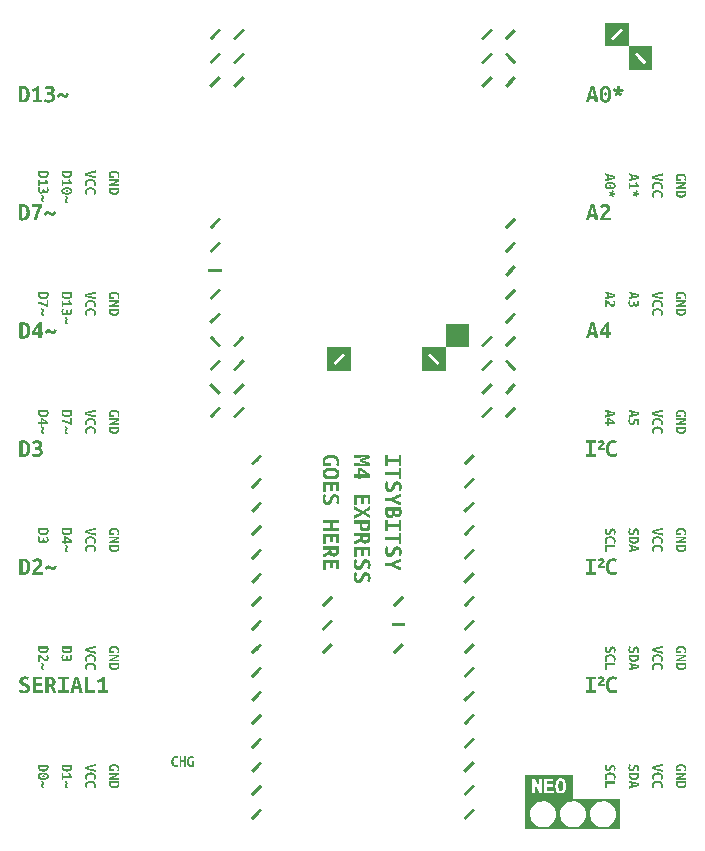
<source format=gbr>
G04 This is an RS-274x file exported by *
G04 gerbv version 2.7.0 *
G04 More information is available about gerbv at *
G04 http://gerbv.geda-project.org/ *
G04 --End of header info--*
%MOIN*%
%FSLAX36Y36*%
%IPPOS*%
G04 --Define apertures--*
%ADD10C,0.0139*%
G04 --Start main section--*
G54D10*
G36*
G01X-118500Y0459883D02*
G01X-118500Y0459883D01*
G01X-106200Y0472283D01*
G01X-098700Y0464783D01*
G01X-111000Y0452383D01*
G01X-111000Y0452383D01*
G01X-118200Y0445183D01*
G01X-118200Y0445183D01*
G01X-130600Y0432783D01*
G01X-138100Y0440283D01*
G01X-125700Y0452683D01*
G01X-125700Y0452683D01*
G01X-118500Y0459883D01*
G01X-118500Y0459883D01*
G37*
G36*
G01X-118500Y0617283D02*
G01X-118500Y0617283D01*
G01X-106200Y0629583D01*
G01X-098700Y0622083D01*
G01X-111000Y0609783D01*
G01X-111000Y0609783D01*
G01X-118200Y0602483D01*
G01X-118200Y0602483D01*
G01X-130600Y0590183D01*
G01X-138100Y0597683D01*
G01X-125700Y0609983D01*
G01X-125700Y0609983D01*
G01X-118500Y0617283D01*
G01X-118500Y0617283D01*
G37*
G36*
G01X-354800Y0617283D02*
G01X-354800Y0617283D01*
G01X-342400Y0629583D01*
G01X-334900Y0622083D01*
G01X-347300Y0609783D01*
G01X-347300Y0609783D01*
G01X-354500Y0602483D01*
G01X-354500Y0602483D01*
G01X-366900Y0590183D01*
G01X-374400Y0597683D01*
G01X-361900Y0610183D01*
G01X-361900Y0610183D01*
G01X-354800Y0617283D01*
G01X-354800Y0617283D01*
G37*
G36*
G01X-354800Y0695983D02*
G01X-354800Y0695983D01*
G01X-342400Y0708383D01*
G01X-334900Y0700883D01*
G01X-347300Y0688483D01*
G01X-347300Y0688483D01*
G01X-354500Y0681283D01*
G01X-354500Y0681283D01*
G01X-366900Y0668883D01*
G01X-374400Y0676383D01*
G01X-362000Y0688783D01*
G01X-362000Y0688783D01*
G01X-354800Y0695983D01*
G01X-354800Y0695983D01*
G37*
G36*
G01X-354800Y0774783D02*
G01X-354800Y0774783D01*
G01X-342400Y0787083D01*
G01X-334900Y0779583D01*
G01X-347300Y0767283D01*
G01X-347300Y0767283D01*
G01X-354500Y0759983D01*
G01X-354500Y0759983D01*
G01X-366900Y0747683D01*
G01X-374400Y0755183D01*
G01X-362000Y0767483D01*
G01X-362000Y0767483D01*
G01X-354800Y0774783D01*
G01X-354800Y0774783D01*
G37*
G36*
G01X-354800Y0853483D02*
G01X-354800Y0853483D01*
G01X-342400Y0865883D01*
G01X-334900Y0858383D01*
G01X-347300Y0845983D01*
G01X-347300Y0845983D01*
G01X-354500Y0838783D01*
G01X-354500Y0838783D01*
G01X-366900Y0826383D01*
G01X-374400Y0833883D01*
G01X-362000Y0846283D01*
G01X-362000Y0846283D01*
G01X-354800Y0853483D01*
G01X-354800Y0853483D01*
G37*
G36*
G01X-354800Y0932283D02*
G01X-354800Y0932283D01*
G01X-342400Y0944583D01*
G01X-334900Y0937083D01*
G01X-347300Y0924783D01*
G01X-347300Y0924783D01*
G01X-354500Y0917483D01*
G01X-354500Y0917483D01*
G01X-366900Y0905183D01*
G01X-374400Y0912683D01*
G01X-362000Y0924983D01*
G01X-362000Y0924983D01*
G01X-354800Y0932283D01*
G01X-354800Y0932283D01*
G37*
G36*
G01X-354800Y1010983D02*
G01X-354800Y1010983D01*
G01X-342400Y1023383D01*
G01X-334900Y1015883D01*
G01X-347300Y1003483D01*
G01X-347300Y1003483D01*
G01X-354500Y0996283D01*
G01X-354500Y0996283D01*
G01X-366900Y0983883D01*
G01X-374400Y0991383D01*
G01X-362000Y1003783D01*
G01X-362000Y1003783D01*
G01X-354800Y1010983D01*
G01X-354800Y1010983D01*
G37*
G36*
G01X-354800Y1089783D02*
G01X-354800Y1089783D01*
G01X-342400Y1102083D01*
G01X-334900Y1094583D01*
G01X-347300Y1082283D01*
G01X-347300Y1082283D01*
G01X-354500Y1074983D01*
G01X-354500Y1074983D01*
G01X-366900Y1062683D01*
G01X-374400Y1070183D01*
G01X-362000Y1082483D01*
G01X-362000Y1082483D01*
G01X-354800Y1089783D01*
G01X-354800Y1089783D01*
G37*
G36*
G01X-413800Y1247283D02*
G01X-413800Y1247283D01*
G01X-401400Y1259583D01*
G01X-393900Y1252083D01*
G01X-406300Y1239783D01*
G01X-406300Y1239783D01*
G01X-413500Y1232483D01*
G01X-413500Y1232483D01*
G01X-425900Y1220183D01*
G01X-433400Y1227683D01*
G01X-421000Y1239983D01*
G01X-421000Y1239983D01*
G01X-413800Y1247283D01*
G01X-413800Y1247283D01*
G37*
G36*
G01X-413800Y1325983D02*
G01X-413800Y1325983D01*
G01X-401400Y1338383D01*
G01X-393900Y1330883D01*
G01X-406300Y1318483D01*
G01X-406300Y1318483D01*
G01X-413500Y1311283D01*
G01X-413500Y1311283D01*
G01X-425900Y1298883D01*
G01X-433400Y1306383D01*
G01X-421000Y1318783D01*
G01X-421000Y1318783D01*
G01X-413800Y1325983D01*
G01X-413800Y1325983D01*
G37*
G36*
G01X-413900Y1404783D02*
G01X-413900Y1404783D01*
G01X-401600Y1417083D01*
G01X-394100Y1409583D01*
G01X-406400Y1397283D01*
G01X-406400Y1397283D01*
G01X-413700Y1389983D01*
G01X-413700Y1389983D01*
G01X-426000Y1377683D01*
G01X-433500Y1385183D01*
G01X-421200Y1397483D01*
G01X-421200Y1397483D01*
G01X-413900Y1404783D01*
G01X-413900Y1404783D01*
G37*
G36*
G01X-413900Y1483483D02*
G01X-413900Y1483483D01*
G01X-401600Y1495883D01*
G01X-394100Y1488383D01*
G01X-406400Y1475983D01*
G01X-406400Y1475983D01*
G01X-413700Y1468783D01*
G01X-413700Y1468783D01*
G01X-426000Y1456383D01*
G01X-433500Y1463883D01*
G01X-421200Y1476283D01*
G01X-421200Y1476283D01*
G01X-413900Y1483483D01*
G01X-413900Y1483483D01*
G37*
G36*
G01X0484500Y1397283D02*
G01X0484500Y1397283D01*
G01X0472200Y1409583D01*
G01X0479700Y1417083D01*
G01X0492000Y1404783D01*
G01X0492000Y1404783D01*
G01X0499300Y1397483D01*
G01X0499300Y1397483D01*
G01X0511600Y1385183D01*
G01X0504100Y1377683D01*
G01X0491800Y1389983D01*
G01X0491800Y1389983D01*
G01X0484500Y1397283D01*
G01X0484500Y1397283D01*
G37*
G36*
G01X0413000Y1404783D02*
G01X0413000Y1404783D01*
G01X0425400Y1417083D01*
G01X0432900Y1409583D01*
G01X0420500Y1397283D01*
G01X0420500Y1397283D01*
G01X0413300Y1389983D01*
G01X0413300Y1389983D01*
G01X0400900Y1377683D01*
G01X0393400Y1385183D01*
G01X0405800Y1397483D01*
G01X0405800Y1397483D01*
G01X0413000Y1404783D01*
G01X0413000Y1404783D01*
G37*
G36*
G01X0491800Y1483483D02*
G01X0491800Y1483483D01*
G01X0504100Y1495883D01*
G01X0511600Y1488383D01*
G01X0499300Y1475883D01*
G01X0499300Y1475883D01*
G01X0492000Y1468583D01*
G01X0492000Y1468583D01*
G01X0479700Y1456283D01*
G01X0472200Y1463783D01*
G01X0484500Y1476083D01*
G01X0484500Y1476083D01*
G01X0491800Y1483483D01*
G01X0491800Y1483483D01*
G37*
G36*
G01X0491800Y1562283D02*
G01X0491800Y1562283D01*
G01X0504100Y1574583D01*
G01X0511600Y1567083D01*
G01X0499300Y1554583D01*
G01X0499300Y1554583D01*
G01X0492000Y1547383D01*
G01X0492000Y1547383D01*
G01X0479700Y1534983D01*
G01X0472200Y1542483D01*
G01X0484500Y1554883D01*
G01X0484500Y1554883D01*
G01X0491800Y1562283D01*
G01X0491800Y1562283D01*
G37*
G36*
G01X0491800Y1640883D02*
G01X0491800Y1640883D01*
G01X0504100Y1653183D01*
G01X0511600Y1645683D01*
G01X0499300Y1633383D01*
G01X0499300Y1633383D01*
G01X0492000Y1626083D01*
G01X0492000Y1626083D01*
G01X0479700Y1613783D01*
G01X0472200Y1621283D01*
G01X0484500Y1633583D01*
G01X0484500Y1633583D01*
G01X0491800Y1640883D01*
G01X0491800Y1640883D01*
G37*
G36*
G01X0491800Y1719583D02*
G01X0491800Y1719583D01*
G01X0504100Y1731983D01*
G01X0511600Y1724483D01*
G01X0499300Y1712083D01*
G01X0499300Y1712083D01*
G01X0492000Y1704883D01*
G01X0492000Y1704883D01*
G01X0479700Y1692483D01*
G01X0472200Y1699983D01*
G01X0484500Y1712383D01*
G01X0484500Y1712383D01*
G01X0491800Y1719583D01*
G01X0491800Y1719583D01*
G37*
G36*
G01X0491800Y1798383D02*
G01X0491800Y1798383D01*
G01X0504100Y1810683D01*
G01X0511600Y1803183D01*
G01X0499300Y1790883D01*
G01X0499300Y1790883D01*
G01X0492000Y1783583D01*
G01X0492000Y1783583D01*
G01X0479700Y1771283D01*
G01X0472200Y1778783D01*
G01X0484500Y1791083D01*
G01X0484500Y1791083D01*
G01X0491800Y1798383D01*
G01X0491800Y1798383D01*
G37*
G36*
G01X0491800Y1877083D02*
G01X0491800Y1877083D01*
G01X0504100Y1889483D01*
G01X0511600Y1881983D01*
G01X0499300Y1869583D01*
G01X0499300Y1869583D01*
G01X0492000Y1862383D01*
G01X0492000Y1862383D01*
G01X0479700Y1849983D01*
G01X0472200Y1857483D01*
G01X0484500Y1869883D01*
G01X0484500Y1869883D01*
G01X0491800Y1877083D01*
G01X0491800Y1877083D01*
G37*
G36*
G01X-413200Y2334883D02*
G01X-413200Y2334883D01*
G01X-425600Y2322483D01*
G01X-433100Y2329983D01*
G01X-420700Y2342383D01*
G01X-420700Y2342383D01*
G01X-413500Y2349583D01*
G01X-413500Y2349583D01*
G01X-401200Y2361983D01*
G01X-393700Y2354483D01*
G01X-406000Y2342083D01*
G01X-406000Y2342083D01*
G01X-413200Y2334883D01*
G01X-413200Y2334883D01*
G37*
G36*
G01X-413500Y2428383D02*
G01X-413500Y2428383D01*
G01X-401200Y2440683D01*
G01X-393700Y2433183D01*
G01X-406000Y2420883D01*
G01X-406000Y2420883D01*
G01X-413200Y2413583D01*
G01X-413200Y2413583D01*
G01X-425600Y2401283D01*
G01X-433100Y2408783D01*
G01X-420700Y2421083D01*
G01X-420700Y2421083D01*
G01X-413500Y2428383D01*
G01X-413500Y2428383D01*
G37*
G36*
G01X-413200Y2492383D02*
G01X-413200Y2492383D01*
G01X-425600Y2479983D01*
G01X-433100Y2487483D01*
G01X-420700Y2499883D01*
G01X-420700Y2499883D01*
G01X-413500Y2507083D01*
G01X-413500Y2507083D01*
G01X-401200Y2519483D01*
G01X-393700Y2511983D01*
G01X-406000Y2499583D01*
G01X-406000Y2499583D01*
G01X-413200Y2492383D01*
G01X-413200Y2492383D01*
G37*
G36*
G01X0491800Y2349583D02*
G01X0491800Y2349583D01*
G01X0504100Y2361983D01*
G01X0511600Y2354483D01*
G01X0499300Y2342083D01*
G01X0499300Y2342083D01*
G01X0492000Y2334883D01*
G01X0492000Y2334883D01*
G01X0479700Y2322483D01*
G01X0472200Y2329983D01*
G01X0484500Y2342383D01*
G01X0484500Y2342383D01*
G01X0491800Y2349583D01*
G01X0491800Y2349583D01*
G37*
G36*
G01X0413000Y2349583D02*
G01X0413000Y2349583D01*
G01X0425400Y2361983D01*
G01X0432900Y2354483D01*
G01X0420500Y2342083D01*
G01X0420500Y2342083D01*
G01X0413300Y2334883D01*
G01X0413300Y2334883D01*
G01X0400900Y2322483D01*
G01X0393400Y2329983D01*
G01X0405800Y2342383D01*
G01X0405800Y2342383D01*
G01X0413000Y2349583D01*
G01X0413000Y2349583D01*
G37*
G36*
G01X0413000Y2428383D02*
G01X0413000Y2428383D01*
G01X0425400Y2440683D01*
G01X0432900Y2433183D01*
G01X0420500Y2420883D01*
G01X0420500Y2420883D01*
G01X0413300Y2413583D01*
G01X0413300Y2413583D01*
G01X0400900Y2401283D01*
G01X0393400Y2408783D01*
G01X0405800Y2421083D01*
G01X0405800Y2421083D01*
G01X0413000Y2428383D01*
G01X0413000Y2428383D01*
G37*
G36*
G01X0413000Y2507083D02*
G01X0413000Y2507083D01*
G01X0425400Y2519483D01*
G01X0432900Y2511983D01*
G01X0420500Y2499583D01*
G01X0420500Y2499583D01*
G01X0413300Y2492383D01*
G01X0413300Y2492383D01*
G01X0400900Y2479983D01*
G01X0393400Y2487483D01*
G01X0405800Y2499883D01*
G01X0405800Y2499883D01*
G01X0413000Y2507083D01*
G01X0413000Y2507083D01*
G37*
G36*
G01X0499300Y2420983D02*
G01X0499300Y2420983D01*
G01X0511600Y2408583D01*
G01X0504100Y2401083D01*
G01X0491800Y2413483D01*
G01X0491800Y2413483D01*
G01X0484500Y2420683D01*
G01X0484500Y2420683D01*
G01X0472200Y2433083D01*
G01X0479700Y2440583D01*
G01X0492000Y2428183D01*
G01X0492000Y2428183D01*
G01X0499300Y2420983D01*
G01X0499300Y2420983D01*
G37*
G36*
G01X0491800Y2506683D02*
G01X0491800Y2506683D01*
G01X0504100Y2519083D01*
G01X0511600Y2511583D01*
G01X0499300Y2499183D01*
G01X0499300Y2499183D01*
G01X0492000Y2491983D01*
G01X0492000Y2491983D01*
G01X0479700Y2479583D01*
G01X0472200Y2487083D01*
G01X0484500Y2499483D01*
G01X0484500Y2499483D01*
G01X0491800Y2506683D01*
G01X0491800Y2506683D01*
G37*
G36*
G01X0413000Y1483483D02*
G01X0413000Y1483483D01*
G01X0425400Y1495883D01*
G01X0432900Y1488383D01*
G01X0420500Y1475983D01*
G01X0420500Y1475983D01*
G01X0413300Y1468783D01*
G01X0413300Y1468783D01*
G01X0400900Y1456383D01*
G01X0393400Y1463883D01*
G01X0405800Y1476283D01*
G01X0405800Y1476283D01*
G01X0413000Y1483483D01*
G01X0413000Y1483483D01*
G37*
G36*
G01X0491800Y1247283D02*
G01X0491800Y1247283D01*
G01X0504100Y1259583D01*
G01X0511600Y1252083D01*
G01X0499300Y1239783D01*
G01X0499300Y1239783D01*
G01X0492000Y1232483D01*
G01X0492000Y1232483D01*
G01X0479700Y1220183D01*
G01X0472200Y1227683D01*
G01X0484500Y1239983D01*
G01X0484500Y1239983D01*
G01X0491800Y1247283D01*
G01X0491800Y1247283D01*
G37*
G36*
G01X0413000Y1247283D02*
G01X0413000Y1247283D01*
G01X0425400Y1259583D01*
G01X0432900Y1252083D01*
G01X0420500Y1239783D01*
G01X0420500Y1239783D01*
G01X0413300Y1232483D01*
G01X0413300Y1232483D01*
G01X0400900Y1220183D01*
G01X0393400Y1227683D01*
G01X0405800Y1239983D01*
G01X0405800Y1239983D01*
G01X0413000Y1247283D01*
G01X0413000Y1247283D01*
G37*
G36*
G01X0491800Y1325983D02*
G01X0491800Y1325983D01*
G01X0504100Y1338383D01*
G01X0511600Y1330883D01*
G01X0499300Y1318483D01*
G01X0499300Y1318483D01*
G01X0492000Y1311283D01*
G01X0492000Y1311283D01*
G01X0479700Y1298883D01*
G01X0472200Y1306383D01*
G01X0484500Y1318783D01*
G01X0484500Y1318783D01*
G01X0491800Y1325983D01*
G01X0491800Y1325983D01*
G37*
G36*
G01X0413000Y1325983D02*
G01X0413000Y1325983D01*
G01X0425400Y1338383D01*
G01X0432900Y1330883D01*
G01X0420500Y1318483D01*
G01X0420500Y1318483D01*
G01X0413300Y1311283D01*
G01X0413300Y1311283D01*
G01X0400900Y1298883D01*
G01X0393400Y1306383D01*
G01X0405800Y1318783D01*
G01X0405800Y1318783D01*
G01X0413000Y1325983D01*
G01X0413000Y1325983D01*
G37*
G36*
G01X-354800Y0538483D02*
G01X-354800Y0538483D01*
G01X-342400Y0550883D01*
G01X-334900Y0543383D01*
G01X-347100Y0530983D01*
G01X-347100Y0530983D01*
G01X-354400Y0523783D01*
G01X-354400Y0523783D01*
G01X-366700Y0511383D01*
G01X-374200Y0518883D01*
G01X-361900Y0531283D01*
G01X-361900Y0531283D01*
G01X-354800Y0538483D01*
G01X-354800Y0538483D01*
G37*
G36*
G01X-354800Y0459883D02*
G01X-354800Y0459883D01*
G01X-342400Y0472283D01*
G01X-334900Y0464783D01*
G01X-347300Y0452383D01*
G01X-347300Y0452383D01*
G01X-354500Y0445183D01*
G01X-354500Y0445183D01*
G01X-366900Y0432783D01*
G01X-374400Y0440283D01*
G01X-362000Y0452683D01*
G01X-362000Y0452683D01*
G01X-354800Y0459883D01*
G01X-354800Y0459883D01*
G37*
G36*
G01X-354800Y0381083D02*
G01X-354800Y0381083D01*
G01X-342400Y0393483D01*
G01X-334900Y0385983D01*
G01X-347300Y0373583D01*
G01X-347300Y0373583D01*
G01X-354500Y0366383D01*
G01X-354500Y0366383D01*
G01X-366900Y0354083D01*
G01X-374400Y0361583D01*
G01X-362000Y0373883D01*
G01X-362000Y0373883D01*
G01X-354800Y0381083D01*
G01X-354800Y0381083D01*
G37*
G36*
G01X-354800Y0302383D02*
G01X-354800Y0302383D01*
G01X-342400Y0314783D01*
G01X-334900Y0307283D01*
G01X-347300Y0294883D01*
G01X-347300Y0294883D01*
G01X-354500Y0287683D01*
G01X-354500Y0287683D01*
G01X-366900Y0275283D01*
G01X-374400Y0282783D01*
G01X-362000Y0295183D01*
G01X-362000Y0295183D01*
G01X-354800Y0302383D01*
G01X-354800Y0302383D01*
G37*
G36*
G01X-354800Y0223583D02*
G01X-354800Y0223583D01*
G01X-342400Y0235983D01*
G01X-334900Y0228483D01*
G01X-347300Y0216083D01*
G01X-347300Y0216083D01*
G01X-354500Y0208883D01*
G01X-354500Y0208883D01*
G01X-366900Y0196583D01*
G01X-374400Y0204083D01*
G01X-362000Y0216383D01*
G01X-362000Y0216383D01*
G01X-354800Y0223583D01*
G01X-354800Y0223583D01*
G37*
G36*
G01X-354800Y0144883D02*
G01X-354800Y0144883D01*
G01X-342400Y0157283D01*
G01X-334900Y0149783D01*
G01X-347300Y0137383D01*
G01X-347300Y0137383D01*
G01X-354500Y0130183D01*
G01X-354500Y0130183D01*
G01X-366900Y0117783D01*
G01X-374400Y0125283D01*
G01X-362000Y0137683D01*
G01X-362000Y0137683D01*
G01X-354800Y0144883D01*
G01X-354800Y0144883D01*
G37*
G36*
G01X-354800Y0066083D02*
G01X-354800Y0066083D01*
G01X-342400Y0078483D01*
G01X-334900Y0070983D01*
G01X-347300Y0058583D01*
G01X-347300Y0058583D01*
G01X-354500Y0051383D01*
G01X-354500Y0051383D01*
G01X-366900Y0039083D01*
G01X-374400Y0046583D01*
G01X-362000Y0058883D01*
G01X-362000Y0058883D01*
G01X-354800Y0066083D01*
G01X-354800Y0066083D01*
G37*
G36*
G01X-354800Y-012617D02*
G01X-354800Y-012617D01*
G01X-342400Y-000217D01*
G01X-334900Y-007717D01*
G01X-347300Y-020117D01*
G01X-347300Y-020117D01*
G01X-354500Y-027317D01*
G01X-354500Y-027317D01*
G01X-366900Y-039717D01*
G01X-374400Y-032217D01*
G01X-362000Y-019817D01*
G01X-362000Y-019817D01*
G01X-354800Y-012617D01*
G01X-354800Y-012617D01*
G37*
G36*
G01X-354800Y-091417D02*
G01X-354800Y-091417D01*
G01X-342400Y-079017D01*
G01X-334900Y-086517D01*
G01X-347300Y-098917D01*
G01X-347300Y-098917D01*
G01X-354500Y-106117D01*
G01X-354500Y-106117D01*
G01X-366900Y-118417D01*
G01X-374400Y-110917D01*
G01X-362000Y-098617D01*
G01X-362000Y-098617D01*
G01X-354800Y-091417D01*
G01X-354800Y-091417D01*
G37*
G36*
G01X0354000Y0617283D02*
G01X0354000Y0617283D01*
G01X0366300Y0629583D01*
G01X0373800Y0622083D01*
G01X0361500Y0609783D01*
G01X0361500Y0609783D01*
G01X0354300Y0602483D01*
G01X0354300Y0602483D01*
G01X0341900Y0590183D01*
G01X0334400Y0597683D01*
G01X0346800Y0609983D01*
G01X0346800Y0609983D01*
G01X0354000Y0617283D01*
G01X0354000Y0617283D01*
G37*
G36*
G01X0354000Y0695983D02*
G01X0354000Y0695983D01*
G01X0366300Y0708383D01*
G01X0373800Y0700883D01*
G01X0361500Y0688483D01*
G01X0361500Y0688483D01*
G01X0354300Y0681283D01*
G01X0354300Y0681283D01*
G01X0341900Y0668883D01*
G01X0334400Y0676383D01*
G01X0346800Y0688783D01*
G01X0346800Y0688783D01*
G01X0354000Y0695983D01*
G01X0354000Y0695983D01*
G37*
G36*
G01X0354000Y0774783D02*
G01X0354000Y0774783D01*
G01X0366300Y0787083D01*
G01X0373800Y0779583D01*
G01X0361500Y0767283D01*
G01X0361500Y0767283D01*
G01X0354300Y0759983D01*
G01X0354300Y0759983D01*
G01X0341900Y0747683D01*
G01X0334400Y0755183D01*
G01X0346800Y0767483D01*
G01X0346800Y0767483D01*
G01X0354000Y0774783D01*
G01X0354000Y0774783D01*
G37*
G36*
G01X0354000Y0853483D02*
G01X0354000Y0853483D01*
G01X0366300Y0865883D01*
G01X0373800Y0858383D01*
G01X0361500Y0845983D01*
G01X0361500Y0845983D01*
G01X0354300Y0838783D01*
G01X0354300Y0838783D01*
G01X0341900Y0826383D01*
G01X0334400Y0833883D01*
G01X0346800Y0846283D01*
G01X0346800Y0846283D01*
G01X0354000Y0853483D01*
G01X0354000Y0853483D01*
G37*
G36*
G01X0354000Y0932283D02*
G01X0354000Y0932283D01*
G01X0366300Y0944583D01*
G01X0373800Y0937083D01*
G01X0361500Y0924783D01*
G01X0361500Y0924783D01*
G01X0354300Y0917483D01*
G01X0354300Y0917483D01*
G01X0341900Y0905183D01*
G01X0334400Y0912683D01*
G01X0346800Y0924983D01*
G01X0346800Y0924983D01*
G01X0354000Y0932283D01*
G01X0354000Y0932283D01*
G37*
G36*
G01X0354000Y1010983D02*
G01X0354000Y1010983D01*
G01X0366300Y1023383D01*
G01X0373800Y1015883D01*
G01X0361500Y1003483D01*
G01X0361500Y1003483D01*
G01X0354300Y0996283D01*
G01X0354300Y0996283D01*
G01X0341900Y0983883D01*
G01X0334400Y0991383D01*
G01X0346800Y1003783D01*
G01X0346800Y1003783D01*
G01X0354000Y1010983D01*
G01X0354000Y1010983D01*
G37*
G36*
G01X0354000Y1089783D02*
G01X0354000Y1089783D01*
G01X0366300Y1102083D01*
G01X0373800Y1094583D01*
G01X0361500Y1082283D01*
G01X0361500Y1082283D01*
G01X0354300Y1074983D01*
G01X0354300Y1074983D01*
G01X0341900Y1062683D01*
G01X0334400Y1070183D01*
G01X0346800Y1082483D01*
G01X0346800Y1082483D01*
G01X0354000Y1089783D01*
G01X0354000Y1089783D01*
G37*
G36*
G01X0354000Y0538483D02*
G01X0354000Y0538483D01*
G01X0366300Y0550883D01*
G01X0373800Y0543383D01*
G01X0361500Y0530983D01*
G01X0361500Y0530983D01*
G01X0354300Y0523783D01*
G01X0354300Y0523783D01*
G01X0341900Y0511383D01*
G01X0334400Y0518883D01*
G01X0346800Y0531283D01*
G01X0346800Y0531283D01*
G01X0354000Y0538483D01*
G01X0354000Y0538483D01*
G37*
G36*
G01X0354000Y0459883D02*
G01X0354000Y0459883D01*
G01X0366300Y0472283D01*
G01X0373800Y0464783D01*
G01X0361500Y0452383D01*
G01X0361500Y0452383D01*
G01X0354300Y0445183D01*
G01X0354300Y0445183D01*
G01X0341900Y0432783D01*
G01X0334400Y0440283D01*
G01X0346800Y0452683D01*
G01X0346800Y0452683D01*
G01X0354000Y0459883D01*
G01X0354000Y0459883D01*
G37*
G36*
G01X0354000Y0381083D02*
G01X0354000Y0381083D01*
G01X0366300Y0393483D01*
G01X0373800Y0385983D01*
G01X0361500Y0373583D01*
G01X0361500Y0373583D01*
G01X0354300Y0366383D01*
G01X0354300Y0366383D01*
G01X0341900Y0354083D01*
G01X0334400Y0361583D01*
G01X0346800Y0373883D01*
G01X0346800Y0373883D01*
G01X0354000Y0381083D01*
G01X0354000Y0381083D01*
G37*
G36*
G01X0354000Y0302383D02*
G01X0354000Y0302383D01*
G01X0366300Y0314783D01*
G01X0373800Y0307283D01*
G01X0361500Y0294883D01*
G01X0361500Y0294883D01*
G01X0354300Y0287683D01*
G01X0354300Y0287683D01*
G01X0341900Y0275283D01*
G01X0334400Y0282783D01*
G01X0346800Y0295183D01*
G01X0346800Y0295183D01*
G01X0354000Y0302383D01*
G01X0354000Y0302383D01*
G37*
G36*
G01X0354000Y0223583D02*
G01X0354000Y0223583D01*
G01X0366300Y0235983D01*
G01X0373800Y0228483D01*
G01X0361500Y0216083D01*
G01X0361500Y0216083D01*
G01X0354300Y0208883D01*
G01X0354300Y0208883D01*
G01X0341900Y0196583D01*
G01X0334400Y0204083D01*
G01X0346800Y0216383D01*
G01X0346800Y0216383D01*
G01X0354000Y0223583D01*
G01X0354000Y0223583D01*
G37*
G36*
G01X0354000Y0144883D02*
G01X0354000Y0144883D01*
G01X0366300Y0157283D01*
G01X0373800Y0149783D01*
G01X0361500Y0137383D01*
G01X0361500Y0137383D01*
G01X0354300Y0130183D01*
G01X0354300Y0130183D01*
G01X0341900Y0117783D01*
G01X0334400Y0125283D01*
G01X0346800Y0137683D01*
G01X0346800Y0137683D01*
G01X0354000Y0144883D01*
G01X0354000Y0144883D01*
G37*
G36*
G01X0354000Y0066083D02*
G01X0354000Y0066083D01*
G01X0366300Y0078483D01*
G01X0373800Y0070983D01*
G01X0361500Y0058583D01*
G01X0361500Y0058583D01*
G01X0354300Y0051383D01*
G01X0354300Y0051383D01*
G01X0341900Y0039083D01*
G01X0334400Y0046583D01*
G01X0346800Y0058883D01*
G01X0346800Y0058883D01*
G01X0354000Y0066083D01*
G01X0354000Y0066083D01*
G37*
G36*
G01X0354000Y-012617D02*
G01X0354000Y-012617D01*
G01X0366300Y-000217D01*
G01X0373800Y-007717D01*
G01X0361500Y-020117D01*
G01X0361500Y-020117D01*
G01X0354300Y-027317D01*
G01X0354300Y-027317D01*
G01X0341900Y-039717D01*
G01X0334400Y-032217D01*
G01X0346800Y-019817D01*
G01X0346800Y-019817D01*
G01X0354000Y-012617D01*
G01X0354000Y-012617D01*
G37*
G36*
G01X0354000Y-091417D02*
G01X0354000Y-091417D01*
G01X0366300Y-079017D01*
G01X0373800Y-086517D01*
G01X0361500Y-098917D01*
G01X0361500Y-098917D01*
G01X0354300Y-106117D01*
G01X0354300Y-106117D01*
G01X0341900Y-118417D01*
G01X0334400Y-110917D01*
G01X0346800Y-098617D01*
G01X0346800Y-098617D01*
G01X0354000Y-091417D01*
G01X0354000Y-091417D01*
G37*
G36*
G01X-118500Y0538483D02*
G01X-118500Y0538483D01*
G01X-106200Y0550883D01*
G01X-098700Y0543383D01*
G01X-111000Y0530983D01*
G01X-111000Y0530983D01*
G01X-118200Y0523783D01*
G01X-118200Y0523783D01*
G01X-130600Y0511383D01*
G01X-138100Y0518883D01*
G01X-125700Y0531283D01*
G01X-125700Y0531283D01*
G01X-118500Y0538483D01*
G01X-118500Y0538483D01*
G37*
G36*
G01X0117700Y0459883D02*
G01X0117700Y0459883D01*
G01X0130100Y0472283D01*
G01X0137600Y0464783D01*
G01X0125200Y0452383D01*
G01X0125200Y0452383D01*
G01X0118000Y0445183D01*
G01X0118000Y0445183D01*
G01X0105600Y0432783D01*
G01X0098100Y0440283D01*
G01X0110500Y0452683D01*
G01X0110500Y0452683D01*
G01X0117700Y0459883D01*
G01X0117700Y0459883D01*
G37*
G36*
G01X0123000Y0536583D02*
G01X0123000Y0536583D01*
G01X0140500Y0536583D01*
G01X0140500Y0525883D01*
G01X0123000Y0525883D01*
G01X0123000Y0525883D01*
G01X0112900Y0525883D01*
G01X0112900Y0525883D01*
G01X0095400Y0525883D01*
G01X0095400Y0536583D01*
G01X0112900Y0536583D01*
G01X0112900Y0536583D01*
G01X0123000Y0536583D01*
G01X0123000Y0536583D01*
G37*
G36*
G01X0117700Y0617283D02*
G01X0117700Y0617283D01*
G01X0130100Y0629583D01*
G01X0137600Y0622083D01*
G01X0125200Y0609783D01*
G01X0125200Y0609783D01*
G01X0118000Y0602483D01*
G01X0118000Y0602483D01*
G01X0105600Y0590183D01*
G01X0098100Y0597683D01*
G01X0110500Y0609983D01*
G01X0110500Y0609983D01*
G01X0117700Y0617283D01*
G01X0117700Y0617283D01*
G37*
G36*
G01X-492500Y1247283D02*
G01X-492500Y1247283D01*
G01X-480200Y1259583D01*
G01X-472700Y1252083D01*
G01X-485000Y1239783D01*
G01X-485000Y1239783D01*
G01X-492300Y1232483D01*
G01X-492300Y1232483D01*
G01X-504600Y1220183D01*
G01X-512100Y1227683D01*
G01X-499800Y1239983D01*
G01X-499800Y1239983D01*
G01X-492500Y1247283D01*
G01X-492500Y1247283D01*
G37*
G36*
G01X-485000Y1318783D02*
G01X-485000Y1318783D01*
G01X-472700Y1306383D01*
G01X-480200Y1298883D01*
G01X-492500Y1311283D01*
G01X-492500Y1311283D01*
G01X-499800Y1318483D01*
G01X-499800Y1318483D01*
G01X-512100Y1330883D01*
G01X-504600Y1338383D01*
G01X-492300Y1325983D01*
G01X-492300Y1325983D01*
G01X-485000Y1318783D01*
G01X-485000Y1318783D01*
G37*
G36*
G01X-492700Y1404783D02*
G01X-492700Y1404783D01*
G01X-480300Y1417083D01*
G01X-472800Y1409583D01*
G01X-485200Y1397283D01*
G01X-485200Y1397283D01*
G01X-492400Y1389983D01*
G01X-492400Y1389983D01*
G01X-504800Y1377683D01*
G01X-512300Y1385183D01*
G01X-499900Y1397483D01*
G01X-499900Y1397483D01*
G01X-492700Y1404783D01*
G01X-492700Y1404783D01*
G37*
G36*
G01X-485200Y1476283D02*
G01X-485200Y1476283D01*
G01X-472800Y1463883D01*
G01X-480300Y1456383D01*
G01X-492700Y1468783D01*
G01X-492700Y1468783D01*
G01X-499900Y1475983D01*
G01X-499900Y1475983D01*
G01X-512300Y1488383D01*
G01X-504800Y1495883D01*
G01X-492400Y1483483D01*
G01X-492400Y1483483D01*
G01X-485200Y1476283D01*
G01X-485200Y1476283D01*
G37*
G36*
G01X-492700Y1562283D02*
G01X-492700Y1562283D01*
G01X-480300Y1574583D01*
G01X-472800Y1567083D01*
G01X-485200Y1554783D01*
G01X-485200Y1554783D01*
G01X-492400Y1547483D01*
G01X-492400Y1547483D01*
G01X-504800Y1535183D01*
G01X-512300Y1542683D01*
G01X-499900Y1554983D01*
G01X-499900Y1554983D01*
G01X-492700Y1562283D01*
G01X-492700Y1562283D01*
G37*
G36*
G01X-492700Y1640883D02*
G01X-492700Y1640883D01*
G01X-480300Y1653183D01*
G01X-472800Y1645683D01*
G01X-485200Y1633383D01*
G01X-485200Y1633383D01*
G01X-492400Y1626083D01*
G01X-492400Y1626083D01*
G01X-504800Y1613783D01*
G01X-512300Y1621283D01*
G01X-499900Y1633583D01*
G01X-499900Y1633583D01*
G01X-492700Y1640883D01*
G01X-492700Y1640883D01*
G37*
G36*
G01X-487400Y1717683D02*
G01X-487400Y1717683D01*
G01X-469900Y1717683D01*
G01X-469900Y1706983D01*
G01X-487400Y1706983D01*
G01X-487400Y1706983D01*
G01X-497500Y1706983D01*
G01X-497500Y1706983D01*
G01X-515000Y1706983D01*
G01X-515000Y1717683D01*
G01X-497500Y1717683D01*
G01X-497500Y1717683D01*
G01X-487400Y1717683D01*
G01X-487400Y1717683D01*
G37*
G36*
G01X-492700Y1798383D02*
G01X-492700Y1798383D01*
G01X-480300Y1810683D01*
G01X-472800Y1803183D01*
G01X-485200Y1790883D01*
G01X-485200Y1790883D01*
G01X-492400Y1783583D01*
G01X-492400Y1783583D01*
G01X-504800Y1771283D01*
G01X-512300Y1778783D01*
G01X-499900Y1791083D01*
G01X-499900Y1791083D01*
G01X-492700Y1798383D01*
G01X-492700Y1798383D01*
G37*
G36*
G01X-492700Y1877083D02*
G01X-492700Y1877083D01*
G01X-480300Y1889483D01*
G01X-472800Y1881983D01*
G01X-485200Y1869583D01*
G01X-485200Y1869583D01*
G01X-492400Y1862383D01*
G01X-492400Y1862383D01*
G01X-504800Y1849983D01*
G01X-512300Y1857483D01*
G01X-499900Y1869883D01*
G01X-499900Y1869883D01*
G01X-492700Y1877083D01*
G01X-492700Y1877083D01*
G37*
G36*
G01X-492700Y2349583D02*
G01X-492700Y2349583D01*
G01X-480300Y2361983D01*
G01X-472800Y2354483D01*
G01X-485200Y2342083D01*
G01X-485200Y2342083D01*
G01X-492400Y2334883D01*
G01X-492400Y2334883D01*
G01X-504800Y2322483D01*
G01X-512300Y2329983D01*
G01X-499900Y2342383D01*
G01X-499900Y2342383D01*
G01X-492700Y2349583D01*
G01X-492700Y2349583D01*
G37*
G36*
G01X-492700Y2428383D02*
G01X-492700Y2428383D01*
G01X-480300Y2440683D01*
G01X-472800Y2433183D01*
G01X-485200Y2420883D01*
G01X-485200Y2420883D01*
G01X-492400Y2413583D01*
G01X-492400Y2413583D01*
G01X-504800Y2401283D01*
G01X-512300Y2408783D01*
G01X-499900Y2421083D01*
G01X-499900Y2421083D01*
G01X-492700Y2428383D01*
G01X-492700Y2428383D01*
G37*
G36*
G01X-492300Y2492383D02*
G01X-492300Y2492383D01*
G01X-504600Y2479983D01*
G01X-512100Y2487483D01*
G01X-499800Y2499883D01*
G01X-499800Y2499883D01*
G01X-492500Y2507083D01*
G01X-492500Y2507083D01*
G01X-480200Y2519483D01*
G01X-472700Y2511983D01*
G01X-485000Y2499583D01*
G01X-485000Y2499583D01*
G01X-492300Y2492383D01*
G01X-492300Y2492383D01*
G37*
G36*
G01X-1129600Y0312383D02*
G01X-1128700Y0312383D01*
G01X-1127900Y0312383D01*
G01X-1127100Y0312483D01*
G01X-1126400Y0312583D01*
G01X-1125700Y0312683D01*
G01X-1125200Y0312883D01*
G01X-1124600Y0313183D01*
G01X-1124100Y0313383D01*
G01X-1123600Y0313583D01*
G01X-1123200Y0313783D01*
G01X-1122800Y0314083D01*
G01X-1122400Y0314483D01*
G01X-1122100Y0314783D01*
G01X-1121800Y0315183D01*
G01X-1121600Y0315483D01*
G01X-1121300Y0315883D01*
G01X-1121200Y0316283D01*
G01X-1121000Y0316683D01*
G01X-1120900Y0317083D01*
G01X-1120800Y0317483D01*
G01X-1120700Y0317883D01*
G01X-1120600Y0318383D01*
G01X-1120600Y0318783D01*
G01X-1120600Y0319183D01*
G01X-1120600Y0319783D01*
G01X-1120700Y0320283D01*
G01X-1120800Y0320783D01*
G01X-1121000Y0321183D01*
G01X-1121200Y0321683D01*
G01X-1121600Y0322083D01*
G01X-1121900Y0322483D01*
G01X-1122300Y0322883D01*
G01X-1122700Y0323283D01*
G01X-1123000Y0323683D01*
G01X-1123500Y0324083D01*
G01X-1123900Y0324483D01*
G01X-1124400Y0324783D01*
G01X-1124900Y0325083D01*
G01X-1125500Y0325383D01*
G01X-1126100Y0325683D01*
G01X-1126600Y0325983D01*
G01X-1127300Y0326283D01*
G01X-1127900Y0326583D01*
G01X-1128500Y0326783D01*
G01X-1129100Y0327083D01*
G01X-1129700Y0327383D01*
G01X-1130300Y0327583D01*
G01X-1130900Y0327783D01*
G01X-1131700Y0328083D01*
G01X-1132500Y0328383D01*
G01X-1133400Y0328683D01*
G01X-1134200Y0329083D01*
G01X-1135000Y0329383D01*
G01X-1135900Y0329783D01*
G01X-1136700Y0330083D01*
G01X-1137500Y0330483D01*
G01X-1138300Y0330983D01*
G01X-1139100Y0331483D01*
G01X-1139900Y0331983D01*
G01X-1140600Y0332683D01*
G01X-1141300Y0333183D01*
G01X-1142000Y0333883D01*
G01X-1142500Y0334583D01*
G01X-1143100Y0335283D01*
G01X-1143700Y0336083D01*
G01X-1144100Y0336983D01*
G01X-1144600Y0337783D01*
G01X-1144900Y0338783D01*
G01X-1145100Y0339883D01*
G01X-1145400Y0340883D01*
G01X-1145500Y0342083D01*
G01X-1145500Y0343383D01*
G01X-1145500Y0345883D01*
G01X-1145000Y0348083D01*
G01X-1144200Y0349983D01*
G01X-1143400Y0351983D01*
G01X-1142200Y0353683D01*
G01X-1140600Y0355183D01*
G01X-1139000Y0356583D01*
G01X-1137100Y0357683D01*
G01X-1134800Y0358383D01*
G01X-1132500Y0359083D01*
G01X-1130000Y0359483D01*
G01X-1127100Y0359483D01*
G01X-1125500Y0359483D01*
G01X-1123900Y0359383D01*
G01X-1122500Y0359183D01*
G01X-1121100Y0358983D01*
G01X-1119800Y0358683D01*
G01X-1118500Y0358383D01*
G01X-1117300Y0357983D01*
G01X-1116100Y0357583D01*
G01X-1115100Y0357183D01*
G01X-1114000Y0356783D01*
G01X-1113100Y0356283D01*
G01X-1112300Y0355883D01*
G01X-1115300Y0347683D01*
G01X-1116000Y0348083D01*
G01X-1116800Y0348483D01*
G01X-1117600Y0348783D01*
G01X-1118400Y0349183D01*
G01X-1119300Y0349483D01*
G01X-1120200Y0349783D01*
G01X-1121100Y0349983D01*
G01X-1122000Y0350183D01*
G01X-1123000Y0350383D01*
G01X-1124000Y0350483D01*
G01X-1125100Y0350583D01*
G01X-1126300Y0350583D01*
G01X-1129100Y0350583D01*
G01X-1131300Y0350083D01*
G01X-1132700Y0348983D01*
G01X-1134100Y0347983D01*
G01X-1134800Y0346483D01*
G01X-1134800Y0344483D01*
G01X-1134800Y0343883D01*
G01X-1134700Y0343383D01*
G01X-1134600Y0342983D01*
G01X-1134400Y0342483D01*
G01X-1134200Y0342083D01*
G01X-1133900Y0341683D01*
G01X-1133700Y0341283D01*
G01X-1133300Y0340883D01*
G01X-1133000Y0340483D01*
G01X-1132600Y0340183D01*
G01X-1132200Y0339883D01*
G01X-1131700Y0339583D01*
G01X-1131300Y0339283D01*
G01X-1130800Y0339083D01*
G01X-1130300Y0338783D01*
G01X-1129800Y0338483D01*
G01X-1129200Y0338183D01*
G01X-1128700Y0337883D01*
G01X-1128100Y0337683D01*
G01X-1127500Y0337483D01*
G01X-1127000Y0337283D01*
G01X-1126400Y0337083D01*
G01X-1125900Y0336883D01*
G01X-1125300Y0336683D01*
G01X-1124500Y0336283D01*
G01X-1123600Y0335983D01*
G01X-1122700Y0335683D01*
G01X-1121900Y0335283D01*
G01X-1121000Y0334983D01*
G01X-1120000Y0334583D01*
G01X-1119100Y0334183D01*
G01X-1118300Y0333683D01*
G01X-1117400Y0333183D01*
G01X-1116600Y0332683D01*
G01X-1115800Y0332183D01*
G01X-1115000Y0331583D01*
G01X-1114300Y0330883D01*
G01X-1113600Y0330183D01*
G01X-1113000Y0329383D01*
G01X-1112300Y0328583D01*
G01X-1111800Y0327683D01*
G01X-1111300Y0326683D01*
G01X-1110800Y0325683D01*
G01X-1110400Y0324583D01*
G01X-1110200Y0323383D01*
G01X-1109900Y0322083D01*
G01X-1109800Y0320783D01*
G01X-1109800Y0319283D01*
G01X-1109800Y0316783D01*
G01X-1110200Y0314583D01*
G01X-1111000Y0312683D01*
G01X-1111800Y0310683D01*
G01X-1113000Y0309083D01*
G01X-1114600Y0307683D01*
G01X-1116200Y0306283D01*
G01X-1118300Y0305183D01*
G01X-1120800Y0304483D01*
G01X-1123200Y0303783D01*
G01X-1126200Y0303483D01*
G01X-1129500Y0303483D01*
G01X-1131700Y0303483D01*
G01X-1133700Y0303583D01*
G01X-1135500Y0303783D01*
G01X-1137300Y0304083D01*
G01X-1138900Y0304383D01*
G01X-1140200Y0304883D01*
G01X-1141500Y0305383D01*
G01X-1142700Y0305783D01*
G01X-1143600Y0306283D01*
G01X-1144600Y0306683D01*
G01X-1145500Y0307083D01*
G01X-1146200Y0307483D01*
G01X-1143100Y0316083D01*
G01X-1142300Y0315683D01*
G01X-1141500Y0315183D01*
G01X-1140500Y0314783D01*
G01X-1139600Y0314283D01*
G01X-1138600Y0313883D01*
G01X-1137500Y0313483D01*
G01X-1136500Y0313183D01*
G01X-1135300Y0312883D01*
G01X-1134000Y0312683D01*
G01X-1132700Y0312483D01*
G01X-1131200Y0312383D01*
G01X-1129600Y0312383D01*
G01X-1129600Y0312383D01*
G37*
G36*
G01X-1101000Y0304583D02*
G01X-1101000Y0358183D01*
G01X-1068500Y0358183D01*
G01X-1068500Y0349283D01*
G01X-1090300Y0349283D01*
G01X-1090300Y0337283D01*
G01X-1071300Y0337283D01*
G01X-1071300Y0328383D01*
G01X-1090300Y0328383D01*
G01X-1090300Y0313383D01*
G01X-1066600Y0313383D01*
G01X-1066600Y0304483D01*
G01X-1101000Y0304483D01*
G01X-1101000Y0304583D01*
G37*
G36*
G01X-1044600Y0358883D02*
G01X-1043100Y0358883D01*
G01X-1041600Y0358783D01*
G01X-1040300Y0358683D01*
G01X-1038900Y0358483D01*
G01X-1037500Y0358283D01*
G01X-1036300Y0357883D01*
G01X-1035000Y0357583D01*
G01X-1033900Y0357083D01*
G01X-1032800Y0356583D01*
G01X-1031800Y0356083D01*
G01X-1030800Y0355383D01*
G01X-1029900Y0354783D01*
G01X-1029000Y0354083D01*
G01X-1028200Y0353183D01*
G01X-1027500Y0352283D01*
G01X-1026800Y0351283D01*
G01X-1026200Y0350283D01*
G01X-1025700Y0349183D01*
G01X-1025300Y0348083D01*
G01X-1024900Y0346883D01*
G01X-1024700Y0345583D01*
G01X-1024500Y0344283D01*
G01X-1024400Y0342883D01*
G01X-1024400Y0341383D01*
G01X-1024400Y0339883D01*
G01X-1024500Y0338383D01*
G01X-1024900Y0336983D01*
G01X-1025200Y0335483D01*
G01X-1025700Y0334183D01*
G01X-1026300Y0332883D01*
G01X-1026900Y0331683D01*
G01X-1027800Y0330583D01*
G01X-1028800Y0329583D01*
G01X-1029900Y0328583D01*
G01X-1031200Y0327783D01*
G01X-1032700Y0327083D01*
G01X-1032200Y0326283D01*
G01X-1031700Y0325483D01*
G01X-1031200Y0324683D01*
G01X-1030600Y0323883D01*
G01X-1030100Y0322983D01*
G01X-1029600Y0322083D01*
G01X-1029100Y0321183D01*
G01X-1028600Y0320283D01*
G01X-1028000Y0319283D01*
G01X-1027500Y0318383D01*
G01X-1026900Y0317383D01*
G01X-1026400Y0316383D01*
G01X-1026000Y0315383D01*
G01X-1025400Y0314383D01*
G01X-1024900Y0313383D01*
G01X-1024400Y0312383D01*
G01X-1023900Y0311383D01*
G01X-1023500Y0310383D01*
G01X-1023000Y0309483D01*
G01X-1022600Y0308483D01*
G01X-1022200Y0307483D01*
G01X-1021800Y0306583D01*
G01X-1021400Y0305683D01*
G01X-1021000Y0304783D01*
G01X-1032100Y0304783D01*
G01X-1032800Y0306483D01*
G01X-1033600Y0308183D01*
G01X-1034300Y0309883D01*
G01X-1035100Y0311483D01*
G01X-1035900Y0313183D01*
G01X-1036700Y0314783D01*
G01X-1037600Y0316283D01*
G01X-1038500Y0317883D01*
G01X-1039500Y0319583D01*
G01X-1040400Y0321183D01*
G01X-1041400Y0322783D01*
G01X-1042400Y0324483D01*
G01X-1048000Y0324483D01*
G01X-1048000Y0304783D01*
G01X-1058400Y0304783D01*
G01X-1058400Y0357483D01*
G01X-1057900Y0357683D01*
G01X-1057300Y0357783D01*
G01X-1056800Y0357883D01*
G01X-1056200Y0357983D01*
G01X-1055500Y0358083D01*
G01X-1054900Y0358183D01*
G01X-1054300Y0358383D01*
G01X-1053700Y0358483D01*
G01X-1053000Y0358483D01*
G01X-1052400Y0358583D01*
G01X-1051800Y0358583D01*
G01X-1051200Y0358583D01*
G01X-1050500Y0358683D01*
G01X-1049900Y0358683D01*
G01X-1049300Y0358783D01*
G01X-1048700Y0358783D01*
G01X-1048100Y0358783D01*
G01X-1047500Y0358883D01*
G01X-1047000Y0358983D01*
G01X-1046500Y0358983D01*
G01X-1046000Y0358983D01*
G01X-1045500Y0358983D01*
G01X-1045000Y0358883D01*
G01X-1044600Y0358883D01*
G01X-1044600Y0358883D01*
G37*
%LPC*%
G36*
G01X-1035200Y0341383D02*
G01X-1035200Y0342783D01*
G01X-1035400Y0343983D01*
G01X-1035800Y0345083D01*
G01X-1036300Y0346083D01*
G01X-1036900Y0346983D01*
G01X-1037800Y0347683D01*
G01X-1038700Y0348383D01*
G01X-1039700Y0348783D01*
G01X-1040800Y0349183D01*
G01X-1042000Y0349483D01*
G01X-1043200Y0349583D01*
G01X-1044600Y0349583D01*
G01X-1044800Y0349583D01*
G01X-1045000Y0349583D01*
G01X-1045300Y0349583D01*
G01X-1045500Y0349583D01*
G01X-1045800Y0349583D01*
G01X-1046200Y0349583D01*
G01X-1046500Y0349583D01*
G01X-1046800Y0349583D01*
G01X-1047000Y0349483D01*
G01X-1047300Y0349483D01*
G01X-1047500Y0349383D01*
G01X-1047800Y0349283D01*
G01X-1047800Y0333183D01*
G01X-1045500Y0333183D01*
G01X-1043700Y0333183D01*
G01X-1042100Y0333383D01*
G01X-1040800Y0333683D01*
G01X-1039500Y0334083D01*
G01X-1038400Y0334583D01*
G01X-1037500Y0335283D01*
G01X-1036800Y0336083D01*
G01X-1036200Y0336883D01*
G01X-1035800Y0337883D01*
G01X-1035400Y0338983D01*
G01X-1035200Y0340083D01*
G01X-1035200Y0341383D01*
G01X-1035200Y0341383D01*
G37*
%LPD*%
G36*
G01X-1015200Y0304583D02*
G01X-1015200Y0313483D01*
G01X-1003500Y0313483D01*
G01X-1003500Y0349483D01*
G01X-1015200Y0349483D01*
G01X-1015200Y0358383D01*
G01X-981200Y0358383D01*
G01X-981200Y0349483D01*
G01X-992800Y0349483D01*
G01X-992800Y0313483D01*
G01X-981200Y0313483D01*
G01X-981200Y0304583D01*
G01X-1015200Y0304583D01*
G01X-1015200Y0304583D01*
G37*
G36*
G01X-945500Y0304583D02*
G01X-948000Y0316983D01*
G01X-962300Y0316983D01*
G01X-964600Y0304583D01*
G01X-975700Y0304583D01*
G01X-974500Y0309883D01*
G01X-973200Y0314883D01*
G01X-971900Y0319683D01*
G01X-970600Y0324483D01*
G01X-969300Y0329083D01*
G01X-968000Y0333483D01*
G01X-966600Y0337883D01*
G01X-965400Y0342083D01*
G01X-964100Y0346183D01*
G01X-962900Y0350283D01*
G01X-961600Y0354283D01*
G01X-960500Y0358183D01*
G01X-948800Y0358183D01*
G01X-947500Y0354283D01*
G01X-946300Y0350183D01*
G01X-945000Y0345983D01*
G01X-943800Y0341883D01*
G01X-942500Y0337583D01*
G01X-941200Y0333183D01*
G01X-939900Y0328783D01*
G01X-938700Y0324283D01*
G01X-937400Y0319483D01*
G01X-936200Y0314683D01*
G01X-935000Y0309783D01*
G01X-933800Y0304583D01*
G01X-945500Y0304583D01*
G01X-945500Y0304583D01*
G37*
%LPC*%
G36*
G01X-954900Y0347783D02*
G01X-955200Y0346783D01*
G01X-955500Y0345783D01*
G01X-955700Y0344883D01*
G01X-956000Y0343883D01*
G01X-956300Y0342983D01*
G01X-956600Y0342083D01*
G01X-956900Y0341183D01*
G01X-957100Y0340283D01*
G01X-957300Y0339383D01*
G01X-957500Y0338483D01*
G01X-957800Y0337583D01*
G01X-958000Y0336683D01*
G01X-958200Y0335783D01*
G01X-958400Y0334883D01*
G01X-958600Y0334083D01*
G01X-958800Y0333183D01*
G01X-959000Y0332283D01*
G01X-959200Y0331383D01*
G01X-959400Y0330483D01*
G01X-959600Y0329583D01*
G01X-959800Y0328683D01*
G01X-959900Y0327783D01*
G01X-960100Y0326783D01*
G01X-960300Y0325883D01*
G01X-949900Y0325883D01*
G01X-950000Y0326783D01*
G01X-950200Y0327783D01*
G01X-950400Y0328683D01*
G01X-950600Y0329583D01*
G01X-950700Y0330483D01*
G01X-950900Y0331383D01*
G01X-951000Y0332283D01*
G01X-951200Y0333183D01*
G01X-951400Y0334083D01*
G01X-951600Y0334983D01*
G01X-951800Y0335883D01*
G01X-952000Y0336683D01*
G01X-952200Y0337483D01*
G01X-952400Y0338383D01*
G01X-952600Y0339383D01*
G01X-952900Y0340283D01*
G01X-953100Y0341183D01*
G01X-953400Y0342083D01*
G01X-953600Y0342983D01*
G01X-953800Y0343983D01*
G01X-954100Y0344883D01*
G01X-954400Y0345883D01*
G01X-954600Y0346783D01*
G01X-954900Y0347783D01*
G01X-954900Y0347783D01*
G37*
%LPD*%
G36*
G01X-893400Y0304583D02*
G01X-927100Y0304583D01*
G01X-927100Y0358183D01*
G01X-916400Y0358183D01*
G01X-916400Y0313483D01*
G01X-893500Y0313483D01*
G01X-893500Y0304583D01*
G01X-893400Y0304583D01*
G37*
G36*
G01X-871400Y0313483D02*
G01X-871400Y0343483D01*
G01X-872300Y0342883D01*
G01X-873100Y0342383D01*
G01X-874100Y0341883D01*
G01X-875000Y0341283D01*
G01X-876000Y0340883D01*
G01X-877000Y0340383D01*
G01X-878000Y0339983D01*
G01X-879000Y0339583D01*
G01X-879900Y0339183D01*
G01X-880800Y0338883D01*
G01X-881600Y0338583D01*
G01X-882300Y0338383D01*
G01X-885700Y0347283D01*
G01X-885000Y0347483D01*
G01X-884300Y0347783D01*
G01X-883600Y0348083D01*
G01X-882800Y0348383D01*
G01X-882100Y0348783D01*
G01X-881300Y0349183D01*
G01X-880500Y0349583D01*
G01X-879700Y0349983D01*
G01X-878900Y0350483D01*
G01X-878100Y0350883D01*
G01X-877300Y0351283D01*
G01X-876400Y0351783D01*
G01X-875600Y0352283D01*
G01X-874800Y0352783D01*
G01X-874000Y0353383D01*
G01X-873300Y0353883D01*
G01X-872500Y0354383D01*
G01X-871900Y0354883D01*
G01X-871200Y0355383D01*
G01X-870500Y0355983D01*
G01X-869900Y0356583D01*
G01X-869300Y0357083D01*
G01X-868700Y0357683D01*
G01X-868100Y0358183D01*
G01X-860900Y0358183D01*
G01X-860900Y0313483D01*
G01X-850200Y0313483D01*
G01X-850200Y0304583D01*
G01X-882700Y0304583D01*
G01X-882700Y0313483D01*
G01X-871400Y0313483D01*
G01X-871400Y0313483D01*
G37*
G36*
G01X-1065600Y0435983D02*
G01X-1067200Y0435983D01*
G01X-1068700Y0436083D01*
G01X-1070000Y0436283D01*
G01X-1071400Y0436483D01*
G01X-1072600Y0436783D01*
G01X-1073800Y0437283D01*
G01X-1074900Y0437683D01*
G01X-1075900Y0438183D01*
G01X-1076800Y0438683D01*
G01X-1077700Y0439283D01*
G01X-1078500Y0439883D01*
G01X-1079200Y0440583D01*
G01X-1079900Y0441283D01*
G01X-1080500Y0441983D01*
G01X-1081100Y0442883D01*
G01X-1081600Y0443683D01*
G01X-1082000Y0444583D01*
G01X-1082300Y0445583D01*
G01X-1082600Y0446583D01*
G01X-1082900Y0447583D01*
G01X-1083000Y0448583D01*
G01X-1083200Y0449683D01*
G01X-1083200Y0450783D01*
G01X-1083200Y0451983D01*
G01X-1083200Y0452583D01*
G01X-1083200Y0453183D01*
G01X-1083200Y0453783D01*
G01X-1083200Y0454383D01*
G01X-1083200Y0454983D01*
G01X-1083100Y0455583D01*
G01X-1083000Y0456183D01*
G01X-1083000Y0456783D01*
G01X-1082900Y0457383D01*
G01X-1082800Y0457983D01*
G01X-1082600Y0458583D01*
G01X-1082400Y0459283D01*
G01X-1048800Y0459283D01*
G01X-1048700Y0458583D01*
G01X-1048500Y0457783D01*
G01X-1048400Y0457083D01*
G01X-1048300Y0456283D01*
G01X-1048200Y0455583D01*
G01X-1048100Y0454883D01*
G01X-1048000Y0454183D01*
G01X-1048000Y0453483D01*
G01X-1048000Y0452883D01*
G01X-1048000Y0452283D01*
G01X-1048000Y0451583D01*
G01X-1048000Y0450983D01*
G01X-1048000Y0449883D01*
G01X-1048000Y0448783D01*
G01X-1048200Y0447783D01*
G01X-1048300Y0446683D01*
G01X-1048600Y0445683D01*
G01X-1048900Y0444783D01*
G01X-1049300Y0443783D01*
G01X-1049700Y0442983D01*
G01X-1050200Y0442183D01*
G01X-1050700Y0441383D01*
G01X-1051400Y0440683D01*
G01X-1052100Y0439983D01*
G01X-1052900Y0439383D01*
G01X-1053700Y0438783D01*
G01X-1054600Y0438283D01*
G01X-1055500Y0437783D01*
G01X-1056400Y0437283D01*
G01X-1057500Y0436983D01*
G01X-1058700Y0436683D01*
G01X-1060000Y0436483D01*
G01X-1061300Y0436283D01*
G01X-1062700Y0436083D01*
G01X-1064100Y0435983D01*
G01X-1065600Y0435983D01*
G01X-1065600Y0435983D01*
G37*
%LPC*%
G36*
G01X-1077300Y0452483D02*
G01X-1077300Y0452483D01*
G01X-1077300Y0452383D01*
G01X-1077300Y0452283D01*
G01X-1077300Y0452083D01*
G01X-1077300Y0451983D01*
G01X-1077300Y0451983D01*
G01X-1077300Y0451783D01*
G01X-1077300Y0451683D01*
G01X-1077300Y0451583D01*
G01X-1077300Y0451583D01*
G01X-1077300Y0451483D01*
G01X-1077300Y0451383D01*
G01X-1077300Y0450683D01*
G01X-1077200Y0449883D01*
G01X-1077100Y0449283D01*
G01X-1076900Y0448583D01*
G01X-1076700Y0447983D01*
G01X-1076400Y0447483D01*
G01X-1076200Y0446983D01*
G01X-1075800Y0446483D01*
G01X-1075400Y0446083D01*
G01X-1075000Y0445683D01*
G01X-1074500Y0445283D01*
G01X-1073900Y0444983D01*
G01X-1073500Y0444683D01*
G01X-1072900Y0444383D01*
G01X-1072300Y0444183D01*
G01X-1071600Y0443983D01*
G01X-1071000Y0443783D01*
G01X-1070200Y0443583D01*
G01X-1069500Y0443483D01*
G01X-1068700Y0443383D01*
G01X-1067900Y0443283D01*
G01X-1067100Y0443283D01*
G01X-1066300Y0443183D01*
G01X-1065500Y0443183D01*
G01X-1064700Y0443183D01*
G01X-1064000Y0443283D01*
G01X-1063300Y0443283D01*
G01X-1062500Y0443383D01*
G01X-1061900Y0443383D01*
G01X-1061200Y0443483D01*
G01X-1060500Y0443583D01*
G01X-1059800Y0443783D01*
G01X-1059200Y0443983D01*
G01X-1058600Y0444083D01*
G01X-1058000Y0444283D01*
G01X-1057400Y0444583D01*
G01X-1056900Y0444883D01*
G01X-1056400Y0445183D01*
G01X-1055900Y0445583D01*
G01X-1055500Y0445883D01*
G01X-1055100Y0446283D01*
G01X-1054800Y0446783D01*
G01X-1054400Y0447283D01*
G01X-1054200Y0447883D01*
G01X-1054000Y0448483D01*
G01X-1053900Y0449083D01*
G01X-1053800Y0449783D01*
G01X-1053800Y0450583D01*
G01X-1053800Y0450683D01*
G01X-1053800Y0450883D01*
G01X-1053800Y0450983D01*
G01X-1053800Y0451183D01*
G01X-1053800Y0451283D01*
G01X-1053800Y0451583D01*
G01X-1053800Y0451783D01*
G01X-1053800Y0451883D01*
G01X-1053800Y0452083D01*
G01X-1053800Y0452283D01*
G01X-1053900Y0452383D01*
G01X-1053900Y0452483D01*
G01X-1077300Y0452483D01*
G01X-1077300Y0452483D01*
G37*
%LPD*%
G36*
G01X-1057500Y0410383D02*
G01X-1058200Y0410383D01*
G01X-1058800Y0410483D01*
G01X-1059300Y0410583D01*
G01X-1059900Y0410783D01*
G01X-1060500Y0410883D01*
G01X-1061000Y0411083D01*
G01X-1061600Y0411283D01*
G01X-1062100Y0411583D01*
G01X-1062700Y0411883D01*
G01X-1063200Y0412183D01*
G01X-1063700Y0412483D01*
G01X-1064200Y0412883D01*
G01X-1064700Y0413283D01*
G01X-1065200Y0413683D01*
G01X-1065700Y0414083D01*
G01X-1066300Y0414483D01*
G01X-1066800Y0414983D01*
G01X-1067300Y0415383D01*
G01X-1067800Y0415883D01*
G01X-1068200Y0416383D01*
G01X-1068700Y0416783D01*
G01X-1069200Y0417283D01*
G01X-1069600Y0417683D01*
G01X-1070000Y0418183D01*
G01X-1070300Y0418483D01*
G01X-1070500Y0418783D01*
G01X-1070800Y0419083D01*
G01X-1071000Y0419283D01*
G01X-1071300Y0419583D01*
G01X-1071600Y0419883D01*
G01X-1071900Y0420183D01*
G01X-1072200Y0420483D01*
G01X-1072500Y0420783D01*
G01X-1072800Y0421083D01*
G01X-1073200Y0421383D01*
G01X-1073500Y0421683D01*
G01X-1073900Y0421983D01*
G01X-1074200Y0422183D01*
G01X-1074500Y0422383D01*
G01X-1074800Y0422683D01*
G01X-1075100Y0422883D01*
G01X-1075500Y0423083D01*
G01X-1075800Y0423283D01*
G01X-1076100Y0423383D01*
G01X-1076400Y0423483D01*
G01X-1076700Y0423583D01*
G01X-1077000Y0423583D01*
G01X-1077300Y0423583D01*
G01X-1077300Y0408883D01*
G01X-1082800Y0408883D01*
G01X-1082800Y0431383D01*
G01X-1082600Y0431483D01*
G01X-1082400Y0431483D01*
G01X-1082200Y0431483D01*
G01X-1082000Y0431583D01*
G01X-1081700Y0431583D01*
G01X-1081400Y0431583D01*
G01X-1081200Y0431583D01*
G01X-1080900Y0431583D01*
G01X-1080700Y0431583D01*
G01X-1080500Y0431583D01*
G01X-1080400Y0431583D01*
G01X-1080300Y0431583D01*
G01X-1079400Y0431583D01*
G01X-1078500Y0431483D01*
G01X-1077700Y0431283D01*
G01X-1076800Y0431183D01*
G01X-1076000Y0430883D01*
G01X-1075200Y0430583D01*
G01X-1074400Y0430183D01*
G01X-1073700Y0429883D01*
G01X-1072900Y0429383D01*
G01X-1072200Y0428983D01*
G01X-1071500Y0428483D01*
G01X-1070900Y0427883D01*
G01X-1070300Y0427383D01*
G01X-1069600Y0426783D01*
G01X-1069000Y0426283D01*
G01X-1068400Y0425683D01*
G01X-1067800Y0425183D01*
G01X-1067300Y0424583D01*
G01X-1066700Y0423983D01*
G01X-1066200Y0423383D01*
G01X-1065600Y0422783D01*
G01X-1065100Y0422283D01*
G01X-1064600Y0421783D01*
G01X-1064100Y0421283D01*
G01X-1063600Y0420783D01*
G01X-1063100Y0420283D01*
G01X-1062500Y0419883D01*
G01X-1062000Y0419383D01*
G01X-1061500Y0418983D01*
G01X-1061000Y0418583D01*
G01X-1060500Y0418283D01*
G01X-1060000Y0417983D01*
G01X-1059600Y0417883D01*
G01X-1059100Y0417683D01*
G01X-1058600Y0417683D01*
G01X-1058100Y0417683D01*
G01X-1057400Y0417683D01*
G01X-1056800Y0417783D01*
G01X-1056200Y0417983D01*
G01X-1055700Y0418183D01*
G01X-1055300Y0418483D01*
G01X-1054900Y0418883D01*
G01X-1054600Y0419283D01*
G01X-1054300Y0419783D01*
G01X-1054100Y0420383D01*
G01X-1053900Y0420883D01*
G01X-1053800Y0421483D01*
G01X-1053800Y0422083D01*
G01X-1053800Y0422683D01*
G01X-1053900Y0423183D01*
G01X-1054000Y0423783D01*
G01X-1054100Y0424283D01*
G01X-1054400Y0424883D01*
G01X-1054600Y0425383D01*
G01X-1054900Y0426083D01*
G01X-1055300Y0426683D01*
G01X-1055700Y0427183D01*
G01X-1056100Y0427783D01*
G01X-1056600Y0428383D01*
G01X-1057300Y0428883D01*
G01X-1052500Y0432283D01*
G01X-1051800Y0431483D01*
G01X-1051100Y0430683D01*
G01X-1050600Y0429783D01*
G01X-1050000Y0428983D01*
G01X-1049500Y0428083D01*
G01X-1049100Y0427083D01*
G01X-1048700Y0426083D01*
G01X-1048500Y0425183D01*
G01X-1048300Y0424183D01*
G01X-1048100Y0423183D01*
G01X-1048000Y0422283D01*
G01X-1048000Y0421283D01*
G01X-1048000Y0420583D01*
G01X-1048000Y0419883D01*
G01X-1048100Y0419183D01*
G01X-1048200Y0418483D01*
G01X-1048400Y0417883D01*
G01X-1048500Y0417283D01*
G01X-1048700Y0416583D01*
G01X-1049000Y0415983D01*
G01X-1049300Y0415383D01*
G01X-1049600Y0414783D01*
G01X-1049900Y0414283D01*
G01X-1050300Y0413783D01*
G01X-1050700Y0413283D01*
G01X-1051200Y0412783D01*
G01X-1051700Y0412383D01*
G01X-1052200Y0411983D01*
G01X-1052800Y0411683D01*
G01X-1053400Y0411383D01*
G01X-1054000Y0411083D01*
G01X-1054600Y0410883D01*
G01X-1055300Y0410683D01*
G01X-1056000Y0410483D01*
G01X-1056700Y0410383D01*
G01X-1057500Y0410383D01*
G01X-1057500Y0410383D01*
G37*
G36*
G01X-1073400Y0387683D02*
G01X-1073400Y0388183D01*
G01X-1073300Y0388583D01*
G01X-1073300Y0389083D01*
G01X-1073200Y0389583D01*
G01X-1073000Y0389983D01*
G01X-1072800Y0390383D01*
G01X-1072600Y0390883D01*
G01X-1072400Y0391283D01*
G01X-1072200Y0391683D01*
G01X-1072000Y0392083D01*
G01X-1071800Y0392483D01*
G01X-1071600Y0392883D01*
G01X-1071400Y0393383D01*
G01X-1071100Y0393783D01*
G01X-1070900Y0394183D01*
G01X-1070700Y0394583D01*
G01X-1070500Y0394983D01*
G01X-1070300Y0395283D01*
G01X-1070200Y0395683D01*
G01X-1070000Y0395983D01*
G01X-1069900Y0396383D01*
G01X-1069800Y0396783D01*
G01X-1069800Y0397183D01*
G01X-1069800Y0397483D01*
G01X-1069800Y0397683D01*
G01X-1069800Y0397783D01*
G01X-1069800Y0397883D01*
G01X-1069800Y0398083D01*
G01X-1069800Y0398183D01*
G01X-1069900Y0398383D01*
G01X-1070000Y0398483D01*
G01X-1070000Y0398583D01*
G01X-1070100Y0398783D01*
G01X-1070200Y0398883D01*
G01X-1070300Y0399083D01*
G01X-1070300Y0399183D01*
G01X-1070500Y0399283D01*
G01X-1070600Y0399483D01*
G01X-1070800Y0399583D01*
G01X-1071000Y0399683D01*
G01X-1071200Y0399783D01*
G01X-1071400Y0399883D01*
G01X-1071600Y0399983D01*
G01X-1071900Y0400083D01*
G01X-1072300Y0400183D01*
G01X-1072600Y0400283D01*
G01X-1073000Y0400383D01*
G01X-1073400Y0400583D01*
G01X-1072000Y0405583D01*
G01X-1071500Y0405483D01*
G01X-1071000Y0405383D01*
G01X-1070500Y0405283D01*
G01X-1070000Y0405083D01*
G01X-1069600Y0404983D01*
G01X-1069100Y0404783D01*
G01X-1068600Y0404483D01*
G01X-1068100Y0404283D01*
G01X-1067600Y0404083D01*
G01X-1067200Y0403783D01*
G01X-1066700Y0403583D01*
G01X-1066300Y0403183D01*
G01X-1065900Y0402883D01*
G01X-1065500Y0402483D01*
G01X-1065200Y0402083D01*
G01X-1064800Y0401783D01*
G01X-1064500Y0401283D01*
G01X-1064200Y0400883D01*
G01X-1063900Y0400383D01*
G01X-1063700Y0399883D01*
G01X-1063600Y0399283D01*
G01X-1063500Y0398683D01*
G01X-1063400Y0398183D01*
G01X-1063400Y0397483D01*
G01X-1063400Y0396983D01*
G01X-1063400Y0396583D01*
G01X-1063500Y0396083D01*
G01X-1063600Y0395583D01*
G01X-1063700Y0395183D01*
G01X-1063900Y0394783D01*
G01X-1064100Y0394283D01*
G01X-1064400Y0393883D01*
G01X-1064600Y0393483D01*
G01X-1064800Y0393083D01*
G01X-1065000Y0392683D01*
G01X-1065200Y0392283D01*
G01X-1065400Y0391783D01*
G01X-1065600Y0391483D01*
G01X-1065900Y0391083D01*
G01X-1066100Y0390683D01*
G01X-1066300Y0390283D01*
G01X-1066400Y0389883D01*
G01X-1066600Y0389483D01*
G01X-1066800Y0389183D01*
G01X-1066900Y0388783D01*
G01X-1067000Y0388383D01*
G01X-1067000Y0387983D01*
G01X-1067000Y0387683D01*
G01X-1067000Y0387483D01*
G01X-1067000Y0387383D01*
G01X-1067000Y0387283D01*
G01X-1067000Y0387083D01*
G01X-1066900Y0386983D01*
G01X-1066900Y0386783D01*
G01X-1066800Y0386683D01*
G01X-1066700Y0386583D01*
G01X-1066600Y0386383D01*
G01X-1066500Y0386283D01*
G01X-1066400Y0386083D01*
G01X-1066300Y0385983D01*
G01X-1066200Y0385883D01*
G01X-1066000Y0385683D01*
G01X-1065800Y0385583D01*
G01X-1065600Y0385483D01*
G01X-1065400Y0385383D01*
G01X-1065200Y0385283D01*
G01X-1065000Y0385183D01*
G01X-1064700Y0385083D01*
G01X-1064400Y0384983D01*
G01X-1064000Y0384883D01*
G01X-1063700Y0384783D01*
G01X-1063200Y0384583D01*
G01X-1064600Y0379583D01*
G01X-1065100Y0379683D01*
G01X-1065600Y0379783D01*
G01X-1066100Y0379883D01*
G01X-1066600Y0380083D01*
G01X-1067100Y0380183D01*
G01X-1067500Y0380383D01*
G01X-1068000Y0380683D01*
G01X-1068500Y0380883D01*
G01X-1069000Y0381083D01*
G01X-1069500Y0381283D01*
G01X-1069900Y0381583D01*
G01X-1070300Y0381983D01*
G01X-1070700Y0382283D01*
G01X-1071100Y0382683D01*
G01X-1071500Y0382983D01*
G01X-1071900Y0383383D01*
G01X-1072200Y0383783D01*
G01X-1072500Y0384283D01*
G01X-1072800Y0384783D01*
G01X-1073000Y0385183D01*
G01X-1073200Y0385783D01*
G01X-1073300Y0386283D01*
G01X-1073400Y0386983D01*
G01X-1073400Y0387683D01*
G01X-1073400Y0387683D01*
G37*
G36*
G01X-986900Y0435983D02*
G01X-988500Y0435983D01*
G01X-989900Y0436083D01*
G01X-991300Y0436283D01*
G01X-992600Y0436483D01*
G01X-993900Y0436783D01*
G01X-995000Y0437283D01*
G01X-996200Y0437683D01*
G01X-997200Y0438183D01*
G01X-998100Y0438683D01*
G01X-999000Y0439283D01*
G01X-999800Y0439883D01*
G01X-1000500Y0440583D01*
G01X-1001200Y0441283D01*
G01X-1001800Y0441983D01*
G01X-1002300Y0442883D01*
G01X-1002800Y0443683D01*
G01X-1003200Y0444583D01*
G01X-1003500Y0445583D01*
G01X-1003900Y0446583D01*
G01X-1004100Y0447583D01*
G01X-1004300Y0448583D01*
G01X-1004400Y0449683D01*
G01X-1004500Y0450783D01*
G01X-1004500Y0451983D01*
G01X-1004500Y0452583D01*
G01X-1004500Y0453183D01*
G01X-1004500Y0453783D01*
G01X-1004500Y0454383D01*
G01X-1004400Y0454983D01*
G01X-1004400Y0455583D01*
G01X-1004300Y0456183D01*
G01X-1004200Y0456783D01*
G01X-1004100Y0457383D01*
G01X-1004000Y0457983D01*
G01X-1003900Y0458583D01*
G01X-1003700Y0459283D01*
G01X-970000Y0459283D01*
G01X-969900Y0458583D01*
G01X-969800Y0457783D01*
G01X-969600Y0457083D01*
G01X-969500Y0456283D01*
G01X-969400Y0455583D01*
G01X-969400Y0454883D01*
G01X-969300Y0454183D01*
G01X-969300Y0453483D01*
G01X-969200Y0452883D01*
G01X-969200Y0452283D01*
G01X-969200Y0451583D01*
G01X-969200Y0450983D01*
G01X-969200Y0449883D01*
G01X-969300Y0448783D01*
G01X-969400Y0447783D01*
G01X-969600Y0446683D01*
G01X-969800Y0445683D01*
G01X-970200Y0444783D01*
G01X-970500Y0443783D01*
G01X-971000Y0442983D01*
G01X-971500Y0442183D01*
G01X-972000Y0441383D01*
G01X-972600Y0440683D01*
G01X-973400Y0439983D01*
G01X-974100Y0439383D01*
G01X-974900Y0438783D01*
G01X-975800Y0438283D01*
G01X-976700Y0437783D01*
G01X-977700Y0437283D01*
G01X-978800Y0436983D01*
G01X-980000Y0436683D01*
G01X-981200Y0436483D01*
G01X-982600Y0436283D01*
G01X-983900Y0436083D01*
G01X-985300Y0435983D01*
G01X-986900Y0435983D01*
G01X-986900Y0435983D01*
G37*
%LPC*%
G36*
G01X-998500Y0452483D02*
G01X-998500Y0452483D01*
G01X-998500Y0452383D01*
G01X-998500Y0452283D01*
G01X-998500Y0452083D01*
G01X-998500Y0451983D01*
G01X-998500Y0451983D01*
G01X-998500Y0451783D01*
G01X-998500Y0451683D01*
G01X-998500Y0451583D01*
G01X-998500Y0451583D01*
G01X-998500Y0451483D01*
G01X-998500Y0451383D01*
G01X-998500Y0450683D01*
G01X-998500Y0449883D01*
G01X-998300Y0449283D01*
G01X-998200Y0448583D01*
G01X-998000Y0447983D01*
G01X-997700Y0447483D01*
G01X-997400Y0446983D01*
G01X-997100Y0446483D01*
G01X-996600Y0446083D01*
G01X-996200Y0445683D01*
G01X-995700Y0445283D01*
G01X-995200Y0444983D01*
G01X-994700Y0444683D01*
G01X-994100Y0444383D01*
G01X-993500Y0444183D01*
G01X-992900Y0443983D01*
G01X-992200Y0443783D01*
G01X-991400Y0443583D01*
G01X-990700Y0443483D01*
G01X-990000Y0443383D01*
G01X-989200Y0443283D01*
G01X-988400Y0443283D01*
G01X-987500Y0443183D01*
G01X-986700Y0443183D01*
G01X-986000Y0443183D01*
G01X-985200Y0443283D01*
G01X-984500Y0443283D01*
G01X-983800Y0443383D01*
G01X-983100Y0443383D01*
G01X-982400Y0443483D01*
G01X-981700Y0443583D01*
G01X-981100Y0443783D01*
G01X-980400Y0443983D01*
G01X-979800Y0444083D01*
G01X-979200Y0444283D01*
G01X-978700Y0444583D01*
G01X-978100Y0444883D01*
G01X-977600Y0445183D01*
G01X-977200Y0445583D01*
G01X-976800Y0445883D01*
G01X-976400Y0446283D01*
G01X-976000Y0446783D01*
G01X-975700Y0447283D01*
G01X-975400Y0447883D01*
G01X-975300Y0448483D01*
G01X-975100Y0449083D01*
G01X-975000Y0449783D01*
G01X-975000Y0450583D01*
G01X-975000Y0450683D01*
G01X-975000Y0450883D01*
G01X-975000Y0450983D01*
G01X-975000Y0451183D01*
G01X-975000Y0451283D01*
G01X-975000Y0451583D01*
G01X-975000Y0451783D01*
G01X-975000Y0451883D01*
G01X-975100Y0452083D01*
G01X-975100Y0452283D01*
G01X-975100Y0452383D01*
G01X-975200Y0452483D01*
G01X-998500Y0452483D01*
G01X-998500Y0452483D01*
G37*
%LPD*%
G36*
G01X-1004900Y0422683D02*
G01X-1004900Y0423083D01*
G01X-1004900Y0423483D01*
G01X-1004900Y0423983D01*
G01X-1004900Y0424383D01*
G01X-1004800Y0424883D01*
G01X-1004800Y0425283D01*
G01X-1004700Y0425783D01*
G01X-1004600Y0426183D01*
G01X-1004600Y0426683D01*
G01X-1004500Y0427083D01*
G01X-1004400Y0427583D01*
G01X-1004400Y0428083D01*
G01X-1004300Y0428583D01*
G01X-1004200Y0428983D01*
G01X-1004100Y0429383D01*
G01X-1004000Y0429783D01*
G01X-1003900Y0430083D01*
G01X-1003800Y0430383D01*
G01X-1003700Y0430783D01*
G01X-1003600Y0431083D01*
G01X-1003500Y0431383D01*
G01X-1003400Y0431683D01*
G01X-1003300Y0431883D01*
G01X-1003200Y0432083D01*
G01X-997500Y0430683D01*
G01X-997800Y0430283D01*
G01X-997900Y0429783D01*
G01X-998100Y0429283D01*
G01X-998300Y0428683D01*
G01X-998500Y0428083D01*
G01X-998700Y0427383D01*
G01X-998900Y0426683D01*
G01X-999000Y0425983D01*
G01X-999100Y0425183D01*
G01X-999200Y0424383D01*
G01X-999200Y0423483D01*
G01X-999200Y0422483D01*
G01X-999200Y0421283D01*
G01X-999100Y0420283D01*
G01X-998800Y0419483D01*
G01X-998600Y0418683D01*
G01X-998200Y0418083D01*
G01X-997700Y0417683D01*
G01X-997200Y0417183D01*
G01X-996600Y0416783D01*
G01X-996000Y0416583D01*
G01X-995400Y0416383D01*
G01X-994700Y0416283D01*
G01X-993900Y0416283D01*
G01X-993000Y0416283D01*
G01X-992300Y0416483D01*
G01X-991600Y0416783D01*
G01X-991000Y0417183D01*
G01X-990500Y0417683D01*
G01X-990200Y0418483D01*
G01X-989800Y0419183D01*
G01X-989600Y0419983D01*
G01X-989400Y0420983D01*
G01X-989200Y0421883D01*
G01X-989100Y0422883D01*
G01X-989100Y0424083D01*
G01X-989100Y0426083D01*
G01X-983400Y0426083D01*
G01X-983400Y0423583D01*
G01X-983400Y0423283D01*
G01X-983300Y0422883D01*
G01X-983300Y0422583D01*
G01X-983200Y0422283D01*
G01X-983200Y0421883D01*
G01X-983100Y0421583D01*
G01X-983000Y0421183D01*
G01X-982900Y0420883D01*
G01X-982800Y0420483D01*
G01X-982700Y0420183D01*
G01X-982500Y0419883D01*
G01X-982400Y0419583D01*
G01X-982300Y0419283D01*
G01X-982100Y0419083D01*
G01X-981800Y0418883D01*
G01X-981600Y0418583D01*
G01X-981300Y0418383D01*
G01X-981000Y0418183D01*
G01X-980700Y0417983D01*
G01X-980400Y0417883D01*
G01X-980100Y0417783D01*
G01X-979700Y0417683D01*
G01X-979400Y0417683D01*
G01X-978900Y0417683D01*
G01X-978300Y0417683D01*
G01X-977800Y0417783D01*
G01X-977300Y0417983D01*
G01X-976800Y0418183D01*
G01X-976400Y0418383D01*
G01X-976000Y0418783D01*
G01X-975700Y0419083D01*
G01X-975400Y0419583D01*
G01X-975200Y0420083D01*
G01X-975000Y0420683D01*
G01X-974900Y0421283D01*
G01X-974900Y0421983D01*
G01X-974900Y0422583D01*
G01X-975000Y0423283D01*
G01X-975100Y0423883D01*
G01X-975200Y0424583D01*
G01X-975400Y0425183D01*
G01X-975600Y0425883D01*
G01X-975800Y0426483D01*
G01X-976100Y0427083D01*
G01X-976300Y0427583D01*
G01X-976600Y0428183D01*
G01X-976900Y0428683D01*
G01X-977100Y0429183D01*
G01X-972100Y0431683D01*
G01X-971800Y0431183D01*
G01X-971400Y0430583D01*
G01X-971100Y0429883D01*
G01X-970700Y0429283D01*
G01X-970400Y0428483D01*
G01X-970000Y0427683D01*
G01X-969700Y0426783D01*
G01X-969500Y0425983D01*
G01X-969300Y0424983D01*
G01X-969100Y0424083D01*
G01X-969100Y0423183D01*
G01X-969100Y0422083D01*
G01X-969100Y0421083D01*
G01X-969100Y0420183D01*
G01X-969300Y0419383D01*
G01X-969400Y0418583D01*
G01X-969600Y0417783D01*
G01X-969800Y0417083D01*
G01X-970000Y0416383D01*
G01X-970300Y0415783D01*
G01X-970600Y0415183D01*
G01X-971000Y0414583D01*
G01X-971400Y0414083D01*
G01X-971900Y0413583D01*
G01X-972300Y0413183D01*
G01X-972800Y0412783D01*
G01X-973300Y0412383D01*
G01X-973800Y0412083D01*
G01X-974400Y0411783D01*
G01X-974900Y0411583D01*
G01X-975500Y0411283D01*
G01X-976100Y0411183D01*
G01X-976800Y0411083D01*
G01X-977400Y0410883D01*
G01X-978100Y0410883D01*
G01X-978800Y0410883D01*
G01X-979500Y0410883D01*
G01X-980200Y0410983D01*
G01X-980800Y0411183D01*
G01X-981400Y0411283D01*
G01X-982100Y0411583D01*
G01X-982700Y0411983D01*
G01X-983300Y0412383D01*
G01X-983900Y0412783D01*
G01X-984400Y0413283D01*
G01X-984800Y0413783D01*
G01X-985300Y0414383D01*
G01X-985600Y0414983D01*
G01X-986000Y0414083D01*
G01X-986400Y0413283D01*
G01X-987000Y0412583D01*
G01X-987500Y0411883D01*
G01X-988200Y0411283D01*
G01X-988900Y0410883D01*
G01X-989600Y0410383D01*
G01X-990400Y0409983D01*
G01X-991300Y0409683D01*
G01X-992200Y0409483D01*
G01X-993100Y0409283D01*
G01X-994100Y0409283D01*
G01X-994800Y0409283D01*
G01X-995600Y0409383D01*
G01X-996400Y0409483D01*
G01X-997100Y0409683D01*
G01X-997800Y0409883D01*
G01X-998500Y0410183D01*
G01X-999200Y0410383D01*
G01X-999800Y0410783D01*
G01X-1000400Y0411083D01*
G01X-1001000Y0411483D01*
G01X-1001500Y0411983D01*
G01X-1002000Y0412483D01*
G01X-1002500Y0413083D01*
G01X-1002900Y0413683D01*
G01X-1003300Y0414383D01*
G01X-1003700Y0415083D01*
G01X-1004000Y0415883D01*
G01X-1004200Y0416683D01*
G01X-1004400Y0417583D01*
G01X-1004600Y0418483D01*
G01X-1004700Y0419483D01*
G01X-1004800Y0420483D01*
G01X-1004900Y0421583D01*
G01X-1004900Y0422683D01*
G01X-1004900Y0422683D01*
G37*
G36*
G01X-925300Y0451983D02*
G01X-924100Y0452383D01*
G01X-922700Y0452783D01*
G01X-921300Y0453283D01*
G01X-919800Y0453783D01*
G01X-918300Y0454283D01*
G01X-916700Y0454783D01*
G01X-915100Y0455183D01*
G01X-913500Y0455683D01*
G01X-911900Y0456183D01*
G01X-910300Y0456683D01*
G01X-908700Y0457083D01*
G01X-907100Y0457483D01*
G01X-905500Y0457883D01*
G01X-904000Y0458383D01*
G01X-902500Y0458783D01*
G01X-901000Y0459183D01*
G01X-899500Y0459483D01*
G01X-898100Y0459883D01*
G01X-896600Y0460183D01*
G01X-895400Y0460483D01*
G01X-894200Y0460783D01*
G01X-893100Y0461083D01*
G01X-892100Y0461283D01*
G01X-891200Y0461383D01*
G01X-891200Y0454183D01*
G01X-892100Y0454083D01*
G01X-893000Y0453883D01*
G01X-894100Y0453783D01*
G01X-895100Y0453583D01*
G01X-896200Y0453383D01*
G01X-897400Y0453183D01*
G01X-898600Y0452983D01*
G01X-899800Y0452783D01*
G01X-901000Y0452483D01*
G01X-902200Y0452283D01*
G01X-903400Y0451983D01*
G01X-904600Y0451683D01*
G01X-905900Y0451383D01*
G01X-907100Y0451083D01*
G01X-908400Y0450883D01*
G01X-909600Y0450583D01*
G01X-910800Y0450283D01*
G01X-912000Y0449983D01*
G01X-913200Y0449783D01*
G01X-914300Y0449383D01*
G01X-915400Y0449083D01*
G01X-916500Y0448783D01*
G01X-917500Y0448483D01*
G01X-918500Y0448183D01*
G01X-917500Y0447883D01*
G01X-916500Y0447683D01*
G01X-915500Y0447383D01*
G01X-914400Y0447083D01*
G01X-913200Y0446783D01*
G01X-912000Y0446383D01*
G01X-910800Y0446083D01*
G01X-909600Y0445883D01*
G01X-908400Y0445583D01*
G01X-907100Y0445283D01*
G01X-905900Y0444983D01*
G01X-904600Y0444783D01*
G01X-903400Y0444483D01*
G01X-902100Y0444183D01*
G01X-900900Y0443983D01*
G01X-899700Y0443783D01*
G01X-898500Y0443583D01*
G01X-897300Y0443383D01*
G01X-896100Y0443183D01*
G01X-895000Y0442883D01*
G01X-893900Y0442783D01*
G01X-892900Y0442583D01*
G01X-891900Y0442383D01*
G01X-891000Y0442283D01*
G01X-891000Y0434983D01*
G01X-892100Y0435183D01*
G01X-893300Y0435483D01*
G01X-894600Y0435783D01*
G01X-895800Y0435983D01*
G01X-897100Y0436283D01*
G01X-898500Y0436683D01*
G01X-899900Y0436983D01*
G01X-901300Y0437383D01*
G01X-902700Y0437783D01*
G01X-904100Y0438083D01*
G01X-905600Y0438483D01*
G01X-907100Y0438883D01*
G01X-908700Y0439283D01*
G01X-910200Y0439783D01*
G01X-911700Y0440283D01*
G01X-913200Y0440683D01*
G01X-914800Y0441183D01*
G01X-916300Y0441683D01*
G01X-917900Y0442183D01*
G01X-919400Y0442683D01*
G01X-920900Y0443183D01*
G01X-922400Y0443683D01*
G01X-923900Y0444283D01*
G01X-925300Y0444783D01*
G01X-925300Y0451983D01*
G01X-925300Y0451983D01*
G37*
G36*
G01X-926200Y0418083D02*
G01X-926200Y0420483D01*
G01X-925800Y0422683D01*
G01X-925000Y0424483D01*
G01X-924200Y0426383D01*
G01X-923000Y0427883D01*
G01X-921400Y0429183D01*
G01X-919900Y0430383D01*
G01X-918000Y0431383D01*
G01X-915800Y0432083D01*
G01X-913600Y0432683D01*
G01X-911000Y0433083D01*
G01X-908100Y0433083D01*
G01X-906600Y0433083D01*
G01X-905300Y0432983D01*
G01X-904000Y0432783D01*
G01X-902800Y0432583D01*
G01X-901600Y0432283D01*
G01X-900500Y0431983D01*
G01X-899400Y0431583D01*
G01X-898300Y0431083D01*
G01X-897400Y0430583D01*
G01X-896400Y0430083D01*
G01X-895500Y0429483D01*
G01X-894800Y0428783D01*
G01X-894000Y0428083D01*
G01X-893300Y0427283D01*
G01X-892800Y0426483D01*
G01X-892200Y0425683D01*
G01X-891700Y0424783D01*
G01X-891300Y0423783D01*
G01X-890900Y0422783D01*
G01X-890600Y0421783D01*
G01X-890400Y0420783D01*
G01X-890200Y0419683D01*
G01X-890000Y0418583D01*
G01X-890000Y0417483D01*
G01X-890000Y0416883D01*
G01X-890100Y0416283D01*
G01X-890100Y0415783D01*
G01X-890200Y0415183D01*
G01X-890300Y0414683D01*
G01X-890300Y0414183D01*
G01X-890400Y0413683D01*
G01X-890500Y0413283D01*
G01X-890600Y0412783D01*
G01X-890700Y0412383D01*
G01X-890900Y0411983D01*
G01X-891000Y0411583D01*
G01X-891200Y0411183D01*
G01X-891300Y0410883D01*
G01X-891400Y0410483D01*
G01X-891600Y0410183D01*
G01X-891700Y0409983D01*
G01X-891900Y0409783D01*
G01X-892000Y0409483D01*
G01X-892100Y0409283D01*
G01X-892300Y0409083D01*
G01X-892400Y0408983D01*
G01X-892500Y0408783D01*
G01X-892500Y0408583D01*
G01X-898000Y0410383D01*
G01X-897700Y0410883D01*
G01X-897400Y0411283D01*
G01X-897200Y0411883D01*
G01X-897000Y0412383D01*
G01X-896800Y0412883D01*
G01X-896600Y0413483D01*
G01X-896400Y0414083D01*
G01X-896200Y0414783D01*
G01X-896100Y0415483D01*
G01X-896100Y0416183D01*
G01X-896000Y0416883D01*
G01X-896000Y0417683D01*
G01X-896000Y0418183D01*
G01X-896100Y0418683D01*
G01X-896100Y0419283D01*
G01X-896200Y0419783D01*
G01X-896400Y0420283D01*
G01X-896600Y0420883D01*
G01X-896800Y0421383D01*
G01X-897000Y0421883D01*
G01X-897300Y0422383D01*
G01X-897700Y0422783D01*
G01X-898000Y0423183D01*
G01X-898500Y0423583D01*
G01X-899000Y0424083D01*
G01X-899500Y0424383D01*
G01X-900100Y0424683D01*
G01X-900700Y0424983D01*
G01X-901400Y0425283D01*
G01X-902100Y0425583D01*
G01X-902900Y0425883D01*
G01X-903800Y0425983D01*
G01X-904700Y0426083D01*
G01X-905700Y0426183D01*
G01X-906700Y0426283D01*
G01X-907800Y0426283D01*
G01X-909800Y0426283D01*
G01X-911500Y0426083D01*
G01X-913000Y0425783D01*
G01X-914500Y0425383D01*
G01X-915800Y0424883D01*
G01X-916900Y0424183D01*
G01X-917900Y0423483D01*
G01X-918700Y0422583D01*
G01X-919200Y0421483D01*
G01X-919800Y0420383D01*
G01X-920000Y0419083D01*
G01X-920000Y0417483D01*
G01X-920000Y0416583D01*
G01X-920000Y0415783D01*
G01X-919900Y0415083D01*
G01X-919800Y0414383D01*
G01X-919700Y0413683D01*
G01X-919500Y0413083D01*
G01X-919300Y0412483D01*
G01X-919100Y0411883D01*
G01X-918900Y0411483D01*
G01X-918700Y0410983D01*
G01X-918500Y0410683D01*
G01X-918200Y0410283D01*
G01X-923700Y0408583D01*
G01X-923900Y0409083D01*
G01X-924200Y0409683D01*
G01X-924500Y0410283D01*
G01X-924800Y0410983D01*
G01X-925000Y0411683D01*
G01X-925300Y0412483D01*
G01X-925600Y0413283D01*
G01X-925800Y0414183D01*
G01X-926000Y0415083D01*
G01X-926100Y0415983D01*
G01X-926200Y0416983D01*
G01X-926200Y0418083D01*
G01X-926200Y0418083D01*
G37*
G36*
G01X-926200Y0390283D02*
G01X-926200Y0392683D01*
G01X-925800Y0394883D01*
G01X-925000Y0396683D01*
G01X-924200Y0398583D01*
G01X-923000Y0400183D01*
G01X-921400Y0401383D01*
G01X-919900Y0402683D01*
G01X-918000Y0403583D01*
G01X-915800Y0404283D01*
G01X-913600Y0404983D01*
G01X-911000Y0405283D01*
G01X-908100Y0405283D01*
G01X-906600Y0405283D01*
G01X-905300Y0405183D01*
G01X-904000Y0404983D01*
G01X-902800Y0404783D01*
G01X-901600Y0404483D01*
G01X-900500Y0404183D01*
G01X-899400Y0403783D01*
G01X-898300Y0403283D01*
G01X-897400Y0402783D01*
G01X-896400Y0402283D01*
G01X-895500Y0401683D01*
G01X-894800Y0400983D01*
G01X-894000Y0400283D01*
G01X-893300Y0399483D01*
G01X-892800Y0398683D01*
G01X-892200Y0397883D01*
G01X-891700Y0396983D01*
G01X-891300Y0395983D01*
G01X-890900Y0394983D01*
G01X-890600Y0393983D01*
G01X-890400Y0392983D01*
G01X-890200Y0391883D01*
G01X-890000Y0390883D01*
G01X-890000Y0389783D01*
G01X-890000Y0389083D01*
G01X-890100Y0388483D01*
G01X-890100Y0387983D01*
G01X-890200Y0387383D01*
G01X-890300Y0386883D01*
G01X-890300Y0386383D01*
G01X-890400Y0385883D01*
G01X-890500Y0385483D01*
G01X-890600Y0384983D01*
G01X-890700Y0384583D01*
G01X-890900Y0384183D01*
G01X-891000Y0383783D01*
G01X-891200Y0383383D01*
G01X-891300Y0383083D01*
G01X-891400Y0382783D01*
G01X-891600Y0382483D01*
G01X-891700Y0382183D01*
G01X-891900Y0381983D01*
G01X-892000Y0381783D01*
G01X-892100Y0381583D01*
G01X-892300Y0381383D01*
G01X-892400Y0381183D01*
G01X-892500Y0380983D01*
G01X-892500Y0380883D01*
G01X-898000Y0382683D01*
G01X-897700Y0383083D01*
G01X-897400Y0383583D01*
G01X-897200Y0384083D01*
G01X-897000Y0384583D01*
G01X-896800Y0385183D01*
G01X-896600Y0385683D01*
G01X-896400Y0386283D01*
G01X-896200Y0386983D01*
G01X-896100Y0387683D01*
G01X-896100Y0388383D01*
G01X-896000Y0389083D01*
G01X-896000Y0389883D01*
G01X-896000Y0390383D01*
G01X-896100Y0390983D01*
G01X-896100Y0391483D01*
G01X-896200Y0391983D01*
G01X-896400Y0392483D01*
G01X-896600Y0393083D01*
G01X-896800Y0393583D01*
G01X-897000Y0394083D01*
G01X-897300Y0394583D01*
G01X-897700Y0394983D01*
G01X-898000Y0395383D01*
G01X-898500Y0395883D01*
G01X-899000Y0396283D01*
G01X-899500Y0396583D01*
G01X-900100Y0396883D01*
G01X-900700Y0397283D01*
G01X-901400Y0397483D01*
G01X-902100Y0397783D01*
G01X-902900Y0398083D01*
G01X-903800Y0398283D01*
G01X-904700Y0398383D01*
G01X-905700Y0398483D01*
G01X-906700Y0398483D01*
G01X-907800Y0398483D01*
G01X-909800Y0398483D01*
G01X-911500Y0398283D01*
G01X-913000Y0397983D01*
G01X-914500Y0397583D01*
G01X-915800Y0397083D01*
G01X-916900Y0396383D01*
G01X-917900Y0395683D01*
G01X-918700Y0394783D01*
G01X-919200Y0393683D01*
G01X-919800Y0392583D01*
G01X-920000Y0391283D01*
G01X-920000Y0389783D01*
G01X-920000Y0388783D01*
G01X-920000Y0387983D01*
G01X-919900Y0387283D01*
G01X-919800Y0386583D01*
G01X-919700Y0385883D01*
G01X-919500Y0385283D01*
G01X-919300Y0384683D01*
G01X-919100Y0384183D01*
G01X-918900Y0383683D01*
G01X-918700Y0383283D01*
G01X-918500Y0382883D01*
G01X-918200Y0382483D01*
G01X-923700Y0380883D01*
G01X-923900Y0381283D01*
G01X-924200Y0381883D01*
G01X-924500Y0382483D01*
G01X-924800Y0383183D01*
G01X-925000Y0383883D01*
G01X-925300Y0384783D01*
G01X-925600Y0385483D01*
G01X-925800Y0386383D01*
G01X-926000Y0387283D01*
G01X-926100Y0388283D01*
G01X-926200Y0389283D01*
G01X-926200Y0390283D01*
G01X-926200Y0390283D01*
G37*
G36*
G01X-817400Y0444983D02*
G01X-817400Y0445883D01*
G01X-817500Y0446583D01*
G01X-817600Y0447283D01*
G01X-817800Y0447983D01*
G01X-818000Y0448583D01*
G01X-818200Y0449183D01*
G01X-818500Y0449783D01*
G01X-818900Y0450283D01*
G01X-819300Y0450683D01*
G01X-819700Y0451183D01*
G01X-820200Y0451583D01*
G01X-820700Y0451983D01*
G01X-821300Y0452283D01*
G01X-821900Y0452583D01*
G01X-822500Y0452883D01*
G01X-823100Y0453183D01*
G01X-823800Y0453383D01*
G01X-824500Y0453483D01*
G01X-825200Y0453583D01*
G01X-826000Y0453683D01*
G01X-826800Y0453783D01*
G01X-827600Y0453883D01*
G01X-828500Y0453883D01*
G01X-829400Y0453883D01*
G01X-831400Y0453883D01*
G01X-833200Y0453683D01*
G01X-834700Y0453383D01*
G01X-836200Y0453083D01*
G01X-837400Y0452583D01*
G01X-838400Y0451983D01*
G01X-839400Y0451283D01*
G01X-840100Y0450483D01*
G01X-840600Y0449583D01*
G01X-841100Y0448583D01*
G01X-841300Y0447483D01*
G01X-841300Y0446283D01*
G01X-841300Y0446083D01*
G01X-841300Y0445883D01*
G01X-841300Y0445583D01*
G01X-841300Y0445383D01*
G01X-841300Y0445183D01*
G01X-841300Y0444883D01*
G01X-841300Y0444583D01*
G01X-841300Y0444383D01*
G01X-841200Y0444083D01*
G01X-841200Y0443883D01*
G01X-841200Y0443683D01*
G01X-841200Y0443483D01*
G01X-828700Y0443483D01*
G01X-828700Y0436683D01*
G01X-845900Y0436683D01*
G01X-846000Y0437083D01*
G01X-846200Y0437583D01*
G01X-846400Y0438283D01*
G01X-846500Y0438883D01*
G01X-846700Y0439583D01*
G01X-846900Y0440383D01*
G01X-847100Y0441283D01*
G01X-847200Y0442183D01*
G01X-847300Y0443283D01*
G01X-847400Y0444283D01*
G01X-847400Y0445383D01*
G01X-847400Y0446683D01*
G01X-847400Y0447683D01*
G01X-847300Y0448683D01*
G01X-847100Y0449683D01*
G01X-846900Y0450683D01*
G01X-846600Y0451583D01*
G01X-846300Y0452483D01*
G01X-846000Y0453383D01*
G01X-845500Y0454183D01*
G01X-844900Y0454883D01*
G01X-844300Y0455683D01*
G01X-843700Y0456283D01*
G01X-843000Y0456983D01*
G01X-842200Y0457583D01*
G01X-841400Y0458183D01*
G01X-840400Y0458583D01*
G01X-839500Y0459083D01*
G01X-838500Y0459483D01*
G01X-837400Y0459783D01*
G01X-836300Y0460083D01*
G01X-835100Y0460283D01*
G01X-833800Y0460483D01*
G01X-832500Y0460683D01*
G01X-831100Y0460683D01*
G01X-829600Y0460683D01*
G01X-828200Y0460683D01*
G01X-826800Y0460583D01*
G01X-825500Y0460383D01*
G01X-824200Y0460183D01*
G01X-823000Y0459983D01*
G01X-821900Y0459583D01*
G01X-820700Y0459183D01*
G01X-819700Y0458683D01*
G01X-818700Y0458183D01*
G01X-817800Y0457683D01*
G01X-816900Y0457083D01*
G01X-816200Y0456383D01*
G01X-815400Y0455683D01*
G01X-814700Y0454983D01*
G01X-814200Y0454183D01*
G01X-813600Y0453383D01*
G01X-813100Y0452583D01*
G01X-812700Y0451683D01*
G01X-812300Y0450783D01*
G01X-812100Y0449883D01*
G01X-811900Y0448883D01*
G01X-811700Y0447883D01*
G01X-811600Y0446883D01*
G01X-811600Y0445883D01*
G01X-811600Y0445183D01*
G01X-811600Y0444483D01*
G01X-811700Y0443983D01*
G01X-811700Y0443383D01*
G01X-811800Y0442783D01*
G01X-811900Y0442283D01*
G01X-811900Y0441683D01*
G01X-812000Y0441183D01*
G01X-812100Y0440783D01*
G01X-812300Y0440283D01*
G01X-812400Y0439883D01*
G01X-812500Y0439483D01*
G01X-812700Y0439083D01*
G01X-812800Y0438683D01*
G01X-813000Y0438383D01*
G01X-813100Y0438083D01*
G01X-813200Y0437783D01*
G01X-813400Y0437483D01*
G01X-813500Y0437283D01*
G01X-813700Y0436983D01*
G01X-813800Y0436883D01*
G01X-813900Y0436683D01*
G01X-814000Y0436583D01*
G01X-814100Y0436383D01*
G01X-819500Y0438183D01*
G01X-819200Y0438583D01*
G01X-819000Y0439083D01*
G01X-818700Y0439583D01*
G01X-818500Y0440083D01*
G01X-818300Y0440683D01*
G01X-818100Y0441283D01*
G01X-817900Y0441883D01*
G01X-817700Y0442483D01*
G01X-817600Y0443183D01*
G01X-817500Y0443783D01*
G01X-817400Y0444383D01*
G01X-817400Y0444983D01*
G01X-817400Y0444983D01*
G37*
G36*
G01X-846700Y0414883D02*
G01X-844800Y0415683D01*
G01X-842900Y0416483D01*
G01X-841000Y0417283D01*
G01X-839100Y0418183D01*
G01X-837200Y0419083D01*
G01X-835300Y0419983D01*
G01X-833500Y0420883D01*
G01X-831500Y0421883D01*
G01X-829600Y0422883D01*
G01X-827700Y0423783D01*
G01X-825800Y0424883D01*
G01X-823900Y0425983D01*
G01X-846700Y0425983D01*
G01X-846700Y0432083D01*
G01X-812300Y0432083D01*
G01X-812300Y0426583D01*
G01X-813100Y0425983D01*
G01X-813900Y0425483D01*
G01X-814800Y0424983D01*
G01X-815700Y0424483D01*
G01X-816600Y0423983D01*
G01X-817500Y0423483D01*
G01X-818500Y0422983D01*
G01X-819500Y0422483D01*
G01X-820400Y0421983D01*
G01X-821300Y0421483D01*
G01X-822300Y0420883D01*
G01X-823200Y0420383D01*
G01X-824200Y0419983D01*
G01X-825200Y0419483D01*
G01X-826100Y0418983D01*
G01X-827000Y0418483D01*
G01X-827900Y0418083D01*
G01X-828800Y0417683D01*
G01X-829700Y0417283D01*
G01X-830500Y0416883D01*
G01X-831300Y0416483D01*
G01X-832100Y0416183D01*
G01X-832800Y0415883D01*
G01X-833500Y0415583D01*
G01X-812400Y0415583D01*
G01X-812400Y0409483D01*
G01X-846900Y0409483D01*
G01X-846900Y0414883D01*
G01X-846700Y0414883D01*
G37*
G36*
G01X-829500Y0380383D02*
G01X-831100Y0380383D01*
G01X-832500Y0380483D01*
G01X-833900Y0380783D01*
G01X-835300Y0380983D01*
G01X-836500Y0381283D01*
G01X-837700Y0381683D01*
G01X-838800Y0382083D01*
G01X-839800Y0382583D01*
G01X-840700Y0383183D01*
G01X-841600Y0383683D01*
G01X-842400Y0384283D01*
G01X-843100Y0384983D01*
G01X-843800Y0385683D01*
G01X-844400Y0386483D01*
G01X-844900Y0387283D01*
G01X-845500Y0388183D01*
G01X-845900Y0389083D01*
G01X-846200Y0389983D01*
G01X-846500Y0390983D01*
G01X-846800Y0391983D01*
G01X-846900Y0393083D01*
G01X-847100Y0394083D01*
G01X-847100Y0395183D01*
G01X-847100Y0396383D01*
G01X-847100Y0396983D01*
G01X-847100Y0397583D01*
G01X-847100Y0398183D01*
G01X-847100Y0398783D01*
G01X-847100Y0399383D01*
G01X-847000Y0399983D01*
G01X-846900Y0400683D01*
G01X-846900Y0401183D01*
G01X-846800Y0401883D01*
G01X-846600Y0402483D01*
G01X-846500Y0403083D01*
G01X-846300Y0403783D01*
G01X-812700Y0403783D01*
G01X-812500Y0402983D01*
G01X-812400Y0402283D01*
G01X-812300Y0401483D01*
G01X-812200Y0400783D01*
G01X-812100Y0399983D01*
G01X-812000Y0399283D01*
G01X-811900Y0398583D01*
G01X-811900Y0397983D01*
G01X-811900Y0397283D01*
G01X-811900Y0396683D01*
G01X-811900Y0396083D01*
G01X-811900Y0395383D01*
G01X-811900Y0394283D01*
G01X-811900Y0393283D01*
G01X-812100Y0392183D01*
G01X-812200Y0391183D01*
G01X-812500Y0390183D01*
G01X-812800Y0389183D01*
G01X-813200Y0388283D01*
G01X-813600Y0387383D01*
G01X-814100Y0386583D01*
G01X-814600Y0385783D01*
G01X-815300Y0385083D01*
G01X-816000Y0384483D01*
G01X-816700Y0383783D01*
G01X-817500Y0383283D01*
G01X-818400Y0382683D01*
G01X-819300Y0382183D01*
G01X-820300Y0381783D01*
G01X-821400Y0381383D01*
G01X-822500Y0381083D01*
G01X-823800Y0380783D01*
G01X-825100Y0380683D01*
G01X-826400Y0380483D01*
G01X-827900Y0380383D01*
G01X-829500Y0380383D01*
G01X-829500Y0380383D01*
G37*
%LPC*%
G36*
G01X-841200Y0396983D02*
G01X-841200Y0396883D01*
G01X-841200Y0396783D01*
G01X-841200Y0396683D01*
G01X-841200Y0396583D01*
G01X-841200Y0396483D01*
G01X-841200Y0396383D01*
G01X-841200Y0396283D01*
G01X-841200Y0396183D01*
G01X-841200Y0396083D01*
G01X-841200Y0395983D01*
G01X-841200Y0395883D01*
G01X-841200Y0395883D01*
G01X-841200Y0395083D01*
G01X-841100Y0394383D01*
G01X-841000Y0393683D01*
G01X-840800Y0392983D01*
G01X-840600Y0392483D01*
G01X-840300Y0391983D01*
G01X-840000Y0391483D01*
G01X-839700Y0390983D01*
G01X-839300Y0390583D01*
G01X-838900Y0390083D01*
G01X-838400Y0389783D01*
G01X-837800Y0389483D01*
G01X-837300Y0389083D01*
G01X-836800Y0388783D01*
G01X-836200Y0388583D01*
G01X-835500Y0388383D01*
G01X-834800Y0388183D01*
G01X-834100Y0388083D01*
G01X-833400Y0387883D01*
G01X-832600Y0387783D01*
G01X-831800Y0387783D01*
G01X-831000Y0387683D01*
G01X-830200Y0387683D01*
G01X-829400Y0387683D01*
G01X-828600Y0387683D01*
G01X-827900Y0387683D01*
G01X-827100Y0387783D01*
G01X-826400Y0387783D01*
G01X-825700Y0387883D01*
G01X-825000Y0387883D01*
G01X-824400Y0388083D01*
G01X-823700Y0388183D01*
G01X-823100Y0388383D01*
G01X-822400Y0388583D01*
G01X-821900Y0388783D01*
G01X-821300Y0389083D01*
G01X-820700Y0389283D01*
G01X-820300Y0389583D01*
G01X-819800Y0389983D01*
G01X-819400Y0390383D01*
G01X-819000Y0390783D01*
G01X-818700Y0391283D01*
G01X-818300Y0391783D01*
G01X-818100Y0392283D01*
G01X-817900Y0392883D01*
G01X-817800Y0393583D01*
G01X-817700Y0394283D01*
G01X-817700Y0394983D01*
G01X-817700Y0395183D01*
G01X-817700Y0395283D01*
G01X-817700Y0395483D01*
G01X-817700Y0395683D01*
G01X-817700Y0395883D01*
G01X-817700Y0395983D01*
G01X-817700Y0396183D01*
G01X-817700Y0396383D01*
G01X-817700Y0396483D01*
G01X-817700Y0396683D01*
G01X-817800Y0396783D01*
G01X-817800Y0396983D01*
G01X-841200Y0396983D01*
G01X-841200Y0396983D01*
G37*
%LPD*%
G36*
G01X-1108800Y0725183D02*
G01X-1108800Y0722683D01*
G01X-1108900Y0720383D01*
G01X-1109200Y0718283D01*
G01X-1109500Y0716183D01*
G01X-1110000Y0714283D01*
G01X-1110600Y0712483D01*
G01X-1111200Y0710783D01*
G01X-1112000Y0709183D01*
G01X-1112800Y0707783D01*
G01X-1113700Y0706283D01*
G01X-1114600Y0704983D01*
G01X-1115700Y0703883D01*
G01X-1116900Y0702783D01*
G01X-1118100Y0701883D01*
G01X-1119400Y0701083D01*
G01X-1120700Y0700283D01*
G01X-1122100Y0699583D01*
G01X-1123500Y0699083D01*
G01X-1125100Y0698583D01*
G01X-1126800Y0698283D01*
G01X-1128400Y0697983D01*
G01X-1130100Y0697783D01*
G01X-1131900Y0697683D01*
G01X-1133700Y0697683D01*
G01X-1134600Y0697683D01*
G01X-1135600Y0697683D01*
G01X-1136500Y0697783D01*
G01X-1137400Y0697783D01*
G01X-1138300Y0697883D01*
G01X-1139200Y0697883D01*
G01X-1140100Y0697983D01*
G01X-1141100Y0698183D01*
G01X-1142000Y0698283D01*
G01X-1143000Y0698483D01*
G01X-1144000Y0698683D01*
G01X-1145000Y0698883D01*
G01X-1145000Y0751283D01*
G01X-1143900Y0751583D01*
G01X-1142700Y0751783D01*
G01X-1141500Y0751883D01*
G01X-1140400Y0752083D01*
G01X-1139300Y0752183D01*
G01X-1138200Y0752283D01*
G01X-1137200Y0752283D01*
G01X-1136200Y0752383D01*
G01X-1135200Y0752383D01*
G01X-1134100Y0752483D01*
G01X-1133200Y0752483D01*
G01X-1132300Y0752483D01*
G01X-1130500Y0752483D01*
G01X-1128800Y0752383D01*
G01X-1127200Y0752083D01*
G01X-1125600Y0751883D01*
G01X-1124000Y0751483D01*
G01X-1122500Y0750983D01*
G01X-1121100Y0750483D01*
G01X-1119700Y0749883D01*
G01X-1118500Y0748983D01*
G01X-1117300Y0748183D01*
G01X-1116200Y0747283D01*
G01X-1115200Y0746083D01*
G01X-1114100Y0744983D01*
G01X-1113200Y0743683D01*
G01X-1112500Y0742283D01*
G01X-1111700Y0740883D01*
G01X-1111000Y0739283D01*
G01X-1110500Y0737683D01*
G01X-1109900Y0735883D01*
G01X-1109500Y0733983D01*
G01X-1109200Y0731883D01*
G01X-1108900Y0729883D01*
G01X-1108800Y0727583D01*
G01X-1108800Y0725183D01*
G01X-1108800Y0725183D01*
G37*
%LPC*%
G36*
G01X-1134400Y0706983D02*
G01X-1134200Y0706983D01*
G01X-1134100Y0706883D01*
G01X-1133900Y0706883D01*
G01X-1133800Y0706883D01*
G01X-1133600Y0706783D01*
G01X-1133400Y0706783D01*
G01X-1133200Y0706783D01*
G01X-1133000Y0706783D01*
G01X-1132800Y0706783D01*
G01X-1132700Y0706783D01*
G01X-1132500Y0706783D01*
G01X-1132400Y0706783D01*
G01X-1131200Y0706783D01*
G01X-1130100Y0706883D01*
G01X-1129100Y0707183D01*
G01X-1128100Y0707383D01*
G01X-1127100Y0707683D01*
G01X-1126300Y0708183D01*
G01X-1125500Y0708683D01*
G01X-1124700Y0709283D01*
G01X-1124100Y0709883D01*
G01X-1123400Y0710483D01*
G01X-1122800Y0711183D01*
G01X-1122300Y0711983D01*
G01X-1121700Y0712683D01*
G01X-1121300Y0713583D01*
G01X-1121000Y0714583D01*
G01X-1120600Y0715483D01*
G01X-1120300Y0716583D01*
G01X-1120000Y0717783D01*
G01X-1119800Y0718983D01*
G01X-1119600Y0720183D01*
G01X-1119500Y0721383D01*
G01X-1119400Y0722583D01*
G01X-1119400Y0723783D01*
G01X-1119400Y0725183D01*
G01X-1119400Y0726283D01*
G01X-1119400Y0727483D01*
G01X-1119500Y0728583D01*
G01X-1119600Y0729783D01*
G01X-1119700Y0730883D01*
G01X-1119900Y0731983D01*
G01X-1120000Y0733083D01*
G01X-1120300Y0734083D01*
G01X-1120600Y0735083D01*
G01X-1120900Y0736083D01*
G01X-1121300Y0736983D01*
G01X-1121700Y0737783D01*
G01X-1122100Y0738583D01*
G01X-1122700Y0739383D01*
G01X-1123300Y0740083D01*
G01X-1123900Y0740783D01*
G01X-1124600Y0741283D01*
G01X-1125300Y0741783D01*
G01X-1126100Y0742283D01*
G01X-1127000Y0742683D01*
G01X-1127900Y0742983D01*
G01X-1128900Y0743183D01*
G01X-1130000Y0743383D01*
G01X-1131200Y0743383D01*
G01X-1131400Y0743383D01*
G01X-1131600Y0743383D01*
G01X-1131900Y0743383D01*
G01X-1132100Y0743383D01*
G01X-1132400Y0743383D01*
G01X-1132700Y0743383D01*
G01X-1133000Y0743383D01*
G01X-1133200Y0743283D01*
G01X-1133500Y0743283D01*
G01X-1133800Y0743183D01*
G01X-1134000Y0743183D01*
G01X-1134200Y0743083D01*
G01X-1134200Y0706983D01*
G01X-1134400Y0706983D01*
G37*
%LPD*%
G36*
G01X-1068800Y0737783D02*
G01X-1068800Y0736883D01*
G01X-1068900Y0735983D01*
G01X-1069000Y0735083D01*
G01X-1069200Y0734183D01*
G01X-1069400Y0733383D01*
G01X-1069800Y0732483D01*
G01X-1070100Y0731683D01*
G01X-1070500Y0730883D01*
G01X-1071000Y0729983D01*
G01X-1071500Y0729183D01*
G01X-1072000Y0728383D01*
G01X-1072500Y0727483D01*
G01X-1073100Y0726683D01*
G01X-1073700Y0725883D01*
G01X-1074400Y0725083D01*
G01X-1075000Y0724283D01*
G01X-1075700Y0723583D01*
G01X-1076400Y0722783D01*
G01X-1077100Y0721983D01*
G01X-1077900Y0721283D01*
G01X-1078600Y0720583D01*
G01X-1079400Y0719883D01*
G01X-1080100Y0719183D01*
G01X-1080900Y0718483D01*
G01X-1081200Y0718183D01*
G01X-1081600Y0717783D01*
G01X-1082100Y0717383D01*
G01X-1082500Y0716883D01*
G01X-1083000Y0716483D01*
G01X-1083500Y0715983D01*
G01X-1084000Y0715483D01*
G01X-1084500Y0714983D01*
G01X-1085000Y0714483D01*
G01X-1085400Y0714083D01*
G01X-1085900Y0713583D01*
G01X-1086300Y0713083D01*
G01X-1086700Y0712583D01*
G01X-1087100Y0712083D01*
G01X-1087500Y0711583D01*
G01X-1087900Y0710983D01*
G01X-1088200Y0710483D01*
G01X-1088500Y0709983D01*
G01X-1088800Y0709483D01*
G01X-1089000Y0708983D01*
G01X-1089200Y0708483D01*
G01X-1089400Y0707983D01*
G01X-1089500Y0707583D01*
G01X-1089500Y0707083D01*
G01X-1066400Y0707083D01*
G01X-1066400Y0698183D01*
G01X-1101400Y0698183D01*
G01X-1101500Y0698483D01*
G01X-1101600Y0698783D01*
G01X-1101600Y0699183D01*
G01X-1101700Y0699483D01*
G01X-1101700Y0699983D01*
G01X-1101700Y0700383D01*
G01X-1101700Y0700883D01*
G01X-1101700Y0701183D01*
G01X-1101700Y0701583D01*
G01X-1101700Y0701883D01*
G01X-1101700Y0702083D01*
G01X-1101700Y0702283D01*
G01X-1101700Y0703683D01*
G01X-1101600Y0705083D01*
G01X-1101300Y0706383D01*
G01X-1101000Y0707683D01*
G01X-1100600Y0708983D01*
G01X-1100000Y0710183D01*
G01X-1099500Y0711283D01*
G01X-1098900Y0712483D01*
G01X-1098200Y0713583D01*
G01X-1097600Y0714683D01*
G01X-1096900Y0715783D01*
G01X-1096000Y0716783D01*
G01X-1095200Y0717883D01*
G01X-1094300Y0718783D01*
G01X-1093400Y0719783D01*
G01X-1092500Y0720683D01*
G01X-1091600Y0721583D01*
G01X-1090700Y0722483D01*
G01X-1089800Y0723383D01*
G01X-1088900Y0724283D01*
G01X-1088100Y0725083D01*
G01X-1087200Y0725983D01*
G01X-1086300Y0726783D01*
G01X-1085500Y0727483D01*
G01X-1084600Y0728383D01*
G01X-1083900Y0729183D01*
G01X-1083200Y0729883D01*
G01X-1082500Y0730683D01*
G01X-1081900Y0731483D01*
G01X-1081400Y0732283D01*
G01X-1080900Y0732983D01*
G01X-1080500Y0733783D01*
G01X-1080200Y0734483D01*
G01X-1079900Y0735283D01*
G01X-1079800Y0736083D01*
G01X-1079800Y0736783D01*
G01X-1079800Y0737883D01*
G01X-1079900Y0738883D01*
G01X-1080300Y0739783D01*
G01X-1080600Y0740583D01*
G01X-1081100Y0741283D01*
G01X-1081700Y0741983D01*
G01X-1082400Y0742483D01*
G01X-1083200Y0742983D01*
G01X-1084000Y0743283D01*
G01X-1084800Y0743583D01*
G01X-1085700Y0743783D01*
G01X-1086700Y0743783D01*
G01X-1087500Y0743783D01*
G01X-1088400Y0743683D01*
G01X-1089300Y0743483D01*
G01X-1090200Y0743283D01*
G01X-1091100Y0742883D01*
G01X-1092000Y0742483D01*
G01X-1092900Y0742083D01*
G01X-1093800Y0741583D01*
G01X-1094700Y0740883D01*
G01X-1095600Y0740183D01*
G01X-1096500Y0739383D01*
G01X-1097400Y0738483D01*
G01X-1102700Y0745983D01*
G01X-1101500Y0747183D01*
G01X-1100300Y0748183D01*
G01X-1098900Y0749083D01*
G01X-1097600Y0749983D01*
G01X-1096200Y0750783D01*
G01X-1094600Y0751383D01*
G01X-1093100Y0751983D01*
G01X-1091600Y0752483D01*
G01X-1090100Y0752783D01*
G01X-1088600Y0753083D01*
G01X-1087100Y0753183D01*
G01X-1085600Y0753183D01*
G01X-1084500Y0753183D01*
G01X-1083400Y0753183D01*
G01X-1082400Y0752983D01*
G01X-1081300Y0752783D01*
G01X-1080300Y0752583D01*
G01X-1079200Y0752283D01*
G01X-1078200Y0751883D01*
G01X-1077200Y0751483D01*
G01X-1076400Y0750983D01*
G01X-1075500Y0750483D01*
G01X-1074600Y0749983D01*
G01X-1073800Y0749283D01*
G01X-1073000Y0748683D01*
G01X-1072300Y0747983D01*
G01X-1071700Y0747183D01*
G01X-1071100Y0746283D01*
G01X-1070500Y0745383D01*
G01X-1070000Y0744483D01*
G01X-1069700Y0743583D01*
G01X-1069400Y0742583D01*
G01X-1069200Y0741483D01*
G01X-1068900Y0740283D01*
G01X-1068800Y0739083D01*
G01X-1068800Y0737783D01*
G01X-1068800Y0737783D01*
G37*
G36*
G01X-1033200Y0713183D02*
G01X-1034000Y0713183D01*
G01X-1034800Y0713283D01*
G01X-1035500Y0713383D01*
G01X-1036200Y0713583D01*
G01X-1036900Y0713783D01*
G01X-1037500Y0714083D01*
G01X-1038200Y0714283D01*
G01X-1038900Y0714583D01*
G01X-1039500Y0714983D01*
G01X-1040200Y0715283D01*
G01X-1040800Y0715683D01*
G01X-1041400Y0716083D01*
G01X-1042100Y0716483D01*
G01X-1042700Y0716783D01*
G01X-1043300Y0717183D01*
G01X-1043900Y0717483D01*
G01X-1044600Y0717883D01*
G01X-1045200Y0718183D01*
G01X-1045700Y0718483D01*
G01X-1046300Y0718683D01*
G01X-1046900Y0718883D01*
G01X-1047500Y0719083D01*
G01X-1048100Y0719183D01*
G01X-1048700Y0719183D01*
G01X-1048900Y0719183D01*
G01X-1049100Y0719183D01*
G01X-1049400Y0719183D01*
G01X-1049600Y0719183D01*
G01X-1049800Y0719083D01*
G01X-1050000Y0719083D01*
G01X-1050300Y0718983D01*
G01X-1050500Y0718883D01*
G01X-1050700Y0718783D01*
G01X-1050900Y0718583D01*
G01X-1051100Y0718483D01*
G01X-1051300Y0718383D01*
G01X-1051500Y0718183D01*
G01X-1051700Y0717883D01*
G01X-1051900Y0717583D01*
G01X-1052100Y0717383D01*
G01X-1052300Y0716983D01*
G01X-1052400Y0716683D01*
G01X-1052500Y0716283D01*
G01X-1052700Y0715883D01*
G01X-1052900Y0715383D01*
G01X-1053100Y0714883D01*
G01X-1053300Y0714283D01*
G01X-1053500Y0713583D01*
G01X-1061400Y0715883D01*
G01X-1061300Y0716583D01*
G01X-1061100Y0717283D01*
G01X-1060900Y0717983D01*
G01X-1060700Y0718783D01*
G01X-1060500Y0719583D01*
G01X-1060200Y0720383D01*
G01X-1059900Y0721183D01*
G01X-1059600Y0721983D01*
G01X-1059200Y0722683D01*
G01X-1058800Y0723383D01*
G01X-1058300Y0724083D01*
G01X-1057800Y0724783D01*
G01X-1057300Y0725383D01*
G01X-1056800Y0726083D01*
G01X-1056200Y0726583D01*
G01X-1055600Y0727183D01*
G01X-1054900Y0727683D01*
G01X-1054200Y0728083D01*
G01X-1053500Y0728483D01*
G01X-1052700Y0728783D01*
G01X-1051900Y0729083D01*
G01X-1051000Y0729283D01*
G01X-1050000Y0729483D01*
G01X-1049100Y0729483D01*
G01X-1048300Y0729483D01*
G01X-1047600Y0729383D01*
G01X-1046900Y0729183D01*
G01X-1046200Y0729083D01*
G01X-1045500Y0728783D01*
G01X-1044800Y0728483D01*
G01X-1044100Y0728183D01*
G01X-1043400Y0727883D01*
G01X-1042800Y0727583D01*
G01X-1042100Y0727183D01*
G01X-1041500Y0726783D01*
G01X-1040900Y0726383D01*
G01X-1040300Y0726083D01*
G01X-1039600Y0725683D01*
G01X-1039000Y0725383D01*
G01X-1038400Y0724983D01*
G01X-1037800Y0724683D01*
G01X-1037300Y0724283D01*
G01X-1036700Y0724083D01*
G01X-1036100Y0723783D01*
G01X-1035500Y0723583D01*
G01X-1034900Y0723483D01*
G01X-1034400Y0723383D01*
G01X-1033800Y0723383D01*
G01X-1033600Y0723383D01*
G01X-1033300Y0723383D01*
G01X-1033100Y0723383D01*
G01X-1032900Y0723383D01*
G01X-1032600Y0723383D01*
G01X-1032400Y0723483D01*
G01X-1032200Y0723583D01*
G01X-1032000Y0723683D01*
G01X-1031800Y0723783D01*
G01X-1031600Y0723983D01*
G01X-1031400Y0724083D01*
G01X-1031200Y0724283D01*
G01X-1031000Y0724483D01*
G01X-1030700Y0724783D01*
G01X-1030600Y0725083D01*
G01X-1030400Y0725283D01*
G01X-1030200Y0725683D01*
G01X-1030000Y0725983D01*
G01X-1029800Y0726283D01*
G01X-1029700Y0726783D01*
G01X-1029500Y0727283D01*
G01X-1029300Y0727783D01*
G01X-1029100Y0728383D01*
G01X-1028900Y0729083D01*
G01X-1021000Y0726783D01*
G01X-1021200Y0726083D01*
G01X-1021300Y0725383D01*
G01X-1021500Y0724583D01*
G01X-1021800Y0723883D01*
G01X-1022000Y0723083D01*
G01X-1022300Y0722283D01*
G01X-1022500Y0721483D01*
G01X-1022900Y0720683D01*
G01X-1023200Y0719983D01*
G01X-1023600Y0719183D01*
G01X-1024100Y0718483D01*
G01X-1024600Y0717783D01*
G01X-1025200Y0717083D01*
G01X-1025700Y0716483D01*
G01X-1026300Y0715883D01*
G01X-1026900Y0715383D01*
G01X-1027500Y0714883D01*
G01X-1028200Y0714483D01*
G01X-1028900Y0714083D01*
G01X-1029700Y0713683D01*
G01X-1030500Y0713483D01*
G01X-1031300Y0713283D01*
G01X-1032200Y0713183D01*
G01X-1033200Y0713183D01*
G01X-1033200Y0713183D01*
G37*
G36*
G01X-1065600Y0829783D02*
G01X-1067200Y0829783D01*
G01X-1068700Y0829883D01*
G01X-1070000Y0830083D01*
G01X-1071400Y0830283D01*
G01X-1072600Y0830583D01*
G01X-1073800Y0830983D01*
G01X-1074900Y0831383D01*
G01X-1075900Y0831883D01*
G01X-1076800Y0832483D01*
G01X-1077700Y0832983D01*
G01X-1078500Y0833583D01*
G01X-1079200Y0834283D01*
G01X-1079900Y0834983D01*
G01X-1080500Y0835783D01*
G01X-1081100Y0836583D01*
G01X-1081600Y0837483D01*
G01X-1082000Y0838383D01*
G01X-1082300Y0839283D01*
G01X-1082600Y0840283D01*
G01X-1082900Y0841283D01*
G01X-1083000Y0842383D01*
G01X-1083200Y0843383D01*
G01X-1083200Y0844483D01*
G01X-1083200Y0845683D01*
G01X-1083200Y0846283D01*
G01X-1083200Y0846883D01*
G01X-1083200Y0847483D01*
G01X-1083200Y0848083D01*
G01X-1083200Y0848683D01*
G01X-1083100Y0849283D01*
G01X-1083000Y0849983D01*
G01X-1083000Y0850483D01*
G01X-1082900Y0851183D01*
G01X-1082800Y0851783D01*
G01X-1082600Y0852383D01*
G01X-1082400Y0853083D01*
G01X-1048800Y0853083D01*
G01X-1048700Y0852283D01*
G01X-1048500Y0851583D01*
G01X-1048400Y0850783D01*
G01X-1048300Y0850083D01*
G01X-1048200Y0849283D01*
G01X-1048100Y0848583D01*
G01X-1048000Y0847883D01*
G01X-1048000Y0847283D01*
G01X-1048000Y0846583D01*
G01X-1048000Y0845983D01*
G01X-1048000Y0845383D01*
G01X-1048000Y0844783D01*
G01X-1048000Y0843583D01*
G01X-1048000Y0842583D01*
G01X-1048200Y0841483D01*
G01X-1048300Y0840483D01*
G01X-1048600Y0839483D01*
G01X-1048900Y0838483D01*
G01X-1049300Y0837583D01*
G01X-1049700Y0836683D01*
G01X-1050200Y0835883D01*
G01X-1050700Y0835083D01*
G01X-1051400Y0834383D01*
G01X-1052100Y0833783D01*
G01X-1052800Y0833183D01*
G01X-1053600Y0832583D01*
G01X-1054500Y0831983D01*
G01X-1055400Y0831483D01*
G01X-1056400Y0831083D01*
G01X-1057500Y0830683D01*
G01X-1058700Y0830383D01*
G01X-1059900Y0830083D01*
G01X-1061300Y0829983D01*
G01X-1062600Y0829783D01*
G01X-1064100Y0829783D01*
G01X-1065600Y0829783D01*
G01X-1065600Y0829783D01*
G37*
%LPC*%
G36*
G01X-1077300Y0846083D02*
G01X-1077300Y0846083D01*
G01X-1077300Y0845983D01*
G01X-1077300Y0845883D01*
G01X-1077300Y0845783D01*
G01X-1077300Y0845683D01*
G01X-1077300Y0845583D01*
G01X-1077300Y0845383D01*
G01X-1077300Y0845283D01*
G01X-1077300Y0845283D01*
G01X-1077300Y0845183D01*
G01X-1077300Y0845083D01*
G01X-1077300Y0844983D01*
G01X-1077300Y0844283D01*
G01X-1077200Y0843483D01*
G01X-1077100Y0842883D01*
G01X-1076900Y0842183D01*
G01X-1076700Y0841583D01*
G01X-1076400Y0841083D01*
G01X-1076200Y0840683D01*
G01X-1075800Y0840183D01*
G01X-1075400Y0839683D01*
G01X-1075000Y0839283D01*
G01X-1074500Y0838883D01*
G01X-1073900Y0838583D01*
G01X-1073500Y0838283D01*
G01X-1072900Y0837983D01*
G01X-1072300Y0837783D01*
G01X-1071600Y0837583D01*
G01X-1071000Y0837383D01*
G01X-1070200Y0837283D01*
G01X-1069500Y0837083D01*
G01X-1068700Y0836983D01*
G01X-1067900Y0836883D01*
G01X-1067100Y0836883D01*
G01X-1066300Y0836783D01*
G01X-1065500Y0836783D01*
G01X-1064700Y0836783D01*
G01X-1064000Y0836883D01*
G01X-1063300Y0836883D01*
G01X-1062500Y0836983D01*
G01X-1061900Y0836983D01*
G01X-1061200Y0837083D01*
G01X-1060500Y0837283D01*
G01X-1059800Y0837383D01*
G01X-1059200Y0837583D01*
G01X-1058600Y0837683D01*
G01X-1058000Y0837883D01*
G01X-1057400Y0838183D01*
G01X-1056900Y0838483D01*
G01X-1056400Y0838783D01*
G01X-1055900Y0839183D01*
G01X-1055500Y0839483D01*
G01X-1055100Y0839983D01*
G01X-1054800Y0840383D01*
G01X-1054400Y0840883D01*
G01X-1054200Y0841483D01*
G01X-1054000Y0842083D01*
G01X-1053900Y0842683D01*
G01X-1053800Y0843383D01*
G01X-1053800Y0844183D01*
G01X-1053800Y0844283D01*
G01X-1053800Y0844483D01*
G01X-1053800Y0844683D01*
G01X-1053800Y0844883D01*
G01X-1053800Y0844983D01*
G01X-1053800Y0845183D01*
G01X-1053800Y0845383D01*
G01X-1053800Y0845483D01*
G01X-1053800Y0845683D01*
G01X-1053800Y0845883D01*
G01X-1053900Y0845983D01*
G01X-1053900Y0846083D01*
G01X-1077300Y0846083D01*
G01X-1077300Y0846083D01*
G37*
%LPD*%
G36*
G01X-1083700Y0816383D02*
G01X-1083700Y0816783D01*
G01X-1083700Y0817283D01*
G01X-1083600Y0817683D01*
G01X-1083600Y0818183D01*
G01X-1083600Y0818583D01*
G01X-1083500Y0819083D01*
G01X-1083500Y0819483D01*
G01X-1083400Y0819883D01*
G01X-1083300Y0820383D01*
G01X-1083200Y0820883D01*
G01X-1083200Y0821283D01*
G01X-1083100Y0821783D01*
G01X-1083000Y0822283D01*
G01X-1082900Y0822683D01*
G01X-1082800Y0823083D01*
G01X-1082700Y0823483D01*
G01X-1082600Y0823783D01*
G01X-1082500Y0824183D01*
G01X-1082400Y0824483D01*
G01X-1082300Y0824883D01*
G01X-1082200Y0825083D01*
G01X-1082100Y0825383D01*
G01X-1082100Y0825683D01*
G01X-1082000Y0825883D01*
G01X-1076300Y0824483D01*
G01X-1076500Y0824083D01*
G01X-1076700Y0823583D01*
G01X-1076900Y0822983D01*
G01X-1077000Y0822483D01*
G01X-1077200Y0821783D01*
G01X-1077400Y0821083D01*
G01X-1077600Y0820383D01*
G01X-1077800Y0819683D01*
G01X-1077800Y0818883D01*
G01X-1077900Y0818083D01*
G01X-1078000Y0817283D01*
G01X-1078000Y0816283D01*
G01X-1078000Y0815083D01*
G01X-1077800Y0814083D01*
G01X-1077600Y0813283D01*
G01X-1077300Y0812483D01*
G01X-1076900Y0811783D01*
G01X-1076400Y0811383D01*
G01X-1076000Y0810883D01*
G01X-1075400Y0810583D01*
G01X-1074800Y0810383D01*
G01X-1074100Y0810083D01*
G01X-1073500Y0809983D01*
G01X-1072700Y0809983D01*
G01X-1071800Y0809983D01*
G01X-1071000Y0810183D01*
G01X-1070400Y0810583D01*
G01X-1069800Y0810883D01*
G01X-1069300Y0811483D01*
G01X-1068900Y0812283D01*
G01X-1068600Y0812883D01*
G01X-1068300Y0813783D01*
G01X-1068100Y0814683D01*
G01X-1067900Y0815683D01*
G01X-1067800Y0816683D01*
G01X-1067800Y0817783D01*
G01X-1067800Y0819883D01*
G01X-1062100Y0819883D01*
G01X-1062100Y0817383D01*
G01X-1062100Y0816983D01*
G01X-1062100Y0816683D01*
G01X-1062000Y0816283D01*
G01X-1062000Y0815983D01*
G01X-1061900Y0815683D01*
G01X-1061900Y0815283D01*
G01X-1061800Y0814983D01*
G01X-1061700Y0814583D01*
G01X-1061600Y0814283D01*
G01X-1061400Y0813983D01*
G01X-1061300Y0813583D01*
G01X-1061200Y0813383D01*
G01X-1061000Y0813083D01*
G01X-1060800Y0812783D01*
G01X-1060600Y0812583D01*
G01X-1060300Y0812383D01*
G01X-1060000Y0812183D01*
G01X-1059800Y0811983D01*
G01X-1059500Y0811783D01*
G01X-1059200Y0811583D01*
G01X-1058800Y0811483D01*
G01X-1058500Y0811483D01*
G01X-1058100Y0811383D01*
G01X-1057700Y0811383D01*
G01X-1057100Y0811383D01*
G01X-1056500Y0811483D01*
G01X-1056000Y0811683D01*
G01X-1055500Y0811883D01*
G01X-1055100Y0812183D01*
G01X-1054800Y0812483D01*
G01X-1054400Y0812883D01*
G01X-1054100Y0813283D01*
G01X-1054000Y0813883D01*
G01X-1053800Y0814383D01*
G01X-1053700Y0814983D01*
G01X-1053700Y0815683D01*
G01X-1053700Y0816283D01*
G01X-1053700Y0816983D01*
G01X-1053900Y0817683D01*
G01X-1054000Y0818283D01*
G01X-1054100Y0818983D01*
G01X-1054400Y0819583D01*
G01X-1054600Y0820183D01*
G01X-1054800Y0820783D01*
G01X-1055100Y0821383D01*
G01X-1055300Y0821883D01*
G01X-1055600Y0822483D01*
G01X-1055900Y0822883D01*
G01X-1050900Y0825383D01*
G01X-1050500Y0824983D01*
G01X-1050200Y0824383D01*
G01X-1049800Y0823683D01*
G01X-1049500Y0822983D01*
G01X-1049100Y0822283D01*
G01X-1048800Y0821383D01*
G01X-1048500Y0820583D01*
G01X-1048200Y0819683D01*
G01X-1048100Y0818783D01*
G01X-1047900Y0817883D01*
G01X-1047800Y0816883D01*
G01X-1047800Y0815883D01*
G01X-1047800Y0814883D01*
G01X-1047900Y0813983D01*
G01X-1048000Y0813183D01*
G01X-1048100Y0812283D01*
G01X-1048300Y0811583D01*
G01X-1048500Y0810883D01*
G01X-1048700Y0810183D01*
G01X-1049000Y0809483D01*
G01X-1049400Y0808883D01*
G01X-1049700Y0808283D01*
G01X-1050100Y0807783D01*
G01X-1050600Y0807383D01*
G01X-1051000Y0806883D01*
G01X-1051500Y0806483D01*
G01X-1052000Y0806083D01*
G01X-1052500Y0805783D01*
G01X-1053100Y0805483D01*
G01X-1053700Y0805283D01*
G01X-1054200Y0805083D01*
G01X-1054800Y0804883D01*
G01X-1055500Y0804783D01*
G01X-1056200Y0804683D01*
G01X-1056900Y0804583D01*
G01X-1057500Y0804583D01*
G01X-1058200Y0804583D01*
G01X-1058900Y0804683D01*
G01X-1059500Y0804883D01*
G01X-1060200Y0805083D01*
G01X-1060800Y0805383D01*
G01X-1061400Y0805683D01*
G01X-1062100Y0806083D01*
G01X-1062600Y0806583D01*
G01X-1063100Y0807083D01*
G01X-1063600Y0807583D01*
G01X-1064000Y0808183D01*
G01X-1064400Y0808783D01*
G01X-1064700Y0807883D01*
G01X-1065200Y0807083D01*
G01X-1065700Y0806383D01*
G01X-1066300Y0805683D01*
G01X-1066900Y0805083D01*
G01X-1067700Y0804583D01*
G01X-1068500Y0804083D01*
G01X-1069300Y0803683D01*
G01X-1070100Y0803483D01*
G01X-1071000Y0803183D01*
G01X-1071900Y0803083D01*
G01X-1072800Y0803083D01*
G01X-1073600Y0803083D01*
G01X-1074400Y0803183D01*
G01X-1075100Y0803283D01*
G01X-1075800Y0803383D01*
G01X-1076600Y0803583D01*
G01X-1077300Y0803883D01*
G01X-1078000Y0804183D01*
G01X-1078600Y0804483D01*
G01X-1079200Y0804883D01*
G01X-1079700Y0805283D01*
G01X-1080300Y0805683D01*
G01X-1080700Y0806283D01*
G01X-1081200Y0806783D01*
G01X-1081700Y0807483D01*
G01X-1082100Y0808183D01*
G01X-1082400Y0808783D01*
G01X-1082800Y0809583D01*
G01X-1083000Y0810383D01*
G01X-1083200Y0811283D01*
G01X-1083300Y0812183D01*
G01X-1083500Y0813183D01*
G01X-1083600Y0814183D01*
G01X-1083700Y0815183D01*
G01X-1083700Y0816383D01*
G01X-1083700Y0816383D01*
G37*
G36*
G01X-986900Y0829783D02*
G01X-988500Y0829783D01*
G01X-989900Y0829883D01*
G01X-991300Y0830083D01*
G01X-992600Y0830283D01*
G01X-993900Y0830583D01*
G01X-995000Y0830983D01*
G01X-996200Y0831383D01*
G01X-997200Y0831883D01*
G01X-998100Y0832483D01*
G01X-999000Y0832983D01*
G01X-999800Y0833583D01*
G01X-1000500Y0834283D01*
G01X-1001200Y0834983D01*
G01X-1001800Y0835783D01*
G01X-1002300Y0836583D01*
G01X-1002800Y0837483D01*
G01X-1003200Y0838383D01*
G01X-1003500Y0839283D01*
G01X-1003900Y0840283D01*
G01X-1004100Y0841283D01*
G01X-1004300Y0842383D01*
G01X-1004400Y0843383D01*
G01X-1004500Y0844483D01*
G01X-1004500Y0845683D01*
G01X-1004500Y0846283D01*
G01X-1004500Y0846883D01*
G01X-1004500Y0847483D01*
G01X-1004500Y0848083D01*
G01X-1004400Y0848683D01*
G01X-1004400Y0849283D01*
G01X-1004300Y0849983D01*
G01X-1004200Y0850483D01*
G01X-1004100Y0851183D01*
G01X-1004000Y0851783D01*
G01X-1003900Y0852383D01*
G01X-1003700Y0853083D01*
G01X-970000Y0853083D01*
G01X-969900Y0852283D01*
G01X-969800Y0851583D01*
G01X-969600Y0850783D01*
G01X-969500Y0850083D01*
G01X-969400Y0849283D01*
G01X-969400Y0848583D01*
G01X-969300Y0847883D01*
G01X-969300Y0847283D01*
G01X-969200Y0846583D01*
G01X-969200Y0845983D01*
G01X-969200Y0845383D01*
G01X-969200Y0844783D01*
G01X-969200Y0843583D01*
G01X-969300Y0842583D01*
G01X-969400Y0841483D01*
G01X-969600Y0840483D01*
G01X-969800Y0839483D01*
G01X-970200Y0838483D01*
G01X-970500Y0837583D01*
G01X-971000Y0836683D01*
G01X-971500Y0835883D01*
G01X-972000Y0835083D01*
G01X-972600Y0834383D01*
G01X-973400Y0833783D01*
G01X-974100Y0833183D01*
G01X-974900Y0832583D01*
G01X-975800Y0831983D01*
G01X-976700Y0831483D01*
G01X-977700Y0831083D01*
G01X-978800Y0830683D01*
G01X-979900Y0830383D01*
G01X-981200Y0830083D01*
G01X-982500Y0829983D01*
G01X-983900Y0829783D01*
G01X-985300Y0829783D01*
G01X-986900Y0829783D01*
G01X-986900Y0829783D01*
G37*
%LPC*%
G36*
G01X-998500Y0846083D02*
G01X-998500Y0846083D01*
G01X-998500Y0845983D01*
G01X-998500Y0845883D01*
G01X-998500Y0845783D01*
G01X-998500Y0845683D01*
G01X-998500Y0845583D01*
G01X-998500Y0845383D01*
G01X-998500Y0845283D01*
G01X-998500Y0845283D01*
G01X-998500Y0845183D01*
G01X-998500Y0845083D01*
G01X-998500Y0844983D01*
G01X-998500Y0844283D01*
G01X-998500Y0843483D01*
G01X-998300Y0842883D01*
G01X-998200Y0842183D01*
G01X-998000Y0841583D01*
G01X-997700Y0841083D01*
G01X-997400Y0840683D01*
G01X-997100Y0840183D01*
G01X-996600Y0839683D01*
G01X-996200Y0839283D01*
G01X-995700Y0838883D01*
G01X-995200Y0838583D01*
G01X-994700Y0838283D01*
G01X-994100Y0837983D01*
G01X-993500Y0837783D01*
G01X-992900Y0837583D01*
G01X-992200Y0837383D01*
G01X-991400Y0837283D01*
G01X-990700Y0837083D01*
G01X-990000Y0836983D01*
G01X-989200Y0836883D01*
G01X-988400Y0836883D01*
G01X-987500Y0836783D01*
G01X-986700Y0836783D01*
G01X-986000Y0836783D01*
G01X-985200Y0836883D01*
G01X-984500Y0836883D01*
G01X-983800Y0836983D01*
G01X-983100Y0836983D01*
G01X-982400Y0837083D01*
G01X-981700Y0837283D01*
G01X-981100Y0837383D01*
G01X-980400Y0837583D01*
G01X-979800Y0837683D01*
G01X-979200Y0837883D01*
G01X-978700Y0838183D01*
G01X-978100Y0838483D01*
G01X-977600Y0838783D01*
G01X-977200Y0839183D01*
G01X-976800Y0839483D01*
G01X-976400Y0839983D01*
G01X-976000Y0840383D01*
G01X-975700Y0840883D01*
G01X-975400Y0841483D01*
G01X-975300Y0842083D01*
G01X-975100Y0842683D01*
G01X-975000Y0843383D01*
G01X-975000Y0844183D01*
G01X-975000Y0844283D01*
G01X-975000Y0844483D01*
G01X-975000Y0844683D01*
G01X-975000Y0844883D01*
G01X-975000Y0844983D01*
G01X-975000Y0845183D01*
G01X-975000Y0845383D01*
G01X-975000Y0845483D01*
G01X-975100Y0845683D01*
G01X-975100Y0845883D01*
G01X-975100Y0845983D01*
G01X-975200Y0846083D01*
G01X-998500Y0846083D01*
G01X-998500Y0846083D01*
G37*
%LPD*%
G36*
G01X-969800Y0805583D02*
G01X-990500Y0805583D01*
G01X-990500Y0801783D01*
G01X-996000Y0801783D01*
G01X-996000Y0805583D01*
G01X-1004100Y0805583D01*
G01X-1004100Y0812383D01*
G01X-996000Y0812383D01*
G01X-996000Y0826683D01*
G01X-991000Y0826683D01*
G01X-990300Y0826283D01*
G01X-989600Y0825883D01*
G01X-988700Y0825483D01*
G01X-987900Y0824983D01*
G01X-987100Y0824483D01*
G01X-986200Y0823883D01*
G01X-985300Y0823383D01*
G01X-984300Y0822783D01*
G01X-983400Y0822183D01*
G01X-982400Y0821583D01*
G01X-981400Y0820883D01*
G01X-980500Y0820283D01*
G01X-979500Y0819683D01*
G01X-978500Y0818983D01*
G01X-977600Y0818283D01*
G01X-976600Y0817583D01*
G01X-975700Y0816783D01*
G01X-974800Y0816083D01*
G01X-973900Y0815383D01*
G01X-973000Y0814583D01*
G01X-972100Y0813883D01*
G01X-971300Y0813183D01*
G01X-970500Y0812483D01*
G01X-969800Y0811683D01*
G01X-969800Y0805583D01*
G01X-969800Y0805583D01*
G37*
%LPC*%
G36*
G01X-978200Y0812383D02*
G01X-978700Y0812683D01*
G01X-979100Y0813083D01*
G01X-979600Y0813383D01*
G01X-980000Y0813783D01*
G01X-980500Y0814083D01*
G01X-981000Y0814483D01*
G01X-981500Y0814783D01*
G01X-982000Y0815183D01*
G01X-982500Y0815483D01*
G01X-983000Y0815883D01*
G01X-983500Y0816183D01*
G01X-984100Y0816583D01*
G01X-984600Y0816883D01*
G01X-985200Y0817283D01*
G01X-985700Y0817583D01*
G01X-986200Y0817883D01*
G01X-986700Y0818183D01*
G01X-987300Y0818483D01*
G01X-987800Y0818783D01*
G01X-988300Y0819083D01*
G01X-988900Y0819283D01*
G01X-989400Y0819583D01*
G01X-989900Y0819883D01*
G01X-990500Y0820183D01*
G01X-990500Y0812383D01*
G01X-978200Y0812383D01*
G01X-978200Y0812383D01*
G37*
%LPD*%
G36*
G01X-994600Y0781283D02*
G01X-994600Y0781783D01*
G01X-994600Y0782283D01*
G01X-994500Y0782683D01*
G01X-994400Y0783183D01*
G01X-994300Y0783583D01*
G01X-994100Y0784083D01*
G01X-993900Y0784483D01*
G01X-993700Y0784883D01*
G01X-993500Y0785283D01*
G01X-993200Y0785683D01*
G01X-993000Y0786083D01*
G01X-992800Y0786583D01*
G01X-992600Y0786983D01*
G01X-992400Y0787383D01*
G01X-992100Y0787783D01*
G01X-991900Y0788183D01*
G01X-991700Y0788583D01*
G01X-991600Y0788883D01*
G01X-991400Y0789283D01*
G01X-991300Y0789583D01*
G01X-991200Y0789983D01*
G01X-991100Y0790383D01*
G01X-991000Y0790783D01*
G01X-991000Y0791083D01*
G01X-991000Y0791283D01*
G01X-991000Y0791383D01*
G01X-991000Y0791583D01*
G01X-991100Y0791683D01*
G01X-991100Y0791783D01*
G01X-991200Y0791983D01*
G01X-991200Y0792083D01*
G01X-991300Y0792283D01*
G01X-991400Y0792383D01*
G01X-991400Y0792483D01*
G01X-991500Y0792683D01*
G01X-991600Y0792783D01*
G01X-991700Y0792883D01*
G01X-991900Y0793083D01*
G01X-992000Y0793183D01*
G01X-992200Y0793283D01*
G01X-992400Y0793383D01*
G01X-992700Y0793483D01*
G01X-992900Y0793583D01*
G01X-993200Y0793683D01*
G01X-993500Y0793783D01*
G01X-993800Y0793983D01*
G01X-994200Y0794083D01*
G01X-994600Y0794183D01*
G01X-993200Y0799183D01*
G01X-992800Y0799083D01*
G01X-992300Y0798983D01*
G01X-991800Y0798883D01*
G01X-991300Y0798683D01*
G01X-990800Y0798583D01*
G01X-990300Y0798383D01*
G01X-989800Y0798183D01*
G01X-989400Y0797883D01*
G01X-988900Y0797683D01*
G01X-988400Y0797483D01*
G01X-988000Y0797183D01*
G01X-987500Y0796783D01*
G01X-987100Y0796483D01*
G01X-986800Y0796083D01*
G01X-986400Y0795783D01*
G01X-986100Y0795383D01*
G01X-985700Y0794983D01*
G01X-985500Y0794483D01*
G01X-985200Y0793983D01*
G01X-985000Y0793483D01*
G01X-984800Y0792883D01*
G01X-984700Y0792383D01*
G01X-984600Y0791783D01*
G01X-984600Y0791083D01*
G01X-984600Y0790683D01*
G01X-984700Y0790183D01*
G01X-984800Y0789783D01*
G01X-984800Y0789283D01*
G01X-985000Y0788783D01*
G01X-985200Y0788383D01*
G01X-985400Y0787883D01*
G01X-985600Y0787483D01*
G01X-985800Y0787083D01*
G01X-986000Y0786683D01*
G01X-986200Y0786283D01*
G01X-986400Y0785883D01*
G01X-986600Y0785383D01*
G01X-986900Y0785083D01*
G01X-987100Y0784683D01*
G01X-987300Y0784283D01*
G01X-987500Y0783883D01*
G01X-987700Y0783483D01*
G01X-987900Y0783183D01*
G01X-988000Y0782783D01*
G01X-988100Y0782383D01*
G01X-988200Y0781983D01*
G01X-988200Y0781583D01*
G01X-988200Y0781283D01*
G01X-988200Y0781083D01*
G01X-988200Y0780983D01*
G01X-988200Y0780883D01*
G01X-988200Y0780683D01*
G01X-988200Y0780583D01*
G01X-988100Y0780383D01*
G01X-988000Y0780283D01*
G01X-988000Y0780183D01*
G01X-987900Y0779983D01*
G01X-987800Y0779883D01*
G01X-987700Y0779783D01*
G01X-987500Y0779583D01*
G01X-987400Y0779483D01*
G01X-987200Y0779283D01*
G01X-987000Y0779183D01*
G01X-986900Y0779083D01*
G01X-986600Y0778983D01*
G01X-986400Y0778883D01*
G01X-986200Y0778783D01*
G01X-986000Y0778683D01*
G01X-985600Y0778583D01*
G01X-985300Y0778483D01*
G01X-984900Y0778383D01*
G01X-984500Y0778183D01*
G01X-985900Y0773183D01*
G01X-986400Y0773283D01*
G01X-986900Y0773383D01*
G01X-987300Y0773483D01*
G01X-987800Y0773683D01*
G01X-988300Y0773783D01*
G01X-988800Y0774083D01*
G01X-989300Y0774283D01*
G01X-989800Y0774483D01*
G01X-990200Y0774683D01*
G01X-990700Y0774983D01*
G01X-991200Y0775183D01*
G01X-991600Y0775583D01*
G01X-992000Y0775883D01*
G01X-992400Y0776183D01*
G01X-992700Y0776583D01*
G01X-993100Y0776983D01*
G01X-993500Y0777483D01*
G01X-993800Y0777883D01*
G01X-994100Y0778383D01*
G01X-994300Y0778983D01*
G01X-994400Y0779483D01*
G01X-994600Y0780083D01*
G01X-994600Y0780683D01*
G01X-994600Y0781283D01*
G01X-994600Y0781283D01*
G37*
G36*
G01X-925300Y0845683D02*
G01X-924100Y0846083D01*
G01X-922700Y0846583D01*
G01X-921300Y0847083D01*
G01X-919800Y0847483D01*
G01X-918300Y0847983D01*
G01X-916700Y0848483D01*
G01X-915100Y0848983D01*
G01X-913500Y0849483D01*
G01X-911900Y0849883D01*
G01X-910300Y0850383D01*
G01X-908700Y0850883D01*
G01X-907100Y0851283D01*
G01X-905500Y0851683D01*
G01X-904000Y0852083D01*
G01X-902500Y0852483D01*
G01X-901000Y0852883D01*
G01X-899500Y0853283D01*
G01X-898100Y0853583D01*
G01X-896600Y0853983D01*
G01X-895400Y0854283D01*
G01X-894200Y0854583D01*
G01X-893100Y0854783D01*
G01X-892100Y0854983D01*
G01X-891200Y0855183D01*
G01X-891200Y0847883D01*
G01X-892100Y0847783D01*
G01X-893000Y0847683D01*
G01X-894100Y0847483D01*
G01X-895100Y0847383D01*
G01X-896200Y0847183D01*
G01X-897400Y0846983D01*
G01X-898600Y0846783D01*
G01X-899800Y0846483D01*
G01X-901000Y0846283D01*
G01X-902200Y0845983D01*
G01X-903400Y0845683D01*
G01X-904600Y0845383D01*
G01X-905900Y0845183D01*
G01X-907100Y0844883D01*
G01X-908400Y0844583D01*
G01X-909600Y0844283D01*
G01X-910800Y0844083D01*
G01X-912000Y0843783D01*
G01X-913200Y0843483D01*
G01X-914300Y0843183D01*
G01X-915400Y0842883D01*
G01X-916500Y0842583D01*
G01X-917500Y0842283D01*
G01X-918500Y0841983D01*
G01X-917500Y0841683D01*
G01X-916500Y0841383D01*
G01X-915500Y0841083D01*
G01X-914400Y0840783D01*
G01X-913200Y0840383D01*
G01X-912000Y0840183D01*
G01X-910800Y0839883D01*
G01X-909600Y0839583D01*
G01X-908400Y0839283D01*
G01X-907100Y0839083D01*
G01X-905900Y0838783D01*
G01X-904600Y0838483D01*
G01X-903400Y0838183D01*
G01X-902100Y0837983D01*
G01X-900900Y0837783D01*
G01X-899700Y0837483D01*
G01X-898500Y0837283D01*
G01X-897300Y0837083D01*
G01X-896100Y0836883D01*
G01X-895000Y0836683D01*
G01X-893900Y0836483D01*
G01X-892900Y0836283D01*
G01X-891900Y0836083D01*
G01X-891000Y0835983D01*
G01X-891000Y0828783D01*
G01X-892100Y0828983D01*
G01X-893300Y0829183D01*
G01X-894600Y0829483D01*
G01X-895800Y0829783D01*
G01X-897100Y0830083D01*
G01X-898500Y0830383D01*
G01X-899900Y0830783D01*
G01X-901300Y0831083D01*
G01X-902700Y0831483D01*
G01X-904100Y0831883D01*
G01X-905600Y0832283D01*
G01X-907100Y0832683D01*
G01X-908700Y0833083D01*
G01X-910200Y0833483D01*
G01X-911700Y0833983D01*
G01X-913200Y0834483D01*
G01X-914800Y0834983D01*
G01X-916300Y0835383D01*
G01X-917900Y0835883D01*
G01X-919400Y0836483D01*
G01X-920900Y0836983D01*
G01X-922400Y0837483D01*
G01X-923900Y0837983D01*
G01X-925300Y0838483D01*
G01X-925300Y0845683D01*
G01X-925300Y0845683D01*
G37*
G36*
G01X-926200Y0811783D02*
G01X-926200Y0814283D01*
G01X-925800Y0816383D01*
G01X-925000Y0818283D01*
G01X-924200Y0820083D01*
G01X-923000Y0821683D01*
G01X-921400Y0822883D01*
G01X-919900Y0824183D01*
G01X-918000Y0825183D01*
G01X-915800Y0825783D01*
G01X-913600Y0826483D01*
G01X-911000Y0826783D01*
G01X-908100Y0826783D01*
G01X-906600Y0826783D01*
G01X-905300Y0826683D01*
G01X-904000Y0826483D01*
G01X-902800Y0826283D01*
G01X-901600Y0826083D01*
G01X-900500Y0825683D01*
G01X-899400Y0825383D01*
G01X-898300Y0824883D01*
G01X-897400Y0824383D01*
G01X-896400Y0823783D01*
G01X-895500Y0823183D01*
G01X-894800Y0822483D01*
G01X-894000Y0821783D01*
G01X-893300Y0821083D01*
G01X-892800Y0820183D01*
G01X-892200Y0819383D01*
G01X-891700Y0818483D01*
G01X-891300Y0817483D01*
G01X-890900Y0816583D01*
G01X-890600Y0815483D01*
G01X-890400Y0814483D01*
G01X-890200Y0813483D01*
G01X-890000Y0812383D01*
G01X-890000Y0811283D01*
G01X-890000Y0810683D01*
G01X-890100Y0810083D01*
G01X-890100Y0809483D01*
G01X-890200Y0808983D01*
G01X-890300Y0808383D01*
G01X-890300Y0807883D01*
G01X-890400Y0807483D01*
G01X-890500Y0806983D01*
G01X-890600Y0806583D01*
G01X-890700Y0806083D01*
G01X-890900Y0805683D01*
G01X-891000Y0805283D01*
G01X-891200Y0804883D01*
G01X-891300Y0804483D01*
G01X-891400Y0804183D01*
G01X-891600Y0803983D01*
G01X-891700Y0803683D01*
G01X-891900Y0803483D01*
G01X-892000Y0803283D01*
G01X-892100Y0803083D01*
G01X-892300Y0802883D01*
G01X-892400Y0802683D01*
G01X-892500Y0802483D01*
G01X-892500Y0802383D01*
G01X-898000Y0804183D01*
G01X-897700Y0804583D01*
G01X-897400Y0805083D01*
G01X-897200Y0805583D01*
G01X-897000Y0806083D01*
G01X-896800Y0806683D01*
G01X-896600Y0807283D01*
G01X-896400Y0807883D01*
G01X-896200Y0808483D01*
G01X-896100Y0809183D01*
G01X-896100Y0809883D01*
G01X-896000Y0810683D01*
G01X-896000Y0811383D01*
G01X-896000Y0811983D01*
G01X-896100Y0812483D01*
G01X-896100Y0812983D01*
G01X-896200Y0813483D01*
G01X-896400Y0814083D01*
G01X-896600Y0814583D01*
G01X-896800Y0815183D01*
G01X-897000Y0815683D01*
G01X-897300Y0816083D01*
G01X-897700Y0816583D01*
G01X-898000Y0816983D01*
G01X-898500Y0817383D01*
G01X-899000Y0817783D01*
G01X-899500Y0818183D01*
G01X-900100Y0818483D01*
G01X-900700Y0818783D01*
G01X-901400Y0819083D01*
G01X-902100Y0819283D01*
G01X-902900Y0819583D01*
G01X-903800Y0819783D01*
G01X-904700Y0819883D01*
G01X-905700Y0819983D01*
G01X-906700Y0819983D01*
G01X-907800Y0819983D01*
G01X-909800Y0819983D01*
G01X-911500Y0819883D01*
G01X-913000Y0819483D01*
G01X-914500Y0819183D01*
G01X-915800Y0818583D01*
G01X-916900Y0817883D01*
G01X-917900Y0817283D01*
G01X-918700Y0816283D01*
G01X-919200Y0815183D01*
G01X-919800Y0814083D01*
G01X-920000Y0812783D01*
G01X-920000Y0811283D01*
G01X-920000Y0810383D01*
G01X-920000Y0809583D01*
G01X-919900Y0808783D01*
G01X-919800Y0808083D01*
G01X-919700Y0807483D01*
G01X-919500Y0806783D01*
G01X-919300Y0806183D01*
G01X-919100Y0805683D01*
G01X-918900Y0805183D01*
G01X-918700Y0804783D01*
G01X-918500Y0804383D01*
G01X-918200Y0804083D01*
G01X-923700Y0802383D01*
G01X-923900Y0802883D01*
G01X-924200Y0803383D01*
G01X-924500Y0804083D01*
G01X-924800Y0804683D01*
G01X-925000Y0805383D01*
G01X-925300Y0806283D01*
G01X-925600Y0806983D01*
G01X-925800Y0807883D01*
G01X-926000Y0808783D01*
G01X-926100Y0809683D01*
G01X-926200Y0810683D01*
G01X-926200Y0811783D01*
G01X-926200Y0811783D01*
G37*
G36*
G01X-926200Y0784083D02*
G01X-926200Y0786483D01*
G01X-925800Y0788583D01*
G01X-925000Y0790483D01*
G01X-924200Y0792383D01*
G01X-923000Y0793883D01*
G01X-921400Y0795183D01*
G01X-919900Y0796383D01*
G01X-918000Y0797383D01*
G01X-915800Y0797983D01*
G01X-913600Y0798683D01*
G01X-911000Y0799083D01*
G01X-908100Y0799083D01*
G01X-906600Y0799083D01*
G01X-905300Y0798983D01*
G01X-904000Y0798783D01*
G01X-902800Y0798583D01*
G01X-901600Y0798283D01*
G01X-900500Y0797883D01*
G01X-899400Y0797583D01*
G01X-898300Y0797083D01*
G01X-897400Y0796583D01*
G01X-896400Y0796083D01*
G01X-895500Y0795383D01*
G01X-894800Y0794783D01*
G01X-894000Y0794083D01*
G01X-893300Y0793283D01*
G01X-892800Y0792483D01*
G01X-892200Y0791583D01*
G01X-891700Y0790683D01*
G01X-891300Y0789783D01*
G01X-890900Y0788783D01*
G01X-890600Y0787783D01*
G01X-890400Y0786683D01*
G01X-890200Y0785683D01*
G01X-890000Y0784583D01*
G01X-890000Y0783483D01*
G01X-890000Y0782883D01*
G01X-890100Y0782283D01*
G01X-890100Y0781683D01*
G01X-890200Y0781183D01*
G01X-890300Y0780683D01*
G01X-890300Y0780183D01*
G01X-890400Y0779683D01*
G01X-890500Y0779183D01*
G01X-890600Y0778783D01*
G01X-890700Y0778383D01*
G01X-890900Y0777883D01*
G01X-891000Y0777483D01*
G01X-891200Y0777083D01*
G01X-891300Y0776783D01*
G01X-891400Y0776483D01*
G01X-891600Y0776183D01*
G01X-891700Y0775883D01*
G01X-891900Y0775683D01*
G01X-892000Y0775483D01*
G01X-892100Y0775283D01*
G01X-892300Y0775083D01*
G01X-892400Y0774883D01*
G01X-892500Y0774783D01*
G01X-892500Y0774583D01*
G01X-898000Y0776383D01*
G01X-897700Y0776783D01*
G01X-897400Y0777283D01*
G01X-897200Y0777783D01*
G01X-897000Y0778383D01*
G01X-896800Y0778883D01*
G01X-896600Y0779483D01*
G01X-896400Y0780083D01*
G01X-896200Y0780783D01*
G01X-896100Y0781483D01*
G01X-896100Y0782083D01*
G01X-896000Y0782883D01*
G01X-896000Y0783583D01*
G01X-896000Y0784183D01*
G01X-896100Y0784683D01*
G01X-896100Y0785183D01*
G01X-896200Y0785783D01*
G01X-896400Y0786283D01*
G01X-896600Y0786783D01*
G01X-896800Y0787383D01*
G01X-897000Y0787883D01*
G01X-897300Y0788283D01*
G01X-897700Y0788783D01*
G01X-898000Y0789183D01*
G01X-898500Y0789583D01*
G01X-899000Y0789983D01*
G01X-899500Y0790383D01*
G01X-900100Y0790683D01*
G01X-900700Y0790983D01*
G01X-901400Y0791283D01*
G01X-902100Y0791583D01*
G01X-902900Y0791783D01*
G01X-903800Y0791983D01*
G01X-904700Y0792083D01*
G01X-905700Y0792183D01*
G01X-906700Y0792283D01*
G01X-907800Y0792283D01*
G01X-909800Y0792283D01*
G01X-911500Y0792083D01*
G01X-913000Y0791683D01*
G01X-914500Y0791383D01*
G01X-915800Y0790883D01*
G01X-916900Y0790183D01*
G01X-917900Y0789483D01*
G01X-918700Y0788583D01*
G01X-919200Y0787483D01*
G01X-919800Y0786283D01*
G01X-920000Y0784983D01*
G01X-920000Y0783483D01*
G01X-920000Y0782583D01*
G01X-920000Y0781783D01*
G01X-919900Y0781083D01*
G01X-919800Y0780283D01*
G01X-919700Y0779683D01*
G01X-919500Y0779083D01*
G01X-919300Y0778383D01*
G01X-919100Y0777883D01*
G01X-918900Y0777483D01*
G01X-918700Y0776983D01*
G01X-918500Y0776583D01*
G01X-918200Y0776283D01*
G01X-923700Y0774583D01*
G01X-923900Y0775083D01*
G01X-924200Y0775683D01*
G01X-924500Y0776283D01*
G01X-924800Y0776883D01*
G01X-925000Y0777683D01*
G01X-925300Y0778483D01*
G01X-925600Y0779283D01*
G01X-925800Y0780083D01*
G01X-926000Y0780983D01*
G01X-926100Y0781883D01*
G01X-926200Y0782883D01*
G01X-926200Y0784083D01*
G01X-926200Y0784083D01*
G37*
G36*
G01X-817400Y0838583D02*
G01X-817400Y0839483D01*
G01X-817500Y0840183D01*
G01X-817600Y0840883D01*
G01X-817800Y0841583D01*
G01X-818000Y0842283D01*
G01X-818200Y0842783D01*
G01X-818500Y0843383D01*
G01X-818900Y0843883D01*
G01X-819300Y0844383D01*
G01X-819700Y0844783D01*
G01X-820200Y0845183D01*
G01X-820700Y0845583D01*
G01X-821300Y0845883D01*
G01X-821900Y0846183D01*
G01X-822500Y0846483D01*
G01X-823100Y0846783D01*
G01X-823800Y0846983D01*
G01X-824500Y0847083D01*
G01X-825200Y0847283D01*
G01X-826000Y0847383D01*
G01X-826800Y0847383D01*
G01X-827600Y0847483D01*
G01X-828500Y0847483D01*
G01X-829400Y0847483D01*
G01X-831400Y0847483D01*
G01X-833200Y0847383D01*
G01X-834700Y0846983D01*
G01X-836200Y0846683D01*
G01X-837400Y0846183D01*
G01X-838400Y0845583D01*
G01X-839400Y0844983D01*
G01X-840100Y0844183D01*
G01X-840600Y0843183D01*
G01X-841100Y0842283D01*
G01X-841300Y0841083D01*
G01X-841300Y0839883D01*
G01X-841300Y0839683D01*
G01X-841300Y0839483D01*
G01X-841300Y0839183D01*
G01X-841300Y0838983D01*
G01X-841300Y0838783D01*
G01X-841300Y0838483D01*
G01X-841300Y0838183D01*
G01X-841300Y0837983D01*
G01X-841200Y0837783D01*
G01X-841200Y0837483D01*
G01X-841200Y0837283D01*
G01X-841200Y0837083D01*
G01X-828700Y0837083D01*
G01X-828700Y0830283D01*
G01X-845900Y0830283D01*
G01X-846000Y0830683D01*
G01X-846200Y0831183D01*
G01X-846400Y0831883D01*
G01X-846500Y0832483D01*
G01X-846700Y0833183D01*
G01X-846900Y0834083D01*
G01X-847100Y0834883D01*
G01X-847200Y0835783D01*
G01X-847300Y0836883D01*
G01X-847400Y0837883D01*
G01X-847400Y0839083D01*
G01X-847400Y0840283D01*
G01X-847400Y0841283D01*
G01X-847300Y0842383D01*
G01X-847100Y0843283D01*
G01X-846900Y0844283D01*
G01X-846600Y0845183D01*
G01X-846300Y0846083D01*
G01X-846000Y0846983D01*
G01X-845500Y0847783D01*
G01X-844900Y0848483D01*
G01X-844300Y0849283D01*
G01X-843700Y0849983D01*
G01X-843000Y0850583D01*
G01X-842200Y0851183D01*
G01X-841400Y0851783D01*
G01X-840400Y0852183D01*
G01X-839500Y0852683D01*
G01X-838500Y0853083D01*
G01X-837400Y0853383D01*
G01X-836300Y0853683D01*
G01X-835100Y0853983D01*
G01X-833800Y0854083D01*
G01X-832500Y0854283D01*
G01X-831100Y0854283D01*
G01X-829600Y0854283D01*
G01X-828200Y0854283D01*
G01X-826800Y0854183D01*
G01X-825500Y0853983D01*
G01X-824200Y0853783D01*
G01X-823000Y0853583D01*
G01X-821900Y0853183D01*
G01X-820700Y0852783D01*
G01X-819700Y0852383D01*
G01X-818700Y0851783D01*
G01X-817800Y0851283D01*
G01X-816900Y0850683D01*
G01X-816200Y0849983D01*
G01X-815400Y0849283D01*
G01X-814700Y0848583D01*
G01X-814200Y0847783D01*
G01X-813600Y0846983D01*
G01X-813100Y0846183D01*
G01X-812700Y0845283D01*
G01X-812300Y0844383D01*
G01X-812100Y0843483D01*
G01X-811900Y0842483D01*
G01X-811700Y0841483D01*
G01X-811600Y0840483D01*
G01X-811600Y0839483D01*
G01X-811600Y0838783D01*
G01X-811600Y0838183D01*
G01X-811700Y0837583D01*
G01X-811700Y0836983D01*
G01X-811800Y0836383D01*
G01X-811900Y0835883D01*
G01X-811900Y0835283D01*
G01X-812000Y0834783D01*
G01X-812100Y0834383D01*
G01X-812300Y0833883D01*
G01X-812400Y0833483D01*
G01X-812500Y0833083D01*
G01X-812700Y0832683D01*
G01X-812800Y0832283D01*
G01X-813000Y0831983D01*
G01X-813100Y0831683D01*
G01X-813200Y0831383D01*
G01X-813400Y0831083D01*
G01X-813500Y0830883D01*
G01X-813700Y0830683D01*
G01X-813800Y0830483D01*
G01X-813900Y0830283D01*
G01X-814000Y0830183D01*
G01X-814100Y0829983D01*
G01X-819500Y0831783D01*
G01X-819200Y0832283D01*
G01X-819000Y0832683D01*
G01X-818700Y0833183D01*
G01X-818500Y0833683D01*
G01X-818300Y0834283D01*
G01X-818100Y0834883D01*
G01X-817900Y0835583D01*
G01X-817700Y0836183D01*
G01X-817600Y0836783D01*
G01X-817500Y0837383D01*
G01X-817400Y0837983D01*
G01X-817400Y0838583D01*
G01X-817400Y0838583D01*
G37*
G36*
G01X-846700Y0808483D02*
G01X-844800Y0809283D01*
G01X-842900Y0810083D01*
G01X-841000Y0810883D01*
G01X-839100Y0811783D01*
G01X-837200Y0812683D01*
G01X-835300Y0813583D01*
G01X-833500Y0814483D01*
G01X-831500Y0815483D01*
G01X-829600Y0816483D01*
G01X-827700Y0817483D01*
G01X-825800Y0818483D01*
G01X-823900Y0819583D01*
G01X-846700Y0819583D01*
G01X-846700Y0825683D01*
G01X-812300Y0825683D01*
G01X-812300Y0820183D01*
G01X-813100Y0819583D01*
G01X-813900Y0819083D01*
G01X-814800Y0818583D01*
G01X-815700Y0818083D01*
G01X-816600Y0817583D01*
G01X-817500Y0817083D01*
G01X-818500Y0816583D01*
G01X-819500Y0816083D01*
G01X-820400Y0815583D01*
G01X-821300Y0815083D01*
G01X-822300Y0814483D01*
G01X-823200Y0814083D01*
G01X-824200Y0813583D01*
G01X-825200Y0813083D01*
G01X-826100Y0812583D01*
G01X-827000Y0812083D01*
G01X-827900Y0811683D01*
G01X-828800Y0811283D01*
G01X-829700Y0810883D01*
G01X-830500Y0810483D01*
G01X-831300Y0810083D01*
G01X-832100Y0809783D01*
G01X-832800Y0809483D01*
G01X-833500Y0809183D01*
G01X-812400Y0809183D01*
G01X-812400Y0803083D01*
G01X-846900Y0803083D01*
G01X-846900Y0808483D01*
G01X-846700Y0808483D01*
G37*
G36*
G01X-829500Y0774183D02*
G01X-831100Y0774183D01*
G01X-832500Y0774283D01*
G01X-833900Y0774483D01*
G01X-835300Y0774683D01*
G01X-836500Y0774983D01*
G01X-837700Y0775383D01*
G01X-838800Y0775883D01*
G01X-839800Y0776283D01*
G01X-840700Y0776883D01*
G01X-841600Y0777483D01*
G01X-842400Y0778083D01*
G01X-843100Y0778783D01*
G01X-843800Y0779483D01*
G01X-844400Y0780183D01*
G01X-844900Y0781083D01*
G01X-845500Y0781883D01*
G01X-845900Y0782783D01*
G01X-846200Y0783783D01*
G01X-846500Y0784783D01*
G01X-846800Y0785783D01*
G01X-846900Y0786783D01*
G01X-847100Y0787883D01*
G01X-847100Y0788983D01*
G01X-847100Y0790183D01*
G01X-847100Y0790783D01*
G01X-847100Y0791383D01*
G01X-847100Y0791983D01*
G01X-847100Y0792583D01*
G01X-847100Y0793183D01*
G01X-847000Y0793783D01*
G01X-846900Y0794383D01*
G01X-846900Y0794983D01*
G01X-846800Y0795583D01*
G01X-846600Y0796183D01*
G01X-846500Y0796783D01*
G01X-846300Y0797483D01*
G01X-812700Y0797483D01*
G01X-812500Y0796783D01*
G01X-812400Y0795983D01*
G01X-812300Y0795283D01*
G01X-812200Y0794483D01*
G01X-812100Y0793783D01*
G01X-812000Y0793083D01*
G01X-811900Y0792383D01*
G01X-811900Y0791683D01*
G01X-811900Y0791083D01*
G01X-811900Y0790383D01*
G01X-811900Y0789783D01*
G01X-811900Y0789183D01*
G01X-811900Y0788083D01*
G01X-811900Y0786983D01*
G01X-812100Y0785983D01*
G01X-812200Y0784883D01*
G01X-812500Y0783883D01*
G01X-812800Y0782883D01*
G01X-813200Y0781983D01*
G01X-813600Y0781183D01*
G01X-814100Y0780383D01*
G01X-814600Y0779583D01*
G01X-815300Y0778783D01*
G01X-816000Y0778183D01*
G01X-816700Y0777583D01*
G01X-817500Y0776983D01*
G01X-818400Y0776483D01*
G01X-819300Y0775983D01*
G01X-820300Y0775483D01*
G01X-821400Y0775183D01*
G01X-822500Y0774783D01*
G01X-823800Y0774583D01*
G01X-825100Y0774383D01*
G01X-826400Y0774283D01*
G01X-827900Y0774183D01*
G01X-829500Y0774183D01*
G01X-829500Y0774183D01*
G37*
%LPC*%
G36*
G01X-841200Y0790583D02*
G01X-841200Y0790483D01*
G01X-841200Y0790383D01*
G01X-841200Y0790283D01*
G01X-841200Y0790183D01*
G01X-841200Y0790083D01*
G01X-841200Y0789983D01*
G01X-841200Y0789883D01*
G01X-841200Y0789783D01*
G01X-841200Y0789683D01*
G01X-841200Y0789583D01*
G01X-841200Y0789483D01*
G01X-841200Y0789483D01*
G01X-841200Y0788683D01*
G01X-841100Y0787983D01*
G01X-841000Y0787283D01*
G01X-840800Y0786683D01*
G01X-840600Y0786083D01*
G01X-840300Y0785583D01*
G01X-840000Y0785083D01*
G01X-839700Y0784583D01*
G01X-839300Y0784183D01*
G01X-838900Y0783683D01*
G01X-838400Y0783383D01*
G01X-837800Y0783083D01*
G01X-837300Y0782683D01*
G01X-836800Y0782483D01*
G01X-836200Y0782183D01*
G01X-835500Y0781983D01*
G01X-834800Y0781783D01*
G01X-834100Y0781683D01*
G01X-833400Y0781583D01*
G01X-832600Y0781483D01*
G01X-831800Y0781383D01*
G01X-831000Y0781283D01*
G01X-830200Y0781283D01*
G01X-829400Y0781283D01*
G01X-828600Y0781283D01*
G01X-827900Y0781283D01*
G01X-827100Y0781383D01*
G01X-826400Y0781383D01*
G01X-825700Y0781483D01*
G01X-825000Y0781583D01*
G01X-824400Y0781683D01*
G01X-823700Y0781783D01*
G01X-823100Y0781983D01*
G01X-822400Y0782183D01*
G01X-821900Y0782383D01*
G01X-821300Y0782683D01*
G01X-820700Y0782883D01*
G01X-820300Y0783283D01*
G01X-819800Y0783583D01*
G01X-819400Y0783983D01*
G01X-819000Y0784383D01*
G01X-818700Y0784883D01*
G01X-818300Y0785383D01*
G01X-818100Y0785883D01*
G01X-817900Y0786583D01*
G01X-817800Y0787183D01*
G01X-817700Y0787883D01*
G01X-817700Y0788583D01*
G01X-817700Y0788783D01*
G01X-817700Y0788983D01*
G01X-817700Y0789083D01*
G01X-817700Y0789283D01*
G01X-817700Y0789483D01*
G01X-817700Y0789583D01*
G01X-817700Y0789783D01*
G01X-817700Y0789983D01*
G01X-817700Y0790183D01*
G01X-817700Y0790283D01*
G01X-817800Y0790383D01*
G01X-817800Y0790583D01*
G01X-841200Y0790583D01*
G01X-841200Y0790583D01*
G37*
%LPD*%
G36*
G01X-1108800Y1118883D02*
G01X-1108800Y1116383D01*
G01X-1108900Y1114083D01*
G01X-1109200Y1111983D01*
G01X-1109500Y1109883D01*
G01X-1110000Y1107983D01*
G01X-1110600Y1106283D01*
G01X-1111200Y1104483D01*
G01X-1112000Y1102883D01*
G01X-1112800Y1101483D01*
G01X-1113700Y1100083D01*
G01X-1114600Y1098783D01*
G01X-1115700Y1097783D01*
G01X-1116900Y1096683D01*
G01X-1118100Y1095783D01*
G01X-1119400Y1094983D01*
G01X-1120700Y1094183D01*
G01X-1122100Y1093483D01*
G01X-1123500Y1092883D01*
G01X-1125000Y1092483D01*
G01X-1126600Y1092083D01*
G01X-1128300Y1091783D01*
G01X-1130000Y1091583D01*
G01X-1131700Y1091383D01*
G01X-1133500Y1091383D01*
G01X-1134500Y1091383D01*
G01X-1135400Y1091483D01*
G01X-1136400Y1091483D01*
G01X-1137300Y1091583D01*
G01X-1138200Y1091583D01*
G01X-1139100Y1091683D01*
G01X-1140000Y1091783D01*
G01X-1140900Y1091883D01*
G01X-1141900Y1092083D01*
G01X-1142900Y1092283D01*
G01X-1143900Y1092483D01*
G01X-1144900Y1092683D01*
G01X-1144900Y1144983D01*
G01X-1143700Y1145283D01*
G01X-1142500Y1145483D01*
G01X-1141400Y1145683D01*
G01X-1140300Y1145883D01*
G01X-1139100Y1145983D01*
G01X-1138100Y1146083D01*
G01X-1137100Y1146183D01*
G01X-1136000Y1146283D01*
G01X-1135000Y1146283D01*
G01X-1134000Y1146383D01*
G01X-1133000Y1146383D01*
G01X-1132100Y1146383D01*
G01X-1130400Y1146383D01*
G01X-1128700Y1146283D01*
G01X-1127100Y1145983D01*
G01X-1125400Y1145783D01*
G01X-1123900Y1145383D01*
G01X-1122400Y1144883D01*
G01X-1121000Y1144383D01*
G01X-1119600Y1143683D01*
G01X-1118400Y1142883D01*
G01X-1117100Y1142083D01*
G01X-1116000Y1141083D01*
G01X-1115000Y1139983D01*
G01X-1114100Y1138883D01*
G01X-1113200Y1137683D01*
G01X-1112400Y1136283D01*
G01X-1111600Y1134883D01*
G01X-1110900Y1133283D01*
G01X-1110300Y1131583D01*
G01X-1109800Y1129783D01*
G01X-1109400Y1127883D01*
G01X-1109100Y1125783D01*
G01X-1108900Y1123583D01*
G01X-1108800Y1121283D01*
G01X-1108800Y1118883D01*
G01X-1108800Y1118883D01*
G37*
%LPC*%
G36*
G01X-1134400Y1100683D02*
G01X-1134200Y1100683D01*
G01X-1134100Y1100683D01*
G01X-1133900Y1100683D01*
G01X-1133800Y1100583D01*
G01X-1133600Y1100583D01*
G01X-1133400Y1100583D01*
G01X-1133200Y1100583D01*
G01X-1133000Y1100583D01*
G01X-1132800Y1100583D01*
G01X-1132700Y1100583D01*
G01X-1132500Y1100583D01*
G01X-1132400Y1100583D01*
G01X-1131200Y1100583D01*
G01X-1130100Y1100683D01*
G01X-1129100Y1100883D01*
G01X-1128100Y1101083D01*
G01X-1127100Y1101483D01*
G01X-1126300Y1101983D01*
G01X-1125500Y1102483D01*
G01X-1124700Y1102983D01*
G01X-1124100Y1103583D01*
G01X-1123400Y1104283D01*
G01X-1122800Y1104983D01*
G01X-1122300Y1105683D01*
G01X-1121800Y1106583D01*
G01X-1121400Y1107383D01*
G01X-1121000Y1108383D01*
G01X-1120600Y1109283D01*
G01X-1120300Y1110283D01*
G01X-1120000Y1111383D01*
G01X-1119800Y1112483D01*
G01X-1119600Y1113683D01*
G01X-1119500Y1114883D01*
G01X-1119400Y1116183D01*
G01X-1119400Y1117483D01*
G01X-1119400Y1118783D01*
G01X-1119400Y1119983D01*
G01X-1119400Y1121083D01*
G01X-1119500Y1122183D01*
G01X-1119600Y1123383D01*
G01X-1119700Y1124483D01*
G01X-1119900Y1125583D01*
G01X-1120100Y1126683D01*
G01X-1120400Y1127683D01*
G01X-1120700Y1128683D01*
G01X-1121000Y1129683D01*
G01X-1121300Y1130583D01*
G01X-1121700Y1131383D01*
G01X-1122100Y1132283D01*
G01X-1122700Y1132983D01*
G01X-1123300Y1133683D01*
G01X-1123900Y1134383D01*
G01X-1124600Y1134983D01*
G01X-1125300Y1135383D01*
G01X-1126100Y1135883D01*
G01X-1127000Y1136283D01*
G01X-1127900Y1136583D01*
G01X-1128900Y1136783D01*
G01X-1130000Y1136983D01*
G01X-1131200Y1136983D01*
G01X-1131400Y1136983D01*
G01X-1131600Y1136983D01*
G01X-1131900Y1136983D01*
G01X-1132100Y1136983D01*
G01X-1132400Y1136983D01*
G01X-1132700Y1136983D01*
G01X-1133000Y1136983D01*
G01X-1133200Y1136883D01*
G01X-1133500Y1136883D01*
G01X-1133800Y1136783D01*
G01X-1134000Y1136783D01*
G01X-1134200Y1136683D01*
G01X-1134200Y1100683D01*
G01X-1134400Y1100683D01*
G37*
%LPD*%
G36*
G01X-1088000Y1090883D02*
G01X-1088700Y1090883D01*
G01X-1089400Y1090883D01*
G01X-1090000Y1090883D01*
G01X-1090700Y1090983D01*
G01X-1091400Y1091083D01*
G01X-1092100Y1091083D01*
G01X-1092800Y1091183D01*
G01X-1093600Y1091283D01*
G01X-1094300Y1091383D01*
G01X-1095000Y1091583D01*
G01X-1095700Y1091683D01*
G01X-1096400Y1091783D01*
G01X-1097100Y1091983D01*
G01X-1097800Y1092083D01*
G01X-1098400Y1092283D01*
G01X-1099000Y1092383D01*
G01X-1099600Y1092583D01*
G01X-1100200Y1092783D01*
G01X-1100700Y1092983D01*
G01X-1101300Y1093183D01*
G01X-1101700Y1093283D01*
G01X-1102200Y1093483D01*
G01X-1102500Y1093583D01*
G01X-1102800Y1093783D01*
G01X-1100700Y1102683D01*
G01X-1100000Y1102383D01*
G01X-1099300Y1102083D01*
G01X-1098400Y1101783D01*
G01X-1097600Y1101483D01*
G01X-1096600Y1101183D01*
G01X-1095600Y1100883D01*
G01X-1094600Y1100483D01*
G01X-1093400Y1100283D01*
G01X-1092100Y1100083D01*
G01X-1090900Y1099983D01*
G01X-1089500Y1099883D01*
G01X-1088000Y1099883D01*
G01X-1086200Y1099883D01*
G01X-1084600Y1100083D01*
G01X-1083300Y1100483D01*
G01X-1082000Y1100883D01*
G01X-1081000Y1101483D01*
G01X-1080300Y1102283D01*
G01X-1079600Y1102983D01*
G01X-1079100Y1103883D01*
G01X-1078700Y1104883D01*
G01X-1078300Y1105783D01*
G01X-1078100Y1106883D01*
G01X-1078100Y1108083D01*
G01X-1078100Y1109483D01*
G01X-1078400Y1110683D01*
G01X-1078900Y1111683D01*
G01X-1079500Y1112683D01*
G01X-1080300Y1113483D01*
G01X-1081400Y1114083D01*
G01X-1082500Y1114583D01*
G01X-1083800Y1114983D01*
G01X-1085300Y1115283D01*
G01X-1086700Y1115583D01*
G01X-1088300Y1115683D01*
G01X-1090000Y1115683D01*
G01X-1093400Y1115683D01*
G01X-1093400Y1124583D01*
G01X-1089400Y1124583D01*
G01X-1088800Y1124583D01*
G01X-1088200Y1124583D01*
G01X-1087700Y1124683D01*
G01X-1087100Y1124783D01*
G01X-1086600Y1124883D01*
G01X-1086000Y1124983D01*
G01X-1085500Y1125183D01*
G01X-1084900Y1125283D01*
G01X-1084500Y1125483D01*
G01X-1084000Y1125683D01*
G01X-1083500Y1125883D01*
G01X-1083100Y1126083D01*
G01X-1082700Y1126383D01*
G01X-1082300Y1126683D01*
G01X-1082000Y1127083D01*
G01X-1081600Y1127383D01*
G01X-1081300Y1127783D01*
G01X-1081000Y1128183D01*
G01X-1080700Y1128583D01*
G01X-1080500Y1129083D01*
G01X-1080400Y1129683D01*
G01X-1080300Y1130183D01*
G01X-1080200Y1130883D01*
G01X-1080200Y1131583D01*
G01X-1080200Y1132483D01*
G01X-1080300Y1133383D01*
G01X-1080600Y1134183D01*
G01X-1080900Y1134883D01*
G01X-1081400Y1135583D01*
G01X-1082000Y1136083D01*
G01X-1082500Y1136683D01*
G01X-1083200Y1137083D01*
G01X-1084100Y1137383D01*
G01X-1084900Y1137683D01*
G01X-1085800Y1137783D01*
G01X-1086900Y1137783D01*
G01X-1087900Y1137783D01*
G01X-1088900Y1137683D01*
G01X-1089900Y1137583D01*
G01X-1090900Y1137383D01*
G01X-1091900Y1137183D01*
G01X-1092800Y1136783D01*
G01X-1093800Y1136483D01*
G01X-1094700Y1136083D01*
G01X-1095600Y1135683D01*
G01X-1096500Y1135283D01*
G01X-1097300Y1134783D01*
G01X-1098000Y1134283D01*
G01X-1102000Y1142083D01*
G01X-1101200Y1142683D01*
G01X-1100300Y1143183D01*
G01X-1099300Y1143683D01*
G01X-1098200Y1144183D01*
G01X-1097100Y1144783D01*
G01X-1095700Y1145283D01*
G01X-1094400Y1145883D01*
G01X-1093100Y1146283D01*
G01X-1091600Y1146583D01*
G01X-1090200Y1146783D01*
G01X-1088700Y1146983D01*
G01X-1087000Y1146983D01*
G01X-1085500Y1146983D01*
G01X-1084100Y1146883D01*
G01X-1082800Y1146683D01*
G01X-1081500Y1146483D01*
G01X-1080300Y1146183D01*
G01X-1079200Y1145883D01*
G01X-1078100Y1145483D01*
G01X-1077100Y1145083D01*
G01X-1076200Y1144483D01*
G01X-1075300Y1143983D01*
G01X-1074400Y1143383D01*
G01X-1073700Y1142683D01*
G01X-1073000Y1141983D01*
G01X-1072300Y1141183D01*
G01X-1071800Y1140383D01*
G01X-1071300Y1139583D01*
G01X-1070800Y1138783D01*
G01X-1070500Y1137783D01*
G01X-1070100Y1136783D01*
G01X-1069800Y1135883D01*
G01X-1069600Y1134883D01*
G01X-1069500Y1133883D01*
G01X-1069400Y1132883D01*
G01X-1069400Y1131783D01*
G01X-1069400Y1130783D01*
G01X-1069500Y1129783D01*
G01X-1069800Y1128683D01*
G01X-1070100Y1127683D01*
G01X-1070500Y1126683D01*
G01X-1071200Y1125683D01*
G01X-1071800Y1124783D01*
G01X-1072500Y1123883D01*
G01X-1073300Y1123083D01*
G01X-1074100Y1122383D01*
G01X-1075000Y1121783D01*
G01X-1076000Y1121283D01*
G01X-1074600Y1120683D01*
G01X-1073400Y1119983D01*
G01X-1072400Y1119083D01*
G01X-1071300Y1118283D01*
G01X-1070400Y1117283D01*
G01X-1069600Y1116083D01*
G01X-1068900Y1114983D01*
G01X-1068300Y1113783D01*
G01X-1067900Y1112383D01*
G01X-1067500Y1111083D01*
G01X-1067300Y1109583D01*
G01X-1067300Y1108083D01*
G01X-1067300Y1106783D01*
G01X-1067400Y1105683D01*
G01X-1067600Y1104483D01*
G01X-1067800Y1103383D01*
G01X-1068100Y1102283D01*
G01X-1068500Y1101283D01*
G01X-1068900Y1100183D01*
G01X-1069500Y1099283D01*
G01X-1070100Y1098383D01*
G01X-1070700Y1097483D01*
G01X-1071400Y1096583D01*
G01X-1072300Y1095883D01*
G01X-1073100Y1095083D01*
G01X-1074000Y1094383D01*
G01X-1075100Y1093783D01*
G01X-1076200Y1093183D01*
G01X-1077300Y1092683D01*
G01X-1078700Y1092283D01*
G01X-1080000Y1091783D01*
G01X-1081400Y1091383D01*
G01X-1082900Y1091183D01*
G01X-1084500Y1090983D01*
G01X-1086200Y1090883D01*
G01X-1088000Y1090883D01*
G01X-1088000Y1090883D01*
G37*
G36*
G01X-1065600Y1223583D02*
G01X-1067200Y1223583D01*
G01X-1068700Y1223683D01*
G01X-1070000Y1223983D01*
G01X-1071400Y1224183D01*
G01X-1072600Y1224483D01*
G01X-1073800Y1224883D01*
G01X-1074900Y1225283D01*
G01X-1075900Y1225783D01*
G01X-1076800Y1226283D01*
G01X-1077700Y1226883D01*
G01X-1078500Y1227483D01*
G01X-1079200Y1228183D01*
G01X-1079900Y1228883D01*
G01X-1080500Y1229683D01*
G01X-1081100Y1230483D01*
G01X-1081600Y1231283D01*
G01X-1082000Y1232283D01*
G01X-1082300Y1233183D01*
G01X-1082600Y1234183D01*
G01X-1082900Y1235183D01*
G01X-1083000Y1236283D01*
G01X-1083200Y1237283D01*
G01X-1083200Y1238383D01*
G01X-1083200Y1239583D01*
G01X-1083200Y1240183D01*
G01X-1083200Y1240783D01*
G01X-1083200Y1241383D01*
G01X-1083200Y1241983D01*
G01X-1083200Y1242583D01*
G01X-1083100Y1243183D01*
G01X-1083000Y1243783D01*
G01X-1083000Y1244383D01*
G01X-1082900Y1244983D01*
G01X-1082800Y1245683D01*
G01X-1082600Y1246283D01*
G01X-1082400Y1246983D01*
G01X-1048800Y1246983D01*
G01X-1048700Y1246183D01*
G01X-1048500Y1245383D01*
G01X-1048400Y1244683D01*
G01X-1048300Y1243983D01*
G01X-1048200Y1243183D01*
G01X-1048100Y1242483D01*
G01X-1048000Y1241783D01*
G01X-1048000Y1241183D01*
G01X-1048000Y1240483D01*
G01X-1048000Y1239883D01*
G01X-1048000Y1239283D01*
G01X-1048000Y1238583D01*
G01X-1048000Y1237483D01*
G01X-1048000Y1236483D01*
G01X-1048200Y1235383D01*
G01X-1048300Y1234383D01*
G01X-1048600Y1233383D01*
G01X-1048900Y1232383D01*
G01X-1049300Y1231483D01*
G01X-1049700Y1230583D01*
G01X-1050200Y1229783D01*
G01X-1050700Y1228983D01*
G01X-1051400Y1228283D01*
G01X-1052100Y1227683D01*
G01X-1052900Y1226983D01*
G01X-1053700Y1226483D01*
G01X-1054600Y1225983D01*
G01X-1055600Y1225483D01*
G01X-1056600Y1225083D01*
G01X-1057700Y1224783D01*
G01X-1058800Y1224383D01*
G01X-1060000Y1224083D01*
G01X-1061300Y1223883D01*
G01X-1062700Y1223683D01*
G01X-1064100Y1223583D01*
G01X-1065600Y1223583D01*
G01X-1065600Y1223583D01*
G37*
%LPC*%
G36*
G01X-1077300Y1240183D02*
G01X-1077300Y1240083D01*
G01X-1077300Y1239983D01*
G01X-1077300Y1239883D01*
G01X-1077300Y1239783D01*
G01X-1077300Y1239683D01*
G01X-1077300Y1239583D01*
G01X-1077300Y1239483D01*
G01X-1077300Y1239383D01*
G01X-1077300Y1239283D01*
G01X-1077300Y1239183D01*
G01X-1077300Y1239083D01*
G01X-1077300Y1239083D01*
G01X-1077300Y1238283D01*
G01X-1077200Y1237583D01*
G01X-1077100Y1236883D01*
G01X-1076900Y1236183D01*
G01X-1076700Y1235683D01*
G01X-1076400Y1235183D01*
G01X-1076200Y1234683D01*
G01X-1075800Y1234183D01*
G01X-1075400Y1233783D01*
G01X-1075000Y1233283D01*
G01X-1074500Y1232883D01*
G01X-1073900Y1232683D01*
G01X-1073500Y1232283D01*
G01X-1072900Y1231983D01*
G01X-1072300Y1231783D01*
G01X-1071600Y1231583D01*
G01X-1071000Y1231383D01*
G01X-1070200Y1231283D01*
G01X-1069500Y1231083D01*
G01X-1068700Y1230983D01*
G01X-1067900Y1230983D01*
G01X-1067100Y1230883D01*
G01X-1066300Y1230883D01*
G01X-1065500Y1230883D01*
G01X-1064700Y1230883D01*
G01X-1064000Y1230883D01*
G01X-1063300Y1230883D01*
G01X-1062500Y1230983D01*
G01X-1061900Y1231083D01*
G01X-1061200Y1231083D01*
G01X-1060500Y1231283D01*
G01X-1059800Y1231383D01*
G01X-1059200Y1231583D01*
G01X-1058600Y1231783D01*
G01X-1058000Y1231983D01*
G01X-1057400Y1232283D01*
G01X-1056900Y1232483D01*
G01X-1056400Y1232783D01*
G01X-1055900Y1233183D01*
G01X-1055500Y1233583D01*
G01X-1055100Y1233983D01*
G01X-1054800Y1234483D01*
G01X-1054400Y1234983D01*
G01X-1054200Y1235483D01*
G01X-1054000Y1236083D01*
G01X-1053900Y1236783D01*
G01X-1053800Y1237483D01*
G01X-1053800Y1238183D01*
G01X-1053800Y1238383D01*
G01X-1053800Y1238483D01*
G01X-1053800Y1238683D01*
G01X-1053800Y1238883D01*
G01X-1053800Y1239083D01*
G01X-1053800Y1239183D01*
G01X-1053800Y1239383D01*
G01X-1053800Y1239583D01*
G01X-1053800Y1239683D01*
G01X-1053800Y1239883D01*
G01X-1053900Y1239983D01*
G01X-1053900Y1240183D01*
G01X-1077300Y1240183D01*
G01X-1077300Y1240183D01*
G37*
%LPD*%
G36*
G01X-1048500Y1199483D02*
G01X-1069200Y1199483D01*
G01X-1069200Y1195683D01*
G01X-1074800Y1195683D01*
G01X-1074800Y1199483D01*
G01X-1082800Y1199483D01*
G01X-1082800Y1206283D01*
G01X-1074800Y1206283D01*
G01X-1074800Y1220583D01*
G01X-1069800Y1220583D01*
G01X-1069100Y1220183D01*
G01X-1068300Y1219783D01*
G01X-1067500Y1219383D01*
G01X-1066700Y1218883D01*
G01X-1065800Y1218383D01*
G01X-1064900Y1217783D01*
G01X-1064000Y1217283D01*
G01X-1063100Y1216683D01*
G01X-1062100Y1216083D01*
G01X-1061200Y1215383D01*
G01X-1060200Y1214783D01*
G01X-1059200Y1214183D01*
G01X-1058200Y1213583D01*
G01X-1057300Y1212883D01*
G01X-1056300Y1212183D01*
G01X-1055400Y1211483D01*
G01X-1054400Y1210683D01*
G01X-1053500Y1209983D01*
G01X-1052600Y1209283D01*
G01X-1051700Y1208483D01*
G01X-1050900Y1207783D01*
G01X-1050000Y1207083D01*
G01X-1049200Y1206283D01*
G01X-1048500Y1205583D01*
G01X-1048500Y1199483D01*
G01X-1048500Y1199483D01*
G37*
%LPC*%
G36*
G01X-1057000Y1206283D02*
G01X-1057400Y1206583D01*
G01X-1057900Y1206983D01*
G01X-1058300Y1207283D01*
G01X-1058800Y1207683D01*
G01X-1059300Y1207983D01*
G01X-1059800Y1208383D01*
G01X-1060300Y1208683D01*
G01X-1060700Y1209083D01*
G01X-1061200Y1209383D01*
G01X-1061800Y1209783D01*
G01X-1062300Y1210083D01*
G01X-1062800Y1210383D01*
G01X-1063400Y1210783D01*
G01X-1063900Y1211083D01*
G01X-1064400Y1211483D01*
G01X-1064900Y1211783D01*
G01X-1065500Y1212083D01*
G01X-1066000Y1212383D01*
G01X-1066600Y1212683D01*
G01X-1067100Y1212883D01*
G01X-1067600Y1213183D01*
G01X-1068100Y1213483D01*
G01X-1068700Y1213783D01*
G01X-1069200Y1214083D01*
G01X-1069200Y1206283D01*
G01X-1057000Y1206283D01*
G01X-1057000Y1206283D01*
G37*
%LPD*%
G36*
G01X-1073400Y1175183D02*
G01X-1073400Y1175683D01*
G01X-1073300Y1176083D01*
G01X-1073300Y1176583D01*
G01X-1073200Y1177083D01*
G01X-1073000Y1177483D01*
G01X-1072800Y1177883D01*
G01X-1072600Y1178383D01*
G01X-1072400Y1178783D01*
G01X-1072200Y1179183D01*
G01X-1072000Y1179583D01*
G01X-1071800Y1179983D01*
G01X-1071600Y1180383D01*
G01X-1071400Y1180883D01*
G01X-1071100Y1181283D01*
G01X-1070900Y1181683D01*
G01X-1070600Y1182083D01*
G01X-1070400Y1182483D01*
G01X-1070200Y1182883D01*
G01X-1070000Y1183383D01*
G01X-1069800Y1183683D01*
G01X-1069800Y1184083D01*
G01X-1069700Y1184483D01*
G01X-1069600Y1184783D01*
G01X-1069600Y1185183D01*
G01X-1069600Y1185283D01*
G01X-1069600Y1185383D01*
G01X-1069600Y1185583D01*
G01X-1069700Y1185683D01*
G01X-1069700Y1185883D01*
G01X-1069800Y1185983D01*
G01X-1069800Y1186083D01*
G01X-1069800Y1186283D01*
G01X-1069900Y1186383D01*
G01X-1069900Y1186583D01*
G01X-1070000Y1186683D01*
G01X-1070200Y1186783D01*
G01X-1070300Y1186983D01*
G01X-1070500Y1187083D01*
G01X-1070600Y1187183D01*
G01X-1070800Y1187383D01*
G01X-1071000Y1187483D01*
G01X-1071300Y1187483D01*
G01X-1071500Y1187683D01*
G01X-1071800Y1187783D01*
G01X-1072100Y1187883D01*
G01X-1072400Y1187983D01*
G01X-1072800Y1188083D01*
G01X-1073200Y1188183D01*
G01X-1071900Y1193183D01*
G01X-1071400Y1193183D01*
G01X-1070900Y1192983D01*
G01X-1070400Y1192883D01*
G01X-1069900Y1192783D01*
G01X-1069400Y1192583D01*
G01X-1068900Y1192383D01*
G01X-1068500Y1192183D01*
G01X-1068000Y1191983D01*
G01X-1067500Y1191683D01*
G01X-1067000Y1191483D01*
G01X-1066600Y1191183D01*
G01X-1066200Y1190883D01*
G01X-1065700Y1190483D01*
G01X-1065400Y1190183D01*
G01X-1065000Y1189783D01*
G01X-1064700Y1189383D01*
G01X-1064400Y1188983D01*
G01X-1064100Y1188483D01*
G01X-1063800Y1187983D01*
G01X-1063600Y1187483D01*
G01X-1063500Y1186883D01*
G01X-1063300Y1186383D01*
G01X-1063200Y1185783D01*
G01X-1063200Y1185183D01*
G01X-1063200Y1184683D01*
G01X-1063300Y1184183D01*
G01X-1063400Y1183783D01*
G01X-1063500Y1183283D01*
G01X-1063600Y1182883D01*
G01X-1063800Y1182383D01*
G01X-1064000Y1181983D01*
G01X-1064200Y1181583D01*
G01X-1064400Y1181083D01*
G01X-1064600Y1180683D01*
G01X-1064800Y1180283D01*
G01X-1065000Y1179883D01*
G01X-1065300Y1179483D01*
G01X-1065500Y1179083D01*
G01X-1065700Y1178683D01*
G01X-1066000Y1178283D01*
G01X-1066200Y1177883D01*
G01X-1066300Y1177483D01*
G01X-1066500Y1177183D01*
G01X-1066600Y1176783D01*
G01X-1066700Y1176383D01*
G01X-1066800Y1175983D01*
G01X-1066900Y1175683D01*
G01X-1066900Y1175283D01*
G01X-1066900Y1175183D01*
G01X-1066900Y1174983D01*
G01X-1066800Y1174883D01*
G01X-1066800Y1174783D01*
G01X-1066800Y1174583D01*
G01X-1066700Y1174483D01*
G01X-1066600Y1174283D01*
G01X-1066600Y1174183D01*
G01X-1066500Y1174083D01*
G01X-1066400Y1173883D01*
G01X-1066300Y1173783D01*
G01X-1066200Y1173583D01*
G01X-1066000Y1173483D01*
G01X-1065800Y1173383D01*
G01X-1065700Y1173183D01*
G01X-1065500Y1173083D01*
G01X-1065300Y1172983D01*
G01X-1065000Y1172883D01*
G01X-1064800Y1172883D01*
G01X-1064600Y1172783D01*
G01X-1064200Y1172683D01*
G01X-1063900Y1172483D01*
G01X-1063500Y1172383D01*
G01X-1063100Y1172283D01*
G01X-1064500Y1167283D01*
G01X-1065000Y1167283D01*
G01X-1065500Y1167383D01*
G01X-1066000Y1167583D01*
G01X-1066400Y1167683D01*
G01X-1066900Y1167883D01*
G01X-1067400Y1168083D01*
G01X-1067900Y1168283D01*
G01X-1068400Y1168483D01*
G01X-1068900Y1168683D01*
G01X-1069300Y1168983D01*
G01X-1069800Y1169283D01*
G01X-1070200Y1169583D01*
G01X-1070600Y1169883D01*
G01X-1071000Y1170183D01*
G01X-1071400Y1170583D01*
G01X-1071700Y1170983D01*
G01X-1072100Y1171483D01*
G01X-1072400Y1171983D01*
G01X-1072800Y1172383D01*
G01X-1073000Y1172883D01*
G01X-1073200Y1173383D01*
G01X-1073300Y1173983D01*
G01X-1073400Y1174483D01*
G01X-1073400Y1175183D01*
G01X-1073400Y1175183D01*
G37*
G36*
G01X-986900Y1223583D02*
G01X-988500Y1223583D01*
G01X-989900Y1223683D01*
G01X-991300Y1223983D01*
G01X-992600Y1224183D01*
G01X-993900Y1224483D01*
G01X-995000Y1224883D01*
G01X-996200Y1225283D01*
G01X-997200Y1225783D01*
G01X-998100Y1226283D01*
G01X-999000Y1226883D01*
G01X-999800Y1227483D01*
G01X-1000500Y1228183D01*
G01X-1001200Y1228883D01*
G01X-1001800Y1229683D01*
G01X-1002300Y1230483D01*
G01X-1002800Y1231283D01*
G01X-1003200Y1232283D01*
G01X-1003500Y1233183D01*
G01X-1003900Y1234183D01*
G01X-1004100Y1235183D01*
G01X-1004300Y1236283D01*
G01X-1004400Y1237283D01*
G01X-1004500Y1238383D01*
G01X-1004500Y1239583D01*
G01X-1004500Y1240183D01*
G01X-1004500Y1240783D01*
G01X-1004500Y1241383D01*
G01X-1004500Y1241983D01*
G01X-1004400Y1242583D01*
G01X-1004400Y1243183D01*
G01X-1004300Y1243783D01*
G01X-1004200Y1244383D01*
G01X-1004100Y1244983D01*
G01X-1004000Y1245683D01*
G01X-1003900Y1246283D01*
G01X-1003700Y1246983D01*
G01X-970000Y1246983D01*
G01X-969900Y1246183D01*
G01X-969800Y1245383D01*
G01X-969600Y1244683D01*
G01X-969500Y1243983D01*
G01X-969400Y1243183D01*
G01X-969400Y1242483D01*
G01X-969300Y1241783D01*
G01X-969300Y1241183D01*
G01X-969200Y1240483D01*
G01X-969200Y1239883D01*
G01X-969200Y1239283D01*
G01X-969200Y1238583D01*
G01X-969200Y1237483D01*
G01X-969300Y1236483D01*
G01X-969400Y1235383D01*
G01X-969600Y1234383D01*
G01X-969800Y1233383D01*
G01X-970200Y1232383D01*
G01X-970500Y1231483D01*
G01X-971000Y1230583D01*
G01X-971500Y1229783D01*
G01X-972000Y1228983D01*
G01X-972600Y1228283D01*
G01X-973400Y1227683D01*
G01X-974100Y1226983D01*
G01X-974900Y1226483D01*
G01X-975800Y1225883D01*
G01X-976700Y1225383D01*
G01X-977700Y1224983D01*
G01X-978800Y1224583D01*
G01X-979900Y1224283D01*
G01X-981200Y1223983D01*
G01X-982500Y1223883D01*
G01X-983900Y1223683D01*
G01X-985300Y1223583D01*
G01X-986900Y1223583D01*
G01X-986900Y1223583D01*
G37*
%LPC*%
G36*
G01X-998500Y1240183D02*
G01X-998500Y1240083D01*
G01X-998500Y1239983D01*
G01X-998500Y1239883D01*
G01X-998500Y1239783D01*
G01X-998500Y1239683D01*
G01X-998500Y1239583D01*
G01X-998500Y1239483D01*
G01X-998500Y1239383D01*
G01X-998500Y1239283D01*
G01X-998500Y1239183D01*
G01X-998500Y1239083D01*
G01X-998500Y1239083D01*
G01X-998500Y1238283D01*
G01X-998500Y1237583D01*
G01X-998300Y1236883D01*
G01X-998200Y1236183D01*
G01X-998000Y1235683D01*
G01X-997700Y1235183D01*
G01X-997400Y1234683D01*
G01X-997100Y1234183D01*
G01X-996600Y1233783D01*
G01X-996200Y1233283D01*
G01X-995700Y1232883D01*
G01X-995200Y1232683D01*
G01X-994700Y1232283D01*
G01X-994100Y1231983D01*
G01X-993500Y1231783D01*
G01X-992900Y1231583D01*
G01X-992200Y1231383D01*
G01X-991400Y1231283D01*
G01X-990700Y1231083D01*
G01X-990000Y1230983D01*
G01X-989200Y1230983D01*
G01X-988400Y1230883D01*
G01X-987500Y1230883D01*
G01X-986700Y1230883D01*
G01X-986000Y1230883D01*
G01X-985200Y1230883D01*
G01X-984500Y1230883D01*
G01X-983800Y1230983D01*
G01X-983100Y1231083D01*
G01X-982400Y1231083D01*
G01X-981700Y1231283D01*
G01X-981100Y1231383D01*
G01X-980400Y1231583D01*
G01X-979800Y1231783D01*
G01X-979200Y1231983D01*
G01X-978700Y1232283D01*
G01X-978100Y1232483D01*
G01X-977600Y1232783D01*
G01X-977200Y1233183D01*
G01X-976800Y1233583D01*
G01X-976400Y1233983D01*
G01X-976000Y1234483D01*
G01X-975700Y1234983D01*
G01X-975400Y1235483D01*
G01X-975300Y1236083D01*
G01X-975100Y1236783D01*
G01X-975000Y1237483D01*
G01X-975000Y1238183D01*
G01X-975000Y1238383D01*
G01X-975000Y1238483D01*
G01X-975000Y1238683D01*
G01X-975000Y1238883D01*
G01X-975000Y1239083D01*
G01X-975000Y1239183D01*
G01X-975000Y1239383D01*
G01X-975000Y1239583D01*
G01X-975100Y1239683D01*
G01X-975100Y1239883D01*
G01X-975100Y1239983D01*
G01X-975200Y1240183D01*
G01X-998500Y1240183D01*
G01X-998500Y1240183D01*
G37*
%LPD*%
G36*
G01X-1004100Y1214883D02*
G01X-1002900Y1214783D01*
G01X-1001700Y1214683D01*
G01X-1000400Y1214483D01*
G01X-999200Y1214283D01*
G01X-997900Y1214083D01*
G01X-996600Y1213783D01*
G01X-995300Y1213383D01*
G01X-993900Y1212983D01*
G01X-992600Y1212583D01*
G01X-991300Y1212283D01*
G01X-990000Y1211783D01*
G01X-988700Y1211383D01*
G01X-987300Y1210983D01*
G01X-986100Y1210483D01*
G01X-984900Y1209983D01*
G01X-983700Y1209483D01*
G01X-982500Y1208883D01*
G01X-981300Y1208383D01*
G01X-980100Y1207783D01*
G01X-979000Y1207283D01*
G01X-978100Y1206683D01*
G01X-977100Y1206183D01*
G01X-976200Y1205683D01*
G01X-975300Y1205183D01*
G01X-975300Y1219583D01*
G01X-969600Y1219583D01*
G01X-969600Y1197083D01*
G01X-974800Y1197083D01*
G01X-975300Y1197583D01*
G01X-976000Y1198083D01*
G01X-976800Y1198683D01*
G01X-977700Y1199183D01*
G01X-978600Y1199783D01*
G01X-979600Y1200383D01*
G01X-980700Y1201083D01*
G01X-981800Y1201683D01*
G01X-983000Y1202183D01*
G01X-984100Y1202783D01*
G01X-985400Y1203283D01*
G01X-986700Y1203783D01*
G01X-988000Y1204283D01*
G01X-989400Y1204783D01*
G01X-990800Y1205183D01*
G01X-992200Y1205683D01*
G01X-993700Y1206083D01*
G01X-995200Y1206583D01*
G01X-996600Y1206983D01*
G01X-998100Y1207283D01*
G01X-999600Y1207483D01*
G01X-1001100Y1207783D01*
G01X-1002600Y1207883D01*
G01X-1004100Y1208083D01*
G01X-1004100Y1214883D01*
G01X-1004100Y1214883D01*
G37*
G36*
G01X-994600Y1175183D02*
G01X-994600Y1175683D01*
G01X-994600Y1176083D01*
G01X-994500Y1176583D01*
G01X-994400Y1177083D01*
G01X-994300Y1177483D01*
G01X-994100Y1177883D01*
G01X-993900Y1178383D01*
G01X-993700Y1178783D01*
G01X-993500Y1179183D01*
G01X-993200Y1179583D01*
G01X-993000Y1179983D01*
G01X-992800Y1180383D01*
G01X-992600Y1180883D01*
G01X-992400Y1181283D01*
G01X-992100Y1181683D01*
G01X-991900Y1182083D01*
G01X-991700Y1182483D01*
G01X-991600Y1182783D01*
G01X-991400Y1183183D01*
G01X-991300Y1183483D01*
G01X-991200Y1183883D01*
G01X-991100Y1184283D01*
G01X-991000Y1184683D01*
G01X-991000Y1184983D01*
G01X-991000Y1185183D01*
G01X-991000Y1185283D01*
G01X-991000Y1185383D01*
G01X-991100Y1185583D01*
G01X-991100Y1185683D01*
G01X-991200Y1185883D01*
G01X-991200Y1185983D01*
G01X-991300Y1186083D01*
G01X-991400Y1186283D01*
G01X-991400Y1186383D01*
G01X-991500Y1186583D01*
G01X-991600Y1186683D01*
G01X-991700Y1186783D01*
G01X-991900Y1186983D01*
G01X-992000Y1187083D01*
G01X-992200Y1187183D01*
G01X-992400Y1187283D01*
G01X-992700Y1187383D01*
G01X-992900Y1187483D01*
G01X-993200Y1187583D01*
G01X-993500Y1187683D01*
G01X-993800Y1187783D01*
G01X-994200Y1187883D01*
G01X-994600Y1188083D01*
G01X-993200Y1193083D01*
G01X-992800Y1192983D01*
G01X-992300Y1192883D01*
G01X-991800Y1192783D01*
G01X-991300Y1192583D01*
G01X-990800Y1192483D01*
G01X-990300Y1192283D01*
G01X-989800Y1191983D01*
G01X-989400Y1191783D01*
G01X-988900Y1191583D01*
G01X-988400Y1191283D01*
G01X-988000Y1191083D01*
G01X-987500Y1190683D01*
G01X-987100Y1190383D01*
G01X-986800Y1189983D01*
G01X-986400Y1189583D01*
G01X-986100Y1189283D01*
G01X-985700Y1188783D01*
G01X-985500Y1188383D01*
G01X-985200Y1187883D01*
G01X-985000Y1187383D01*
G01X-984800Y1186783D01*
G01X-984700Y1186183D01*
G01X-984600Y1185683D01*
G01X-984600Y1184983D01*
G01X-984600Y1184483D01*
G01X-984700Y1184083D01*
G01X-984800Y1183583D01*
G01X-984800Y1183183D01*
G01X-985000Y1182683D01*
G01X-985200Y1182283D01*
G01X-985400Y1181783D01*
G01X-985600Y1181383D01*
G01X-985800Y1180983D01*
G01X-986000Y1180583D01*
G01X-986200Y1180183D01*
G01X-986400Y1179783D01*
G01X-986600Y1179283D01*
G01X-986900Y1178983D01*
G01X-987100Y1178583D01*
G01X-987300Y1178183D01*
G01X-987500Y1177783D01*
G01X-987700Y1177383D01*
G01X-987900Y1176983D01*
G01X-988000Y1176683D01*
G01X-988100Y1176283D01*
G01X-988200Y1175883D01*
G01X-988200Y1175483D01*
G01X-988200Y1175183D01*
G01X-988200Y1174983D01*
G01X-988200Y1174883D01*
G01X-988200Y1174783D01*
G01X-988200Y1174583D01*
G01X-988200Y1174483D01*
G01X-988100Y1174283D01*
G01X-988000Y1174183D01*
G01X-988000Y1174083D01*
G01X-987900Y1173883D01*
G01X-987800Y1173783D01*
G01X-987700Y1173583D01*
G01X-987500Y1173483D01*
G01X-987400Y1173383D01*
G01X-987200Y1173183D01*
G01X-987000Y1173083D01*
G01X-986900Y1172983D01*
G01X-986600Y1172883D01*
G01X-986400Y1172783D01*
G01X-986200Y1172683D01*
G01X-986000Y1172583D01*
G01X-985600Y1172483D01*
G01X-985300Y1172383D01*
G01X-984900Y1172283D01*
G01X-984500Y1172083D01*
G01X-985900Y1167083D01*
G01X-986400Y1167183D01*
G01X-986900Y1167283D01*
G01X-987300Y1167383D01*
G01X-987800Y1167583D01*
G01X-988300Y1167683D01*
G01X-988800Y1167883D01*
G01X-989300Y1168183D01*
G01X-989800Y1168383D01*
G01X-990200Y1168583D01*
G01X-990700Y1168783D01*
G01X-991200Y1169083D01*
G01X-991600Y1169483D01*
G01X-992000Y1169783D01*
G01X-992400Y1170083D01*
G01X-992700Y1170483D01*
G01X-993100Y1170883D01*
G01X-993500Y1171283D01*
G01X-993800Y1171783D01*
G01X-994100Y1172283D01*
G01X-994300Y1172783D01*
G01X-994400Y1173383D01*
G01X-994600Y1173983D01*
G01X-994600Y1174483D01*
G01X-994600Y1175183D01*
G01X-994600Y1175183D01*
G37*
G36*
G01X-925300Y1239583D02*
G01X-924100Y1239983D01*
G01X-922700Y1240483D01*
G01X-921300Y1240883D01*
G01X-919800Y1241383D01*
G01X-918300Y1241883D01*
G01X-916700Y1242383D01*
G01X-915100Y1242883D01*
G01X-913500Y1243383D01*
G01X-911900Y1243783D01*
G01X-910300Y1244283D01*
G01X-908700Y1244783D01*
G01X-907100Y1245183D01*
G01X-905500Y1245583D01*
G01X-904000Y1245983D01*
G01X-902500Y1246383D01*
G01X-901000Y1246783D01*
G01X-899500Y1247183D01*
G01X-898100Y1247483D01*
G01X-896600Y1247883D01*
G01X-895400Y1248183D01*
G01X-894200Y1248383D01*
G01X-893100Y1248683D01*
G01X-892100Y1248883D01*
G01X-891200Y1249083D01*
G01X-891200Y1241783D01*
G01X-892100Y1241683D01*
G01X-893000Y1241583D01*
G01X-894100Y1241383D01*
G01X-895100Y1241183D01*
G01X-896200Y1241083D01*
G01X-897400Y1240883D01*
G01X-898600Y1240683D01*
G01X-899800Y1240383D01*
G01X-901000Y1240083D01*
G01X-902200Y1239883D01*
G01X-903400Y1239583D01*
G01X-904600Y1239283D01*
G01X-905900Y1239083D01*
G01X-907100Y1238783D01*
G01X-908400Y1238483D01*
G01X-909600Y1238183D01*
G01X-910800Y1237883D01*
G01X-912000Y1237683D01*
G01X-913200Y1237383D01*
G01X-914300Y1237083D01*
G01X-915400Y1236783D01*
G01X-916500Y1236483D01*
G01X-917500Y1236083D01*
G01X-918500Y1235883D01*
G01X-917500Y1235583D01*
G01X-916500Y1235283D01*
G01X-915500Y1234983D01*
G01X-914400Y1234583D01*
G01X-913200Y1234283D01*
G01X-912000Y1234083D01*
G01X-910800Y1233783D01*
G01X-909600Y1233483D01*
G01X-908400Y1233183D01*
G01X-907100Y1232883D01*
G01X-905900Y1232683D01*
G01X-904600Y1232383D01*
G01X-903400Y1232083D01*
G01X-902100Y1231883D01*
G01X-900900Y1231583D01*
G01X-899700Y1231383D01*
G01X-898500Y1231183D01*
G01X-897300Y1230983D01*
G01X-896100Y1230783D01*
G01X-895000Y1230583D01*
G01X-893900Y1230383D01*
G01X-892900Y1230183D01*
G01X-891900Y1229983D01*
G01X-891000Y1229883D01*
G01X-891000Y1222683D01*
G01X-892100Y1222883D01*
G01X-893300Y1223083D01*
G01X-894600Y1223383D01*
G01X-895800Y1223683D01*
G01X-897100Y1223983D01*
G01X-898500Y1224283D01*
G01X-899900Y1224683D01*
G01X-901300Y1224983D01*
G01X-902700Y1225383D01*
G01X-904100Y1225783D01*
G01X-905600Y1226083D01*
G01X-907100Y1226583D01*
G01X-908700Y1226983D01*
G01X-910200Y1227383D01*
G01X-911700Y1227883D01*
G01X-913200Y1228383D01*
G01X-914800Y1228783D01*
G01X-916300Y1229283D01*
G01X-917900Y1229783D01*
G01X-919400Y1230283D01*
G01X-920900Y1230883D01*
G01X-922400Y1231383D01*
G01X-923900Y1231883D01*
G01X-925300Y1232383D01*
G01X-925300Y1239583D01*
G01X-925300Y1239583D01*
G37*
G36*
G01X-926200Y1205683D02*
G01X-926200Y1208183D01*
G01X-925800Y1210283D01*
G01X-925000Y1212183D01*
G01X-924200Y1213983D01*
G01X-923000Y1215583D01*
G01X-921400Y1216783D01*
G01X-919900Y1218083D01*
G01X-918000Y1219083D01*
G01X-915800Y1219683D01*
G01X-913600Y1220383D01*
G01X-911000Y1220683D01*
G01X-908100Y1220683D01*
G01X-906600Y1220683D01*
G01X-905300Y1220583D01*
G01X-904000Y1220383D01*
G01X-902800Y1220183D01*
G01X-901600Y1219983D01*
G01X-900500Y1219583D01*
G01X-899400Y1219283D01*
G01X-898300Y1218783D01*
G01X-897400Y1218283D01*
G01X-896400Y1217683D01*
G01X-895500Y1217083D01*
G01X-894800Y1216383D01*
G01X-894000Y1215683D01*
G01X-893300Y1214983D01*
G01X-892800Y1214083D01*
G01X-892200Y1213283D01*
G01X-891700Y1212383D01*
G01X-891300Y1211383D01*
G01X-890900Y1210383D01*
G01X-890600Y1209383D01*
G01X-890400Y1208383D01*
G01X-890200Y1207383D01*
G01X-890000Y1206283D01*
G01X-890000Y1205183D01*
G01X-890000Y1204483D01*
G01X-890100Y1203983D01*
G01X-890100Y1203383D01*
G01X-890200Y1202783D01*
G01X-890300Y1202283D01*
G01X-890300Y1201783D01*
G01X-890400Y1201283D01*
G01X-890500Y1200883D01*
G01X-890600Y1200483D01*
G01X-890700Y1199983D01*
G01X-890900Y1199583D01*
G01X-891000Y1199183D01*
G01X-891200Y1198783D01*
G01X-891300Y1198383D01*
G01X-891400Y1198083D01*
G01X-891600Y1197783D01*
G01X-891700Y1197583D01*
G01X-891900Y1197383D01*
G01X-892000Y1197183D01*
G01X-892100Y1196983D01*
G01X-892300Y1196783D01*
G01X-892400Y1196583D01*
G01X-892500Y1196383D01*
G01X-892500Y1196283D01*
G01X-898000Y1198083D01*
G01X-897700Y1198483D01*
G01X-897400Y1198983D01*
G01X-897200Y1199483D01*
G01X-897000Y1199983D01*
G01X-896800Y1200583D01*
G01X-896600Y1201083D01*
G01X-896400Y1201783D01*
G01X-896200Y1202383D01*
G01X-896100Y1203083D01*
G01X-896100Y1203783D01*
G01X-896000Y1204483D01*
G01X-896000Y1205283D01*
G01X-896000Y1205883D01*
G01X-896100Y1206383D01*
G01X-896100Y1206883D01*
G01X-896200Y1207383D01*
G01X-896400Y1207883D01*
G01X-896600Y1208483D01*
G01X-896800Y1209083D01*
G01X-897000Y1209483D01*
G01X-897300Y1209983D01*
G01X-897700Y1210383D01*
G01X-898000Y1210883D01*
G01X-898500Y1211283D01*
G01X-899000Y1211683D01*
G01X-899500Y1211983D01*
G01X-900100Y1212383D01*
G01X-900700Y1212683D01*
G01X-901400Y1212883D01*
G01X-902100Y1213183D01*
G01X-902900Y1213483D01*
G01X-903800Y1213683D01*
G01X-904700Y1213783D01*
G01X-905700Y1213883D01*
G01X-906700Y1213883D01*
G01X-907800Y1213883D01*
G01X-909800Y1213883D01*
G01X-911500Y1213683D01*
G01X-913000Y1213383D01*
G01X-914500Y1212983D01*
G01X-915800Y1212483D01*
G01X-916900Y1211783D01*
G01X-917900Y1211083D01*
G01X-918700Y1210183D01*
G01X-919200Y1209083D01*
G01X-919800Y1207983D01*
G01X-920000Y1206683D01*
G01X-920000Y1205183D01*
G01X-920000Y1204283D01*
G01X-920000Y1203483D01*
G01X-919900Y1202683D01*
G01X-919800Y1201983D01*
G01X-919700Y1201283D01*
G01X-919500Y1200683D01*
G01X-919300Y1200083D01*
G01X-919100Y1199583D01*
G01X-918900Y1199083D01*
G01X-918700Y1198683D01*
G01X-918500Y1198283D01*
G01X-918200Y1197883D01*
G01X-923700Y1196283D01*
G01X-923900Y1196783D01*
G01X-924200Y1197283D01*
G01X-924500Y1197983D01*
G01X-924800Y1198583D01*
G01X-925000Y1199283D01*
G01X-925300Y1200183D01*
G01X-925600Y1200883D01*
G01X-925800Y1201783D01*
G01X-926000Y1202683D01*
G01X-926100Y1203583D01*
G01X-926200Y1204583D01*
G01X-926200Y1205683D01*
G01X-926200Y1205683D01*
G37*
G36*
G01X-926200Y1177883D02*
G01X-926200Y1180383D01*
G01X-925800Y1182483D01*
G01X-925000Y1184383D01*
G01X-924200Y1186183D01*
G01X-923000Y1187783D01*
G01X-921400Y1189083D01*
G01X-919900Y1190283D01*
G01X-918000Y1191283D01*
G01X-915800Y1191883D01*
G01X-913600Y1192583D01*
G01X-911000Y1192883D01*
G01X-908100Y1192883D01*
G01X-906600Y1192883D01*
G01X-905300Y1192783D01*
G01X-904000Y1192683D01*
G01X-902800Y1192483D01*
G01X-901600Y1192183D01*
G01X-900500Y1191783D01*
G01X-899400Y1191483D01*
G01X-898300Y1190983D01*
G01X-897400Y1190483D01*
G01X-896400Y1189983D01*
G01X-895500Y1189283D01*
G01X-894800Y1188583D01*
G01X-894000Y1187883D01*
G01X-893300Y1187183D01*
G01X-892800Y1186283D01*
G01X-892200Y1185483D01*
G01X-891700Y1184583D01*
G01X-891300Y1183583D01*
G01X-890900Y1182683D01*
G01X-890600Y1181683D01*
G01X-890400Y1180583D01*
G01X-890200Y1179583D01*
G01X-890000Y1178483D01*
G01X-890000Y1177383D01*
G01X-890000Y1176783D01*
G01X-890100Y1176183D01*
G01X-890100Y1175583D01*
G01X-890200Y1175083D01*
G01X-890300Y1174483D01*
G01X-890300Y1174083D01*
G01X-890400Y1173583D01*
G01X-890500Y1173083D01*
G01X-890600Y1172683D01*
G01X-890700Y1172283D01*
G01X-890900Y1171783D01*
G01X-891000Y1171383D01*
G01X-891200Y1170983D01*
G01X-891300Y1170683D01*
G01X-891400Y1170383D01*
G01X-891600Y1170083D01*
G01X-891700Y1169783D01*
G01X-891900Y1169583D01*
G01X-892000Y1169383D01*
G01X-892100Y1169183D01*
G01X-892300Y1168983D01*
G01X-892400Y1168783D01*
G01X-892500Y1168583D01*
G01X-892500Y1168483D01*
G01X-898000Y1170283D01*
G01X-897700Y1170683D01*
G01X-897400Y1171183D01*
G01X-897200Y1171683D01*
G01X-897000Y1172283D01*
G01X-896800Y1172783D01*
G01X-896600Y1173383D01*
G01X-896400Y1173983D01*
G01X-896200Y1174583D01*
G01X-896100Y1175283D01*
G01X-896100Y1175983D01*
G01X-896000Y1176783D01*
G01X-896000Y1177483D01*
G01X-896000Y1178083D01*
G01X-896100Y1178583D01*
G01X-896100Y1179083D01*
G01X-896200Y1179583D01*
G01X-896400Y1180183D01*
G01X-896600Y1180683D01*
G01X-896800Y1181283D01*
G01X-897000Y1181783D01*
G01X-897300Y1182183D01*
G01X-897700Y1182683D01*
G01X-898000Y1183083D01*
G01X-898500Y1183483D01*
G01X-899000Y1183883D01*
G01X-899500Y1184283D01*
G01X-900100Y1184583D01*
G01X-900700Y1184883D01*
G01X-901400Y1185183D01*
G01X-902100Y1185383D01*
G01X-902900Y1185683D01*
G01X-903800Y1185883D01*
G01X-904700Y1185983D01*
G01X-905700Y1186083D01*
G01X-906700Y1186083D01*
G01X-907800Y1186083D01*
G01X-909800Y1186083D01*
G01X-911500Y1185983D01*
G01X-913000Y1185583D01*
G01X-914500Y1185283D01*
G01X-915800Y1184783D01*
G01X-916900Y1184083D01*
G01X-917900Y1183383D01*
G01X-918700Y1182483D01*
G01X-919200Y1181283D01*
G01X-919800Y1180183D01*
G01X-920000Y1178883D01*
G01X-920000Y1177383D01*
G01X-920000Y1176483D01*
G01X-920000Y1175683D01*
G01X-919900Y1174983D01*
G01X-919800Y1174183D01*
G01X-919700Y1173583D01*
G01X-919500Y1172883D01*
G01X-919300Y1172283D01*
G01X-919100Y1171783D01*
G01X-918900Y1171283D01*
G01X-918700Y1170883D01*
G01X-918500Y1170483D01*
G01X-918200Y1170183D01*
G01X-923700Y1168483D01*
G01X-923900Y1168983D01*
G01X-924200Y1169483D01*
G01X-924500Y1170183D01*
G01X-924800Y1170783D01*
G01X-925000Y1171583D01*
G01X-925300Y1172383D01*
G01X-925600Y1173183D01*
G01X-925800Y1173983D01*
G01X-926000Y1174883D01*
G01X-926100Y1175783D01*
G01X-926200Y1176783D01*
G01X-926200Y1177883D01*
G01X-926200Y1177883D01*
G37*
G36*
G01X-817400Y1232683D02*
G01X-817400Y1233483D01*
G01X-817500Y1234283D01*
G01X-817600Y1234983D01*
G01X-817800Y1235683D01*
G01X-818000Y1236283D01*
G01X-818200Y1236783D01*
G01X-818500Y1237383D01*
G01X-818900Y1237883D01*
G01X-819300Y1238383D01*
G01X-819700Y1238783D01*
G01X-820200Y1239283D01*
G01X-820700Y1239583D01*
G01X-821300Y1239983D01*
G01X-821900Y1240283D01*
G01X-822500Y1240483D01*
G01X-823100Y1240783D01*
G01X-823800Y1240983D01*
G01X-824500Y1241083D01*
G01X-825200Y1241283D01*
G01X-826000Y1241383D01*
G01X-826800Y1241483D01*
G01X-827600Y1241483D01*
G01X-828500Y1241583D01*
G01X-829400Y1241583D01*
G01X-831400Y1241583D01*
G01X-833200Y1241383D01*
G01X-834700Y1241083D01*
G01X-836200Y1240683D01*
G01X-837400Y1240183D01*
G01X-838400Y1239583D01*
G01X-839400Y1238983D01*
G01X-840100Y1238183D01*
G01X-840600Y1237183D01*
G01X-841100Y1236283D01*
G01X-841300Y1235183D01*
G01X-841300Y1233883D01*
G01X-841300Y1233683D01*
G01X-841300Y1233483D01*
G01X-841300Y1233283D01*
G01X-841300Y1232983D01*
G01X-841300Y1232783D01*
G01X-841300Y1232483D01*
G01X-841300Y1232283D01*
G01X-841300Y1231983D01*
G01X-841200Y1231783D01*
G01X-841200Y1231583D01*
G01X-841200Y1231283D01*
G01X-841200Y1231083D01*
G01X-828700Y1231083D01*
G01X-828700Y1224283D01*
G01X-845900Y1224283D01*
G01X-846000Y1224783D01*
G01X-846200Y1225283D01*
G01X-846400Y1225883D01*
G01X-846500Y1226483D01*
G01X-846700Y1227283D01*
G01X-846900Y1228083D01*
G01X-847100Y1228883D01*
G01X-847200Y1229883D01*
G01X-847300Y1230883D01*
G01X-847400Y1231883D01*
G01X-847400Y1233083D01*
G01X-847400Y1234283D01*
G01X-847400Y1235383D01*
G01X-847300Y1236383D01*
G01X-847100Y1237383D01*
G01X-846900Y1238283D01*
G01X-846600Y1239283D01*
G01X-846300Y1240183D01*
G01X-846000Y1240983D01*
G01X-845500Y1241783D01*
G01X-844900Y1242483D01*
G01X-844300Y1243283D01*
G01X-843700Y1243983D01*
G01X-843000Y1244583D01*
G01X-842200Y1245183D01*
G01X-841400Y1245783D01*
G01X-840400Y1246283D01*
G01X-839500Y1246683D01*
G01X-838500Y1247083D01*
G01X-837400Y1247383D01*
G01X-836300Y1247683D01*
G01X-835100Y1247983D01*
G01X-833800Y1248083D01*
G01X-832500Y1248283D01*
G01X-831100Y1248383D01*
G01X-829600Y1248383D01*
G01X-828200Y1248383D01*
G01X-826800Y1248283D01*
G01X-825500Y1248083D01*
G01X-824200Y1247883D01*
G01X-823000Y1247583D01*
G01X-821900Y1247283D01*
G01X-820700Y1246783D01*
G01X-819700Y1246383D01*
G01X-818700Y1245883D01*
G01X-817800Y1245283D01*
G01X-816900Y1244783D01*
G01X-816200Y1244083D01*
G01X-815400Y1243383D01*
G01X-814700Y1242583D01*
G01X-814200Y1241883D01*
G01X-813600Y1241083D01*
G01X-813100Y1240183D01*
G01X-812700Y1239283D01*
G01X-812300Y1238383D01*
G01X-812100Y1237483D01*
G01X-811900Y1236483D01*
G01X-811700Y1235483D01*
G01X-811600Y1234483D01*
G01X-811600Y1233483D01*
G01X-811600Y1232783D01*
G01X-811600Y1232183D01*
G01X-811700Y1231583D01*
G01X-811700Y1230983D01*
G01X-811800Y1230383D01*
G01X-811900Y1229883D01*
G01X-811900Y1229283D01*
G01X-812000Y1228783D01*
G01X-812100Y1228383D01*
G01X-812300Y1227883D01*
G01X-812400Y1227483D01*
G01X-812500Y1227083D01*
G01X-812700Y1226683D01*
G01X-812800Y1226283D01*
G01X-813000Y1225983D01*
G01X-813100Y1225683D01*
G01X-813200Y1225383D01*
G01X-813400Y1225183D01*
G01X-813500Y1224883D01*
G01X-813700Y1224683D01*
G01X-813800Y1224483D01*
G01X-813900Y1224283D01*
G01X-814000Y1224183D01*
G01X-814100Y1224083D01*
G01X-819500Y1225883D01*
G01X-819200Y1226283D01*
G01X-819000Y1226683D01*
G01X-818700Y1227183D01*
G01X-818500Y1227683D01*
G01X-818300Y1228283D01*
G01X-818100Y1228883D01*
G01X-817900Y1229483D01*
G01X-817700Y1230083D01*
G01X-817600Y1230683D01*
G01X-817500Y1231283D01*
G01X-817400Y1231983D01*
G01X-817400Y1232683D01*
G01X-817400Y1232683D01*
G37*
G36*
G01X-846700Y1202383D02*
G01X-844800Y1203183D01*
G01X-842900Y1203983D01*
G01X-841000Y1204783D01*
G01X-839100Y1205683D01*
G01X-837200Y1206583D01*
G01X-835300Y1207483D01*
G01X-833500Y1208383D01*
G01X-831500Y1209383D01*
G01X-829600Y1210383D01*
G01X-827700Y1211283D01*
G01X-825800Y1212383D01*
G01X-823900Y1213483D01*
G01X-846700Y1213483D01*
G01X-846700Y1219583D01*
G01X-812300Y1219583D01*
G01X-812300Y1214083D01*
G01X-813100Y1213483D01*
G01X-813900Y1212983D01*
G01X-814800Y1212483D01*
G01X-815700Y1211983D01*
G01X-816600Y1211483D01*
G01X-817500Y1210983D01*
G01X-818500Y1210483D01*
G01X-819500Y1209983D01*
G01X-820400Y1209483D01*
G01X-821300Y1208983D01*
G01X-822300Y1208383D01*
G01X-823200Y1207883D01*
G01X-824200Y1207483D01*
G01X-825200Y1206983D01*
G01X-826100Y1206483D01*
G01X-827000Y1205983D01*
G01X-827900Y1205583D01*
G01X-828800Y1205183D01*
G01X-829700Y1204783D01*
G01X-830500Y1204383D01*
G01X-831300Y1203983D01*
G01X-832100Y1203683D01*
G01X-832800Y1203383D01*
G01X-833500Y1203083D01*
G01X-812400Y1203083D01*
G01X-812400Y1196983D01*
G01X-846900Y1196983D01*
G01X-846900Y1202383D01*
G01X-846700Y1202383D01*
G37*
G36*
G01X-829500Y1168083D02*
G01X-831100Y1168083D01*
G01X-832500Y1168183D01*
G01X-833900Y1168383D01*
G01X-835300Y1168583D01*
G01X-836500Y1168883D01*
G01X-837700Y1169283D01*
G01X-838800Y1169783D01*
G01X-839800Y1170183D01*
G01X-840700Y1170783D01*
G01X-841600Y1171283D01*
G01X-842400Y1171983D01*
G01X-843100Y1172683D01*
G01X-843800Y1173383D01*
G01X-844400Y1174083D01*
G01X-844900Y1174983D01*
G01X-845500Y1175783D01*
G01X-845900Y1176683D01*
G01X-846200Y1177683D01*
G01X-846500Y1178583D01*
G01X-846800Y1179583D01*
G01X-846900Y1180683D01*
G01X-847100Y1181783D01*
G01X-847100Y1182883D01*
G01X-847100Y1184083D01*
G01X-847100Y1184683D01*
G01X-847100Y1185283D01*
G01X-847100Y1185883D01*
G01X-847100Y1186483D01*
G01X-847100Y1186983D01*
G01X-847000Y1187683D01*
G01X-846900Y1188283D01*
G01X-846900Y1188883D01*
G01X-846800Y1189483D01*
G01X-846600Y1190083D01*
G01X-846500Y1190683D01*
G01X-846300Y1191383D01*
G01X-812700Y1191383D01*
G01X-812500Y1190683D01*
G01X-812400Y1189883D01*
G01X-812300Y1189083D01*
G01X-812200Y1188383D01*
G01X-812100Y1187683D01*
G01X-812000Y1186983D01*
G01X-811900Y1186283D01*
G01X-811900Y1185583D01*
G01X-811900Y1184983D01*
G01X-811900Y1184283D01*
G01X-811900Y1183683D01*
G01X-811900Y1183083D01*
G01X-811900Y1181983D01*
G01X-811900Y1180883D01*
G01X-812100Y1179883D01*
G01X-812200Y1178783D01*
G01X-812500Y1177783D01*
G01X-812800Y1176783D01*
G01X-813200Y1175883D01*
G01X-813600Y1175083D01*
G01X-814100Y1174283D01*
G01X-814600Y1173483D01*
G01X-815300Y1172683D01*
G01X-816000Y1172083D01*
G01X-816700Y1171483D01*
G01X-817500Y1170883D01*
G01X-818400Y1170383D01*
G01X-819300Y1169883D01*
G01X-820300Y1169383D01*
G01X-821400Y1169083D01*
G01X-822500Y1168683D01*
G01X-823800Y1168483D01*
G01X-825100Y1168283D01*
G01X-826400Y1168183D01*
G01X-827900Y1168083D01*
G01X-829500Y1168083D01*
G01X-829500Y1168083D01*
G37*
%LPC*%
G36*
G01X-841200Y1184583D02*
G01X-841200Y1184483D01*
G01X-841200Y1184383D01*
G01X-841200Y1184283D01*
G01X-841200Y1184183D01*
G01X-841200Y1184083D01*
G01X-841200Y1184083D01*
G01X-841200Y1183883D01*
G01X-841200Y1183783D01*
G01X-841200Y1183683D01*
G01X-841200Y1183583D01*
G01X-841200Y1183583D01*
G01X-841200Y1183483D01*
G01X-841200Y1182683D01*
G01X-841100Y1181983D01*
G01X-841000Y1181283D01*
G01X-840800Y1180683D01*
G01X-840600Y1180083D01*
G01X-840300Y1179583D01*
G01X-840000Y1179083D01*
G01X-839700Y1178583D01*
G01X-839300Y1178183D01*
G01X-838900Y1177783D01*
G01X-838400Y1177383D01*
G01X-837800Y1177083D01*
G01X-837300Y1176783D01*
G01X-836800Y1176483D01*
G01X-836200Y1176283D01*
G01X-835500Y1175983D01*
G01X-834800Y1175883D01*
G01X-834100Y1175683D01*
G01X-833400Y1175583D01*
G01X-832600Y1175483D01*
G01X-831800Y1175383D01*
G01X-831000Y1175283D01*
G01X-830200Y1175283D01*
G01X-829400Y1175283D01*
G01X-828600Y1175283D01*
G01X-827900Y1175283D01*
G01X-827100Y1175383D01*
G01X-826400Y1175383D01*
G01X-825700Y1175483D01*
G01X-825000Y1175583D01*
G01X-824400Y1175683D01*
G01X-823700Y1175883D01*
G01X-823100Y1175983D01*
G01X-822400Y1176183D01*
G01X-821900Y1176383D01*
G01X-821300Y1176683D01*
G01X-820700Y1176983D01*
G01X-820300Y1177283D01*
G01X-819800Y1177583D01*
G01X-819400Y1177983D01*
G01X-819000Y1178383D01*
G01X-818700Y1178883D01*
G01X-818300Y1179383D01*
G01X-818100Y1179983D01*
G01X-817900Y1180583D01*
G01X-817800Y1181183D01*
G01X-817700Y1181883D01*
G01X-817700Y1182683D01*
G01X-817700Y1182783D01*
G01X-817700Y1182983D01*
G01X-817700Y1183183D01*
G01X-817700Y1183283D01*
G01X-817700Y1183483D01*
G01X-817700Y1183583D01*
G01X-817700Y1183783D01*
G01X-817700Y1183983D01*
G01X-817700Y1184183D01*
G01X-817700Y1184283D01*
G01X-817800Y1184483D01*
G01X-817800Y1184583D01*
G01X-841200Y1184583D01*
G01X-841200Y1184583D01*
G37*
%LPD*%
G36*
G01X-1108800Y1512783D02*
G01X-1108800Y1510283D01*
G01X-1108900Y1507983D01*
G01X-1109200Y1505883D01*
G01X-1109500Y1503783D01*
G01X-1110000Y1501883D01*
G01X-1110600Y1500183D01*
G01X-1111200Y1498383D01*
G01X-1112000Y1496783D01*
G01X-1112900Y1495283D01*
G01X-1113700Y1493883D01*
G01X-1114700Y1492683D01*
G01X-1115700Y1491583D01*
G01X-1116900Y1490383D01*
G01X-1118100Y1489483D01*
G01X-1119400Y1488683D01*
G01X-1120700Y1487883D01*
G01X-1122100Y1487283D01*
G01X-1123700Y1486783D01*
G01X-1125200Y1486283D01*
G01X-1126800Y1485983D01*
G01X-1128500Y1485683D01*
G01X-1130100Y1485383D01*
G01X-1131900Y1485283D01*
G01X-1133700Y1485283D01*
G01X-1134600Y1485283D01*
G01X-1135600Y1485283D01*
G01X-1136500Y1485383D01*
G01X-1137400Y1485383D01*
G01X-1138300Y1485483D01*
G01X-1139200Y1485583D01*
G01X-1140100Y1485683D01*
G01X-1141100Y1485783D01*
G01X-1142000Y1485983D01*
G01X-1143000Y1486083D01*
G01X-1144000Y1486283D01*
G01X-1145000Y1486583D01*
G01X-1145000Y1538883D01*
G01X-1143900Y1539183D01*
G01X-1142700Y1539383D01*
G01X-1141500Y1539583D01*
G01X-1140400Y1539683D01*
G01X-1139300Y1539783D01*
G01X-1138200Y1539883D01*
G01X-1137200Y1539983D01*
G01X-1136200Y1539983D01*
G01X-1135200Y1540083D01*
G01X-1134100Y1540083D01*
G01X-1133200Y1540183D01*
G01X-1132300Y1540183D01*
G01X-1130500Y1540183D01*
G01X-1128800Y1539983D01*
G01X-1127200Y1539783D01*
G01X-1125600Y1539483D01*
G01X-1124000Y1539083D01*
G01X-1122500Y1538583D01*
G01X-1121100Y1538183D01*
G01X-1119700Y1537483D01*
G01X-1118500Y1536683D01*
G01X-1117300Y1535883D01*
G01X-1116200Y1534883D01*
G01X-1115200Y1533783D01*
G01X-1114100Y1532683D01*
G01X-1113200Y1531383D01*
G01X-1112500Y1529983D01*
G01X-1111700Y1528583D01*
G01X-1111000Y1526983D01*
G01X-1110500Y1525283D01*
G01X-1109900Y1523583D01*
G01X-1109500Y1521683D01*
G01X-1109200Y1519583D01*
G01X-1108900Y1517483D01*
G01X-1108800Y1515183D01*
G01X-1108800Y1512783D01*
G01X-1108800Y1512783D01*
G37*
%LPC*%
G36*
G01X-1134400Y1494583D02*
G01X-1134200Y1494583D01*
G01X-1134100Y1494583D01*
G01X-1133900Y1494483D01*
G01X-1133800Y1494483D01*
G01X-1133600Y1494483D01*
G01X-1133400Y1494483D01*
G01X-1133200Y1494483D01*
G01X-1133000Y1494483D01*
G01X-1132800Y1494483D01*
G01X-1132700Y1494483D01*
G01X-1132500Y1494483D01*
G01X-1132400Y1494483D01*
G01X-1131200Y1494483D01*
G01X-1130100Y1494583D01*
G01X-1129100Y1494783D01*
G01X-1128100Y1494983D01*
G01X-1127100Y1495383D01*
G01X-1126300Y1495883D01*
G01X-1125500Y1496283D01*
G01X-1124700Y1496883D01*
G01X-1124100Y1497483D01*
G01X-1123400Y1498183D01*
G01X-1122800Y1498783D01*
G01X-1122300Y1499583D01*
G01X-1121700Y1500383D01*
G01X-1121300Y1501283D01*
G01X-1121000Y1502283D01*
G01X-1120700Y1503283D01*
G01X-1120500Y1504283D01*
G01X-1120200Y1505383D01*
G01X-1119900Y1506583D01*
G01X-1119700Y1507683D01*
G01X-1119600Y1508983D01*
G01X-1119500Y1510183D01*
G01X-1119500Y1511483D01*
G01X-1119500Y1512783D01*
G01X-1119500Y1513983D01*
G01X-1119500Y1515083D01*
G01X-1119600Y1516283D01*
G01X-1119700Y1517383D01*
G01X-1119800Y1518483D01*
G01X-1120000Y1519583D01*
G01X-1120200Y1520683D01*
G01X-1120400Y1521783D01*
G01X-1120700Y1522683D01*
G01X-1121100Y1523683D01*
G01X-1121400Y1524583D01*
G01X-1121900Y1525383D01*
G01X-1122300Y1526283D01*
G01X-1122800Y1526983D01*
G01X-1123400Y1527683D01*
G01X-1124000Y1528383D01*
G01X-1124700Y1528983D01*
G01X-1125500Y1529483D01*
G01X-1126200Y1529983D01*
G01X-1127100Y1530283D01*
G01X-1128100Y1530583D01*
G01X-1129000Y1530883D01*
G01X-1130100Y1530983D01*
G01X-1131300Y1530983D01*
G01X-1131500Y1530983D01*
G01X-1131800Y1530983D01*
G01X-1132000Y1530983D01*
G01X-1132300Y1530983D01*
G01X-1132500Y1530983D01*
G01X-1132800Y1530983D01*
G01X-1133100Y1530983D01*
G01X-1133400Y1530983D01*
G01X-1133600Y1530883D01*
G01X-1133900Y1530883D01*
G01X-1134100Y1530783D01*
G01X-1134400Y1530683D01*
G01X-1134400Y1494583D01*
G01X-1134400Y1494583D01*
G37*
%LPD*%
G36*
G01X-1071200Y1539583D02*
G01X-1071200Y1507383D01*
G01X-1065300Y1507383D01*
G01X-1065300Y1498583D01*
G01X-1071200Y1498583D01*
G01X-1071200Y1485983D01*
G01X-1081700Y1485983D01*
G01X-1081700Y1498583D01*
G01X-1104100Y1498583D01*
G01X-1104100Y1506383D01*
G01X-1103500Y1507483D01*
G01X-1102900Y1508683D01*
G01X-1102200Y1509983D01*
G01X-1101500Y1511283D01*
G01X-1100700Y1512683D01*
G01X-1099800Y1514083D01*
G01X-1098900Y1515483D01*
G01X-1098000Y1516983D01*
G01X-1097100Y1518383D01*
G01X-1096100Y1519883D01*
G01X-1095100Y1521283D01*
G01X-1094100Y1522783D01*
G01X-1093000Y1524283D01*
G01X-1092000Y1525783D01*
G01X-1090900Y1527283D01*
G01X-1089800Y1528783D01*
G01X-1088700Y1530183D01*
G01X-1087500Y1531683D01*
G01X-1086400Y1533183D01*
G01X-1085200Y1534483D01*
G01X-1084100Y1535783D01*
G01X-1082900Y1537083D01*
G01X-1081800Y1538383D01*
G01X-1080600Y1539483D01*
G01X-1071200Y1539483D01*
G01X-1071200Y1539583D01*
G37*
%LPC*%
G36*
G01X-1081700Y1526283D02*
G01X-1082200Y1525583D01*
G01X-1082700Y1524883D01*
G01X-1083300Y1524183D01*
G01X-1083800Y1523483D01*
G01X-1084400Y1522683D01*
G01X-1084900Y1521983D01*
G01X-1085500Y1521183D01*
G01X-1086000Y1520383D01*
G01X-1086600Y1519683D01*
G01X-1087100Y1518883D01*
G01X-1087600Y1518083D01*
G01X-1088100Y1517283D01*
G01X-1088700Y1516383D01*
G01X-1089200Y1515583D01*
G01X-1089700Y1514783D01*
G01X-1090200Y1513883D01*
G01X-1090700Y1513083D01*
G01X-1091200Y1512283D01*
G01X-1091600Y1511383D01*
G01X-1092100Y1510583D01*
G01X-1092500Y1509783D01*
G01X-1093000Y1508883D01*
G01X-1093400Y1508083D01*
G01X-1093800Y1507283D01*
G01X-1081700Y1507283D01*
G01X-1081700Y1526283D01*
G01X-1081700Y1526283D01*
G37*
%LPD*%
G36*
G01X-1033200Y1500683D02*
G01X-1034000Y1500683D01*
G01X-1034800Y1500783D01*
G01X-1035500Y1500883D01*
G01X-1036200Y1501083D01*
G01X-1036900Y1501283D01*
G01X-1037500Y1501683D01*
G01X-1038200Y1501983D01*
G01X-1038900Y1502283D01*
G01X-1039500Y1502583D01*
G01X-1040200Y1502983D01*
G01X-1040800Y1503383D01*
G01X-1041400Y1503783D01*
G01X-1042100Y1504083D01*
G01X-1042700Y1504483D01*
G01X-1043300Y1504783D01*
G01X-1043900Y1505183D01*
G01X-1044600Y1505483D01*
G01X-1045200Y1505883D01*
G01X-1045700Y1506083D01*
G01X-1046300Y1506383D01*
G01X-1046900Y1506583D01*
G01X-1047500Y1506683D01*
G01X-1048100Y1506783D01*
G01X-1048700Y1506783D01*
G01X-1048900Y1506783D01*
G01X-1049100Y1506783D01*
G01X-1049400Y1506783D01*
G01X-1049600Y1506783D01*
G01X-1049800Y1506783D01*
G01X-1050000Y1506683D01*
G01X-1050300Y1506583D01*
G01X-1050500Y1506483D01*
G01X-1050700Y1506383D01*
G01X-1050900Y1506283D01*
G01X-1051100Y1506083D01*
G01X-1051300Y1505983D01*
G01X-1051500Y1505783D01*
G01X-1051700Y1505483D01*
G01X-1051900Y1505283D01*
G01X-1052100Y1504983D01*
G01X-1052300Y1504683D01*
G01X-1052400Y1504283D01*
G01X-1052500Y1503983D01*
G01X-1052700Y1503483D01*
G01X-1052900Y1502983D01*
G01X-1053100Y1502483D01*
G01X-1053300Y1501883D01*
G01X-1053500Y1501283D01*
G01X-1061300Y1503183D01*
G01X-1061200Y1503883D01*
G01X-1061000Y1504583D01*
G01X-1060800Y1505383D01*
G01X-1060600Y1506183D01*
G01X-1060300Y1506983D01*
G01X-1060000Y1507783D01*
G01X-1059800Y1508583D01*
G01X-1059400Y1509383D01*
G01X-1059000Y1510083D01*
G01X-1058600Y1510783D01*
G01X-1058200Y1511483D01*
G01X-1057700Y1512083D01*
G01X-1057200Y1512783D01*
G01X-1056600Y1513383D01*
G01X-1056000Y1513983D01*
G01X-1055400Y1514483D01*
G01X-1054800Y1514983D01*
G01X-1054100Y1515383D01*
G01X-1053400Y1515883D01*
G01X-1052600Y1516183D01*
G01X-1051700Y1516483D01*
G01X-1050800Y1516683D01*
G01X-1049900Y1516783D01*
G01X-1048900Y1516783D01*
G01X-1048200Y1516783D01*
G01X-1047400Y1516783D01*
G01X-1046700Y1516583D01*
G01X-1046000Y1516483D01*
G01X-1045300Y1516183D01*
G01X-1044600Y1515883D01*
G01X-1043900Y1515483D01*
G01X-1043300Y1515183D01*
G01X-1042600Y1514883D01*
G01X-1042000Y1514483D01*
G01X-1041400Y1514183D01*
G01X-1040700Y1513783D01*
G01X-1040100Y1513383D01*
G01X-1039500Y1512983D01*
G01X-1038900Y1512683D01*
G01X-1038300Y1512383D01*
G01X-1037700Y1511983D01*
G01X-1037100Y1511683D01*
G01X-1036600Y1511383D01*
G01X-1036000Y1511183D01*
G01X-1035400Y1510983D01*
G01X-1034800Y1510783D01*
G01X-1034200Y1510683D01*
G01X-1033700Y1510683D01*
G01X-1033500Y1510683D01*
G01X-1033200Y1510683D01*
G01X-1033000Y1510683D01*
G01X-1032700Y1510783D01*
G01X-1032500Y1510783D01*
G01X-1032300Y1510883D01*
G01X-1032100Y1510883D01*
G01X-1031900Y1510983D01*
G01X-1031600Y1511183D01*
G01X-1031400Y1511283D01*
G01X-1031200Y1511483D01*
G01X-1031000Y1511683D01*
G01X-1030800Y1511883D01*
G01X-1030600Y1512083D01*
G01X-1030400Y1512383D01*
G01X-1030200Y1512683D01*
G01X-1030000Y1512983D01*
G01X-1029900Y1513383D01*
G01X-1029700Y1513683D01*
G01X-1029500Y1514183D01*
G01X-1029400Y1514683D01*
G01X-1029200Y1515183D01*
G01X-1029000Y1515783D01*
G01X-1028800Y1516383D01*
G01X-1020900Y1514183D01*
G01X-1021000Y1513483D01*
G01X-1021200Y1512783D01*
G01X-1021400Y1511983D01*
G01X-1021600Y1511183D01*
G01X-1021900Y1510383D01*
G01X-1022100Y1509583D01*
G01X-1022400Y1508783D01*
G01X-1022700Y1508083D01*
G01X-1023100Y1507283D01*
G01X-1023500Y1506583D01*
G01X-1023900Y1505883D01*
G01X-1024500Y1505183D01*
G01X-1025000Y1504483D01*
G01X-1025600Y1503783D01*
G01X-1026200Y1503283D01*
G01X-1026800Y1502683D01*
G01X-1027400Y1502283D01*
G01X-1028100Y1501783D01*
G01X-1028800Y1501383D01*
G01X-1029600Y1501083D01*
G01X-1030500Y1500983D01*
G01X-1031300Y1500783D01*
G01X-1032300Y1500683D01*
G01X-1033200Y1500683D01*
G01X-1033200Y1500683D01*
G37*
G36*
G01X-1065600Y1617083D02*
G01X-1067200Y1617083D01*
G01X-1068700Y1617183D01*
G01X-1070000Y1617383D01*
G01X-1071400Y1617583D01*
G01X-1072600Y1617883D01*
G01X-1073800Y1618383D01*
G01X-1074900Y1618783D01*
G01X-1075900Y1619283D01*
G01X-1076800Y1619783D01*
G01X-1077700Y1620383D01*
G01X-1078500Y1620983D01*
G01X-1079200Y1621683D01*
G01X-1079900Y1622383D01*
G01X-1080500Y1623183D01*
G01X-1081100Y1623983D01*
G01X-1081600Y1624783D01*
G01X-1082000Y1625683D01*
G01X-1082300Y1626683D01*
G01X-1082600Y1627683D01*
G01X-1082900Y1628683D01*
G01X-1083000Y1629683D01*
G01X-1083200Y1630783D01*
G01X-1083200Y1631883D01*
G01X-1083200Y1633083D01*
G01X-1083200Y1633683D01*
G01X-1083200Y1634283D01*
G01X-1083200Y1634883D01*
G01X-1083200Y1635483D01*
G01X-1083200Y1636083D01*
G01X-1083100Y1636683D01*
G01X-1083000Y1637283D01*
G01X-1083000Y1637883D01*
G01X-1082900Y1638483D01*
G01X-1082800Y1639083D01*
G01X-1082600Y1639783D01*
G01X-1082400Y1640383D01*
G01X-1048800Y1640383D01*
G01X-1048700Y1639683D01*
G01X-1048500Y1638883D01*
G01X-1048400Y1638183D01*
G01X-1048300Y1637383D01*
G01X-1048200Y1636683D01*
G01X-1048100Y1635983D01*
G01X-1048000Y1635283D01*
G01X-1048000Y1634583D01*
G01X-1048000Y1633983D01*
G01X-1048000Y1633383D01*
G01X-1048000Y1632683D01*
G01X-1048000Y1632083D01*
G01X-1048000Y1630983D01*
G01X-1048000Y1629883D01*
G01X-1048200Y1628883D01*
G01X-1048300Y1627783D01*
G01X-1048600Y1626783D01*
G01X-1048900Y1625883D01*
G01X-1049300Y1624983D01*
G01X-1049700Y1624083D01*
G01X-1050200Y1623283D01*
G01X-1050700Y1622483D01*
G01X-1051400Y1621783D01*
G01X-1052100Y1621083D01*
G01X-1052900Y1620483D01*
G01X-1053700Y1619883D01*
G01X-1054600Y1619383D01*
G01X-1055500Y1618883D01*
G01X-1056400Y1618383D01*
G01X-1057500Y1618083D01*
G01X-1058700Y1617783D01*
G01X-1060000Y1617583D01*
G01X-1061300Y1617383D01*
G01X-1062700Y1617183D01*
G01X-1064100Y1617083D01*
G01X-1065600Y1617083D01*
G01X-1065600Y1617083D01*
G37*
%LPC*%
G36*
G01X-1077300Y1633583D02*
G01X-1077300Y1633583D01*
G01X-1077300Y1633483D01*
G01X-1077300Y1633383D01*
G01X-1077300Y1633283D01*
G01X-1077300Y1633183D01*
G01X-1077300Y1633083D01*
G01X-1077300Y1632883D01*
G01X-1077300Y1632783D01*
G01X-1077300Y1632783D01*
G01X-1077300Y1632683D01*
G01X-1077300Y1632583D01*
G01X-1077300Y1632483D01*
G01X-1077300Y1631783D01*
G01X-1077200Y1630983D01*
G01X-1077100Y1630383D01*
G01X-1076900Y1629683D01*
G01X-1076700Y1629083D01*
G01X-1076400Y1628583D01*
G01X-1076200Y1628083D01*
G01X-1075800Y1627583D01*
G01X-1075400Y1627183D01*
G01X-1075000Y1626783D01*
G01X-1074500Y1626383D01*
G01X-1073900Y1626083D01*
G01X-1073500Y1625783D01*
G01X-1072900Y1625483D01*
G01X-1072300Y1625283D01*
G01X-1071600Y1625083D01*
G01X-1071000Y1624883D01*
G01X-1070200Y1624783D01*
G01X-1069500Y1624583D01*
G01X-1068700Y1624483D01*
G01X-1067900Y1624383D01*
G01X-1067100Y1624383D01*
G01X-1066300Y1624283D01*
G01X-1065500Y1624283D01*
G01X-1064700Y1624283D01*
G01X-1064000Y1624383D01*
G01X-1063300Y1624383D01*
G01X-1062500Y1624483D01*
G01X-1061900Y1624483D01*
G01X-1061200Y1624583D01*
G01X-1060500Y1624783D01*
G01X-1059800Y1624883D01*
G01X-1059200Y1625083D01*
G01X-1058600Y1625183D01*
G01X-1058000Y1625383D01*
G01X-1057400Y1625683D01*
G01X-1056900Y1625983D01*
G01X-1056400Y1626283D01*
G01X-1055900Y1626683D01*
G01X-1055500Y1626983D01*
G01X-1055100Y1627483D01*
G01X-1054800Y1627883D01*
G01X-1054400Y1628383D01*
G01X-1054200Y1628983D01*
G01X-1054000Y1629583D01*
G01X-1053900Y1630183D01*
G01X-1053800Y1630883D01*
G01X-1053800Y1631683D01*
G01X-1053800Y1631783D01*
G01X-1053800Y1631983D01*
G01X-1053800Y1632083D01*
G01X-1053800Y1632283D01*
G01X-1053800Y1632483D01*
G01X-1053800Y1632683D01*
G01X-1053800Y1632883D01*
G01X-1053800Y1632983D01*
G01X-1053800Y1633183D01*
G01X-1053800Y1633383D01*
G01X-1053900Y1633483D01*
G01X-1053900Y1633583D01*
G01X-1077300Y1633583D01*
G01X-1077300Y1633583D01*
G37*
%LPD*%
G36*
G01X-1082800Y1608383D02*
G01X-1081600Y1608283D01*
G01X-1080400Y1608183D01*
G01X-1079200Y1607983D01*
G01X-1077900Y1607783D01*
G01X-1076600Y1607483D01*
G01X-1075300Y1607283D01*
G01X-1074000Y1606883D01*
G01X-1072700Y1606483D01*
G01X-1071400Y1606083D01*
G01X-1070000Y1605683D01*
G01X-1068700Y1605283D01*
G01X-1067400Y1604883D01*
G01X-1066100Y1604383D01*
G01X-1064800Y1603883D01*
G01X-1063600Y1603383D01*
G01X-1062400Y1602883D01*
G01X-1061200Y1602383D01*
G01X-1060000Y1601783D01*
G01X-1058900Y1601283D01*
G01X-1057800Y1600683D01*
G01X-1056800Y1600183D01*
G01X-1055800Y1599583D01*
G01X-1054900Y1599083D01*
G01X-1054100Y1598583D01*
G01X-1054100Y1612883D01*
G01X-1048400Y1612883D01*
G01X-1048400Y1590383D01*
G01X-1053700Y1590383D01*
G01X-1054200Y1590883D01*
G01X-1054900Y1591483D01*
G01X-1055700Y1591983D01*
G01X-1056500Y1592583D01*
G01X-1057500Y1593183D01*
G01X-1058500Y1593783D01*
G01X-1059600Y1594383D01*
G01X-1060700Y1594983D01*
G01X-1061900Y1595483D01*
G01X-1063000Y1596083D01*
G01X-1064300Y1596583D01*
G01X-1065600Y1597083D01*
G01X-1066900Y1597583D01*
G01X-1068300Y1598083D01*
G01X-1069700Y1598583D01*
G01X-1071100Y1598983D01*
G01X-1072500Y1599483D01*
G01X-1074100Y1599883D01*
G01X-1075500Y1600283D01*
G01X-1077000Y1600583D01*
G01X-1078500Y1600883D01*
G01X-1080000Y1601083D01*
G01X-1081500Y1601283D01*
G01X-1083000Y1601383D01*
G01X-1083000Y1608383D01*
G01X-1082800Y1608383D01*
G37*
G36*
G01X-1073400Y1568583D02*
G01X-1073400Y1569083D01*
G01X-1073300Y1569583D01*
G01X-1073300Y1570083D01*
G01X-1073200Y1570483D01*
G01X-1073000Y1570983D01*
G01X-1072800Y1571383D01*
G01X-1072600Y1571783D01*
G01X-1072400Y1572283D01*
G01X-1072200Y1572683D01*
G01X-1072000Y1573083D01*
G01X-1071800Y1573483D01*
G01X-1071600Y1573883D01*
G01X-1071400Y1574283D01*
G01X-1071100Y1574783D01*
G01X-1070900Y1575183D01*
G01X-1070600Y1575583D01*
G01X-1070400Y1575983D01*
G01X-1070200Y1576383D01*
G01X-1070000Y1576783D01*
G01X-1069800Y1577183D01*
G01X-1069800Y1577583D01*
G01X-1069700Y1577883D01*
G01X-1069600Y1578283D01*
G01X-1069600Y1578583D01*
G01X-1069600Y1578783D01*
G01X-1069600Y1578883D01*
G01X-1069600Y1579083D01*
G01X-1069700Y1579183D01*
G01X-1069700Y1579283D01*
G01X-1069800Y1579483D01*
G01X-1069800Y1579583D01*
G01X-1069800Y1579783D01*
G01X-1069900Y1579883D01*
G01X-1069900Y1579983D01*
G01X-1070000Y1580183D01*
G01X-1070200Y1580283D01*
G01X-1070300Y1580383D01*
G01X-1070500Y1580583D01*
G01X-1070600Y1580683D01*
G01X-1070800Y1580783D01*
G01X-1071000Y1580883D01*
G01X-1071300Y1580983D01*
G01X-1071500Y1581083D01*
G01X-1071800Y1581183D01*
G01X-1072100Y1581283D01*
G01X-1072400Y1581483D01*
G01X-1072800Y1581583D01*
G01X-1073200Y1581683D01*
G01X-1071900Y1586683D01*
G01X-1071400Y1586583D01*
G01X-1070900Y1586483D01*
G01X-1070400Y1586383D01*
G01X-1069900Y1586183D01*
G01X-1069400Y1586083D01*
G01X-1068900Y1585883D01*
G01X-1068500Y1585683D01*
G01X-1068000Y1585383D01*
G01X-1067500Y1585183D01*
G01X-1067000Y1584983D01*
G01X-1066600Y1584683D01*
G01X-1066200Y1584283D01*
G01X-1065700Y1583983D01*
G01X-1065400Y1583583D01*
G01X-1065000Y1583283D01*
G01X-1064700Y1582883D01*
G01X-1064400Y1582483D01*
G01X-1064100Y1581983D01*
G01X-1063800Y1581483D01*
G01X-1063600Y1580983D01*
G01X-1063500Y1580383D01*
G01X-1063300Y1579883D01*
G01X-1063200Y1579283D01*
G01X-1063200Y1578583D01*
G01X-1063200Y1578183D01*
G01X-1063300Y1577683D01*
G01X-1063400Y1577183D01*
G01X-1063500Y1576683D01*
G01X-1063600Y1576283D01*
G01X-1063800Y1575883D01*
G01X-1064000Y1575383D01*
G01X-1064200Y1574983D01*
G01X-1064400Y1574583D01*
G01X-1064600Y1574183D01*
G01X-1064800Y1573783D01*
G01X-1065000Y1573383D01*
G01X-1065300Y1572983D01*
G01X-1065500Y1572683D01*
G01X-1065700Y1572283D01*
G01X-1065900Y1571883D01*
G01X-1066100Y1571583D01*
G01X-1066300Y1571083D01*
G01X-1066500Y1570783D01*
G01X-1066600Y1570383D01*
G01X-1066700Y1569983D01*
G01X-1066800Y1569583D01*
G01X-1066900Y1569283D01*
G01X-1066900Y1568883D01*
G01X-1066900Y1568783D01*
G01X-1066900Y1568583D01*
G01X-1066800Y1568483D01*
G01X-1066800Y1568383D01*
G01X-1066800Y1568183D01*
G01X-1066700Y1568083D01*
G01X-1066600Y1567883D01*
G01X-1066600Y1567783D01*
G01X-1066500Y1567683D01*
G01X-1066400Y1567483D01*
G01X-1066300Y1567383D01*
G01X-1066200Y1567283D01*
G01X-1066000Y1567083D01*
G01X-1065800Y1566983D01*
G01X-1065700Y1566883D01*
G01X-1065500Y1566683D01*
G01X-1065300Y1566583D01*
G01X-1065000Y1566583D01*
G01X-1064800Y1566383D01*
G01X-1064600Y1566283D01*
G01X-1064200Y1566183D01*
G01X-1063900Y1566083D01*
G01X-1063500Y1565983D01*
G01X-1063100Y1565883D01*
G01X-1064500Y1560883D01*
G01X-1065000Y1560883D01*
G01X-1065500Y1560983D01*
G01X-1066000Y1561183D01*
G01X-1066400Y1561283D01*
G01X-1066900Y1561483D01*
G01X-1067400Y1561683D01*
G01X-1067900Y1561883D01*
G01X-1068400Y1562083D01*
G01X-1068900Y1562383D01*
G01X-1069300Y1562583D01*
G01X-1069800Y1562883D01*
G01X-1070200Y1563183D01*
G01X-1070600Y1563583D01*
G01X-1071000Y1563883D01*
G01X-1071400Y1564283D01*
G01X-1071700Y1564683D01*
G01X-1072100Y1565083D01*
G01X-1072400Y1565583D01*
G01X-1072800Y1565883D01*
G01X-1073000Y1566383D01*
G01X-1073200Y1566883D01*
G01X-1073300Y1567383D01*
G01X-1073400Y1567983D01*
G01X-1073400Y1568583D01*
G01X-1073400Y1568583D01*
G37*
G36*
G01X-986900Y1617083D02*
G01X-988500Y1617083D01*
G01X-989900Y1617183D01*
G01X-991300Y1617383D01*
G01X-992600Y1617583D01*
G01X-993900Y1617883D01*
G01X-995000Y1618383D01*
G01X-996200Y1618783D01*
G01X-997200Y1619283D01*
G01X-998100Y1619783D01*
G01X-999000Y1620383D01*
G01X-999800Y1620983D01*
G01X-1000500Y1621683D01*
G01X-1001200Y1622383D01*
G01X-1001800Y1623183D01*
G01X-1002300Y1623983D01*
G01X-1002800Y1624783D01*
G01X-1003200Y1625683D01*
G01X-1003500Y1626683D01*
G01X-1003900Y1627683D01*
G01X-1004100Y1628683D01*
G01X-1004300Y1629683D01*
G01X-1004400Y1630783D01*
G01X-1004500Y1631883D01*
G01X-1004500Y1633083D01*
G01X-1004500Y1633683D01*
G01X-1004500Y1634283D01*
G01X-1004500Y1634883D01*
G01X-1004500Y1635483D01*
G01X-1004400Y1636083D01*
G01X-1004400Y1636683D01*
G01X-1004300Y1637283D01*
G01X-1004200Y1637883D01*
G01X-1004100Y1638483D01*
G01X-1004000Y1639083D01*
G01X-1003900Y1639783D01*
G01X-1003700Y1640383D01*
G01X-970000Y1640383D01*
G01X-969900Y1639683D01*
G01X-969800Y1638883D01*
G01X-969600Y1638183D01*
G01X-969500Y1637383D01*
G01X-969400Y1636683D01*
G01X-969400Y1635983D01*
G01X-969300Y1635283D01*
G01X-969300Y1634583D01*
G01X-969200Y1633983D01*
G01X-969200Y1633383D01*
G01X-969200Y1632683D01*
G01X-969200Y1632083D01*
G01X-969200Y1630983D01*
G01X-969300Y1629883D01*
G01X-969400Y1628883D01*
G01X-969600Y1627783D01*
G01X-969800Y1626783D01*
G01X-970200Y1625883D01*
G01X-970500Y1624983D01*
G01X-971000Y1624083D01*
G01X-971500Y1623283D01*
G01X-972000Y1622483D01*
G01X-972600Y1621783D01*
G01X-973400Y1621083D01*
G01X-974100Y1620483D01*
G01X-974900Y1619883D01*
G01X-975800Y1619383D01*
G01X-976700Y1618883D01*
G01X-977700Y1618383D01*
G01X-978800Y1618083D01*
G01X-980000Y1617783D01*
G01X-981200Y1617583D01*
G01X-982600Y1617383D01*
G01X-983900Y1617183D01*
G01X-985300Y1617083D01*
G01X-986900Y1617083D01*
G01X-986900Y1617083D01*
G37*
%LPC*%
G36*
G01X-998500Y1633583D02*
G01X-998500Y1633583D01*
G01X-998500Y1633483D01*
G01X-998500Y1633383D01*
G01X-998500Y1633283D01*
G01X-998500Y1633183D01*
G01X-998500Y1633083D01*
G01X-998500Y1632883D01*
G01X-998500Y1632783D01*
G01X-998500Y1632783D01*
G01X-998500Y1632683D01*
G01X-998500Y1632583D01*
G01X-998500Y1632483D01*
G01X-998500Y1631783D01*
G01X-998500Y1630983D01*
G01X-998300Y1630383D01*
G01X-998200Y1629683D01*
G01X-998000Y1629083D01*
G01X-997700Y1628583D01*
G01X-997400Y1628083D01*
G01X-997100Y1627583D01*
G01X-996600Y1627183D01*
G01X-996200Y1626783D01*
G01X-995700Y1626383D01*
G01X-995200Y1626083D01*
G01X-994700Y1625783D01*
G01X-994100Y1625483D01*
G01X-993500Y1625283D01*
G01X-992900Y1625083D01*
G01X-992200Y1624883D01*
G01X-991400Y1624783D01*
G01X-990700Y1624583D01*
G01X-990000Y1624483D01*
G01X-989200Y1624383D01*
G01X-988400Y1624383D01*
G01X-987500Y1624283D01*
G01X-986700Y1624283D01*
G01X-986000Y1624283D01*
G01X-985200Y1624383D01*
G01X-984500Y1624383D01*
G01X-983800Y1624483D01*
G01X-983100Y1624483D01*
G01X-982400Y1624583D01*
G01X-981700Y1624783D01*
G01X-981100Y1624883D01*
G01X-980400Y1625083D01*
G01X-979800Y1625183D01*
G01X-979200Y1625383D01*
G01X-978700Y1625683D01*
G01X-978100Y1625983D01*
G01X-977600Y1626283D01*
G01X-977200Y1626683D01*
G01X-976800Y1626983D01*
G01X-976400Y1627483D01*
G01X-976000Y1627883D01*
G01X-975700Y1628383D01*
G01X-975400Y1628983D01*
G01X-975300Y1629583D01*
G01X-975100Y1630183D01*
G01X-975000Y1630883D01*
G01X-975000Y1631683D01*
G01X-975000Y1631783D01*
G01X-975000Y1631983D01*
G01X-975000Y1632083D01*
G01X-975000Y1632283D01*
G01X-975000Y1632483D01*
G01X-975000Y1632683D01*
G01X-975000Y1632883D01*
G01X-975000Y1632983D01*
G01X-975100Y1633183D01*
G01X-975100Y1633383D01*
G01X-975100Y1633483D01*
G01X-975200Y1633583D01*
G01X-998500Y1633583D01*
G01X-998500Y1633583D01*
G37*
%LPD*%
G36*
G01X-998500Y1603783D02*
G01X-979400Y1603783D01*
G01X-979700Y1604283D01*
G01X-980000Y1604783D01*
G01X-980400Y1605383D01*
G01X-980700Y1605983D01*
G01X-981000Y1606683D01*
G01X-981300Y1607383D01*
G01X-981600Y1608083D01*
G01X-981800Y1608683D01*
G01X-982000Y1609283D01*
G01X-982300Y1609783D01*
G01X-982500Y1610283D01*
G01X-982700Y1610683D01*
G01X-977000Y1612883D01*
G01X-976900Y1612483D01*
G01X-976700Y1612083D01*
G01X-976500Y1611583D01*
G01X-976300Y1611083D01*
G01X-976000Y1610583D01*
G01X-975700Y1609983D01*
G01X-975500Y1609483D01*
G01X-975200Y1608983D01*
G01X-974900Y1608383D01*
G01X-974600Y1607883D01*
G01X-974400Y1607483D01*
G01X-974100Y1606983D01*
G01X-973700Y1606483D01*
G01X-973400Y1605983D01*
G01X-973100Y1605483D01*
G01X-972800Y1604983D01*
G01X-972500Y1604483D01*
G01X-972100Y1604083D01*
G01X-971800Y1603583D01*
G01X-971400Y1603183D01*
G01X-971100Y1602783D01*
G01X-970700Y1602383D01*
G01X-970300Y1601983D01*
G01X-969900Y1601683D01*
G01X-969900Y1596983D01*
G01X-998700Y1596983D01*
G01X-998700Y1590183D01*
G01X-1004400Y1590183D01*
G01X-1004400Y1610983D01*
G01X-998700Y1610983D01*
G01X-998700Y1603783D01*
G01X-998500Y1603783D01*
G37*
G36*
G01X-1004900Y1575983D02*
G01X-1004900Y1576383D01*
G01X-1004900Y1576883D01*
G01X-1004900Y1577283D01*
G01X-1004900Y1577783D01*
G01X-1004800Y1578183D01*
G01X-1004800Y1578583D01*
G01X-1004700Y1579083D01*
G01X-1004600Y1579583D01*
G01X-1004600Y1579983D01*
G01X-1004500Y1580483D01*
G01X-1004400Y1580883D01*
G01X-1004400Y1581383D01*
G01X-1004300Y1581883D01*
G01X-1004200Y1582283D01*
G01X-1004100Y1582683D01*
G01X-1004000Y1583083D01*
G01X-1003900Y1583383D01*
G01X-1003800Y1583783D01*
G01X-1003700Y1584083D01*
G01X-1003600Y1584383D01*
G01X-1003500Y1584683D01*
G01X-1003400Y1584983D01*
G01X-1003300Y1585183D01*
G01X-1003200Y1585383D01*
G01X-997500Y1584083D01*
G01X-997800Y1583583D01*
G01X-997900Y1583183D01*
G01X-998100Y1582583D01*
G01X-998300Y1581983D01*
G01X-998500Y1581383D01*
G01X-998700Y1580683D01*
G01X-998900Y1579983D01*
G01X-999000Y1579283D01*
G01X-999100Y1578483D01*
G01X-999200Y1577683D01*
G01X-999200Y1576783D01*
G01X-999200Y1575883D01*
G01X-999200Y1574683D01*
G01X-999100Y1573683D01*
G01X-998800Y1572883D01*
G01X-998600Y1571983D01*
G01X-998200Y1571383D01*
G01X-997700Y1570983D01*
G01X-997200Y1570483D01*
G01X-996600Y1570183D01*
G01X-996000Y1569883D01*
G01X-995400Y1569683D01*
G01X-994700Y1569583D01*
G01X-993900Y1569583D01*
G01X-993000Y1569583D01*
G01X-992300Y1569783D01*
G01X-991600Y1570183D01*
G01X-991000Y1570483D01*
G01X-990500Y1571083D01*
G01X-990200Y1571783D01*
G01X-989800Y1572483D01*
G01X-989600Y1573383D01*
G01X-989400Y1574283D01*
G01X-989200Y1575183D01*
G01X-989100Y1576283D01*
G01X-989100Y1577383D01*
G01X-989100Y1579483D01*
G01X-983400Y1579483D01*
G01X-983400Y1576983D01*
G01X-983400Y1576583D01*
G01X-983300Y1576283D01*
G01X-983300Y1575883D01*
G01X-983200Y1575583D01*
G01X-983200Y1575183D01*
G01X-983100Y1574883D01*
G01X-983000Y1574483D01*
G01X-982900Y1574183D01*
G01X-982800Y1573883D01*
G01X-982700Y1573483D01*
G01X-982500Y1573183D01*
G01X-982400Y1572883D01*
G01X-982300Y1572683D01*
G01X-982100Y1572383D01*
G01X-981800Y1572183D01*
G01X-981600Y1571983D01*
G01X-981300Y1571783D01*
G01X-981000Y1571583D01*
G01X-980700Y1571283D01*
G01X-980400Y1571183D01*
G01X-980100Y1571083D01*
G01X-979700Y1570983D01*
G01X-979400Y1570983D01*
G01X-978900Y1570983D01*
G01X-978300Y1570983D01*
G01X-977800Y1571083D01*
G01X-977300Y1571283D01*
G01X-976800Y1571483D01*
G01X-976400Y1571783D01*
G01X-976000Y1572083D01*
G01X-975700Y1572483D01*
G01X-975400Y1572883D01*
G01X-975200Y1573383D01*
G01X-975000Y1573983D01*
G01X-974900Y1574583D01*
G01X-974900Y1575283D01*
G01X-974900Y1575883D01*
G01X-975000Y1576583D01*
G01X-975100Y1577283D01*
G01X-975200Y1577883D01*
G01X-975400Y1578583D01*
G01X-975600Y1579183D01*
G01X-975800Y1579783D01*
G01X-976100Y1580383D01*
G01X-976300Y1580983D01*
G01X-976600Y1581483D01*
G01X-976900Y1581983D01*
G01X-977100Y1582483D01*
G01X-972100Y1584983D01*
G01X-971800Y1584483D01*
G01X-971400Y1583983D01*
G01X-971100Y1583283D01*
G01X-970700Y1582583D01*
G01X-970400Y1581783D01*
G01X-970000Y1580983D01*
G01X-969700Y1580183D01*
G01X-969500Y1579283D01*
G01X-969300Y1578383D01*
G01X-969100Y1577483D01*
G01X-969100Y1576483D01*
G01X-969100Y1575383D01*
G01X-969100Y1574483D01*
G01X-969100Y1573583D01*
G01X-969300Y1572683D01*
G01X-969400Y1571883D01*
G01X-969600Y1571083D01*
G01X-969800Y1570383D01*
G01X-970000Y1569783D01*
G01X-970300Y1569083D01*
G01X-970600Y1568483D01*
G01X-971000Y1567883D01*
G01X-971400Y1567383D01*
G01X-971900Y1566983D01*
G01X-972300Y1566583D01*
G01X-972800Y1566083D01*
G01X-973300Y1565783D01*
G01X-973800Y1565383D01*
G01X-974400Y1565083D01*
G01X-974900Y1564883D01*
G01X-975500Y1564683D01*
G01X-976100Y1564483D01*
G01X-976800Y1564383D01*
G01X-977400Y1564283D01*
G01X-978100Y1564183D01*
G01X-978800Y1564183D01*
G01X-979500Y1564183D01*
G01X-980200Y1564283D01*
G01X-980800Y1564483D01*
G01X-981400Y1564683D01*
G01X-982100Y1564983D01*
G01X-982700Y1565283D01*
G01X-983300Y1565683D01*
G01X-983900Y1566183D01*
G01X-984400Y1566683D01*
G01X-984800Y1567183D01*
G01X-985300Y1567683D01*
G01X-985600Y1568383D01*
G01X-986000Y1567483D01*
G01X-986400Y1566683D01*
G01X-987000Y1565983D01*
G01X-987500Y1565283D01*
G01X-988200Y1564683D01*
G01X-988900Y1564183D01*
G01X-989600Y1563683D01*
G01X-990400Y1563283D01*
G01X-991300Y1563083D01*
G01X-992200Y1562783D01*
G01X-993100Y1562683D01*
G01X-994100Y1562683D01*
G01X-994800Y1562683D01*
G01X-995600Y1562683D01*
G01X-996400Y1562883D01*
G01X-997100Y1562983D01*
G01X-997800Y1563183D01*
G01X-998500Y1563483D01*
G01X-999200Y1563783D01*
G01X-999800Y1564083D01*
G01X-1000400Y1564483D01*
G01X-1001000Y1564883D01*
G01X-1001500Y1565283D01*
G01X-1002000Y1565883D01*
G01X-1002500Y1566383D01*
G01X-1002900Y1566983D01*
G01X-1003300Y1567683D01*
G01X-1003700Y1568383D01*
G01X-1004000Y1569183D01*
G01X-1004200Y1569983D01*
G01X-1004400Y1570883D01*
G01X-1004600Y1571783D01*
G01X-1004700Y1572783D01*
G01X-1004800Y1573783D01*
G01X-1004900Y1574883D01*
G01X-1004900Y1575983D01*
G01X-1004900Y1575983D01*
G37*
G36*
G01X-994600Y1540883D02*
G01X-994600Y1541283D01*
G01X-994600Y1541783D01*
G01X-994500Y1542283D01*
G01X-994400Y1542783D01*
G01X-994300Y1543183D01*
G01X-994100Y1543583D01*
G01X-993900Y1544083D01*
G01X-993700Y1544483D01*
G01X-993500Y1544883D01*
G01X-993200Y1545283D01*
G01X-993000Y1545683D01*
G01X-992800Y1546083D01*
G01X-992600Y1546583D01*
G01X-992400Y1546983D01*
G01X-992100Y1547383D01*
G01X-991900Y1547783D01*
G01X-991700Y1548183D01*
G01X-991600Y1548483D01*
G01X-991400Y1548783D01*
G01X-991300Y1549183D01*
G01X-991200Y1549583D01*
G01X-991100Y1549983D01*
G01X-991000Y1550383D01*
G01X-991000Y1550683D01*
G01X-991000Y1550883D01*
G01X-991000Y1550983D01*
G01X-991000Y1551083D01*
G01X-991100Y1551283D01*
G01X-991100Y1551383D01*
G01X-991200Y1551583D01*
G01X-991200Y1551683D01*
G01X-991300Y1551783D01*
G01X-991400Y1551983D01*
G01X-991400Y1552083D01*
G01X-991500Y1552283D01*
G01X-991600Y1552383D01*
G01X-991700Y1552483D01*
G01X-991900Y1552683D01*
G01X-992000Y1552783D01*
G01X-992200Y1552883D01*
G01X-992400Y1552983D01*
G01X-992700Y1553083D01*
G01X-992900Y1553183D01*
G01X-993200Y1553283D01*
G01X-993500Y1553383D01*
G01X-993800Y1553483D01*
G01X-994200Y1553583D01*
G01X-994600Y1553783D01*
G01X-993200Y1558783D01*
G01X-992800Y1558683D01*
G01X-992300Y1558583D01*
G01X-991800Y1558483D01*
G01X-991300Y1558283D01*
G01X-990800Y1558183D01*
G01X-990300Y1557883D01*
G01X-989800Y1557683D01*
G01X-989400Y1557483D01*
G01X-988900Y1557283D01*
G01X-988400Y1556983D01*
G01X-988000Y1556783D01*
G01X-987500Y1556383D01*
G01X-987100Y1556083D01*
G01X-986800Y1555683D01*
G01X-986400Y1555283D01*
G01X-986100Y1554983D01*
G01X-985700Y1554483D01*
G01X-985500Y1554083D01*
G01X-985200Y1553583D01*
G01X-985000Y1552983D01*
G01X-984800Y1552483D01*
G01X-984700Y1551883D01*
G01X-984600Y1551283D01*
G01X-984600Y1550683D01*
G01X-984600Y1550183D01*
G01X-984700Y1549783D01*
G01X-984800Y1549283D01*
G01X-984800Y1548783D01*
G01X-985000Y1548383D01*
G01X-985200Y1547883D01*
G01X-985400Y1547483D01*
G01X-985600Y1547083D01*
G01X-985800Y1546683D01*
G01X-986000Y1546283D01*
G01X-986200Y1545883D01*
G01X-986400Y1545383D01*
G01X-986600Y1544983D01*
G01X-986900Y1544583D01*
G01X-987100Y1544283D01*
G01X-987300Y1543883D01*
G01X-987500Y1543483D01*
G01X-987700Y1543083D01*
G01X-987900Y1542683D01*
G01X-988000Y1542383D01*
G01X-988100Y1541983D01*
G01X-988200Y1541583D01*
G01X-988200Y1541183D01*
G01X-988200Y1540883D01*
G01X-988200Y1540683D01*
G01X-988200Y1540583D01*
G01X-988200Y1540383D01*
G01X-988200Y1540283D01*
G01X-988200Y1540183D01*
G01X-988100Y1539983D01*
G01X-988000Y1539883D01*
G01X-988000Y1539783D01*
G01X-987900Y1539583D01*
G01X-987800Y1539483D01*
G01X-987700Y1539283D01*
G01X-987500Y1539183D01*
G01X-987400Y1539083D01*
G01X-987200Y1538883D01*
G01X-987000Y1538783D01*
G01X-986900Y1538683D01*
G01X-986600Y1538583D01*
G01X-986400Y1538483D01*
G01X-986200Y1538383D01*
G01X-986000Y1538283D01*
G01X-985600Y1538183D01*
G01X-985300Y1537983D01*
G01X-984900Y1537883D01*
G01X-984500Y1537783D01*
G01X-985900Y1532783D01*
G01X-986400Y1532883D01*
G01X-986900Y1532983D01*
G01X-987300Y1533083D01*
G01X-987800Y1533283D01*
G01X-988300Y1533383D01*
G01X-988800Y1533583D01*
G01X-989300Y1533783D01*
G01X-989800Y1534083D01*
G01X-990200Y1534283D01*
G01X-990700Y1534483D01*
G01X-991200Y1534783D01*
G01X-991600Y1535183D01*
G01X-992000Y1535483D01*
G01X-992400Y1535883D01*
G01X-992700Y1536183D01*
G01X-993100Y1536583D01*
G01X-993500Y1536983D01*
G01X-993800Y1537483D01*
G01X-994100Y1537983D01*
G01X-994300Y1538483D01*
G01X-994400Y1539083D01*
G01X-994600Y1539583D01*
G01X-994600Y1540183D01*
G01X-994600Y1540883D01*
G01X-994600Y1540883D01*
G37*
G36*
G01X-925300Y1633083D02*
G01X-924100Y1633483D01*
G01X-922700Y1633983D01*
G01X-921300Y1634383D01*
G01X-919800Y1634883D01*
G01X-918300Y1635383D01*
G01X-916700Y1635883D01*
G01X-915100Y1636283D01*
G01X-913500Y1636783D01*
G01X-911900Y1637283D01*
G01X-910300Y1637783D01*
G01X-908700Y1638183D01*
G01X-907100Y1638583D01*
G01X-905500Y1639083D01*
G01X-904000Y1639483D01*
G01X-902500Y1639883D01*
G01X-901000Y1640283D01*
G01X-899500Y1640683D01*
G01X-898100Y1640983D01*
G01X-896600Y1641283D01*
G01X-895400Y1641683D01*
G01X-894200Y1641883D01*
G01X-893100Y1642183D01*
G01X-892100Y1642383D01*
G01X-891200Y1642483D01*
G01X-891200Y1635283D01*
G01X-892100Y1635183D01*
G01X-893000Y1634983D01*
G01X-894100Y1634883D01*
G01X-895100Y1634683D01*
G01X-896200Y1634483D01*
G01X-897400Y1634283D01*
G01X-898600Y1634083D01*
G01X-899800Y1633883D01*
G01X-901000Y1633583D01*
G01X-902200Y1633383D01*
G01X-903400Y1633083D01*
G01X-904600Y1632783D01*
G01X-905900Y1632483D01*
G01X-907100Y1632283D01*
G01X-908400Y1631983D01*
G01X-909600Y1631683D01*
G01X-910800Y1631383D01*
G01X-912000Y1631083D01*
G01X-913200Y1630883D01*
G01X-914300Y1630483D01*
G01X-915400Y1630183D01*
G01X-916500Y1629883D01*
G01X-917500Y1629583D01*
G01X-918500Y1629283D01*
G01X-917500Y1629083D01*
G01X-916500Y1628783D01*
G01X-915500Y1628483D01*
G01X-914400Y1628183D01*
G01X-913200Y1627883D01*
G01X-912000Y1627483D01*
G01X-910800Y1627283D01*
G01X-909600Y1626983D01*
G01X-908400Y1626683D01*
G01X-907100Y1626383D01*
G01X-905900Y1626083D01*
G01X-904600Y1625883D01*
G01X-903400Y1625583D01*
G01X-902100Y1625283D01*
G01X-900900Y1625083D01*
G01X-899700Y1624883D01*
G01X-898500Y1624683D01*
G01X-897300Y1624483D01*
G01X-896100Y1624283D01*
G01X-895000Y1624083D01*
G01X-893900Y1623883D01*
G01X-892900Y1623683D01*
G01X-891900Y1623483D01*
G01X-891000Y1623383D01*
G01X-891000Y1616083D01*
G01X-892100Y1616283D01*
G0
... [437321 chars truncated]
</source>
